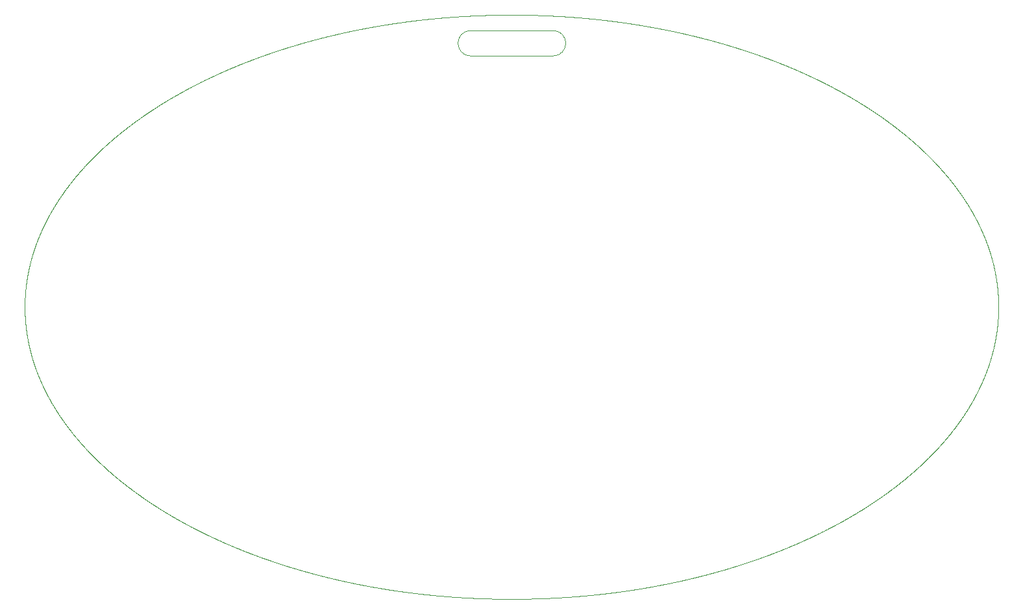
<source format=gm1>
G04 #@! TF.FileFunction,Profile,NP*
%FSLAX46Y46*%
G04 Gerber Fmt 4.6, Leading zero omitted, Abs format (unit mm)*
G04 Created by KiCad (PCBNEW 4.0.7) date 06/01/18 20:23:33*
%MOMM*%
%LPD*%
G01*
G04 APERTURE LIST*
%ADD10C,0.100000*%
G04 APERTURE END LIST*
D10*
X133729000Y-121266000D02*
X133682195Y-121257505D01*
X133682195Y-121257505D02*
X133635405Y-121248990D01*
X133635405Y-121248990D02*
X133588632Y-121240453D01*
X133588632Y-121240453D02*
X133541875Y-121231895D01*
X133541875Y-121231895D02*
X133495134Y-121223316D01*
X133495134Y-121223316D02*
X133448409Y-121214716D01*
X133448409Y-121214716D02*
X133401700Y-121206094D01*
X133401700Y-121206094D02*
X133355008Y-121197452D01*
X133355008Y-121197452D02*
X133308333Y-121188788D01*
X133308333Y-121188788D02*
X133261675Y-121180104D01*
X133261675Y-121180104D02*
X133215033Y-121171398D01*
X133215033Y-121171398D02*
X133168407Y-121162671D01*
X133168407Y-121162671D02*
X133121795Y-121153923D01*
X133121795Y-121153923D02*
X133075198Y-121145154D01*
X133075198Y-121145154D02*
X133028616Y-121136363D01*
X133028616Y-121136363D02*
X132982049Y-121127552D01*
X132982049Y-121127552D02*
X132935497Y-121118720D01*
X132935497Y-121118720D02*
X132888960Y-121109866D01*
X132888960Y-121109866D02*
X132842438Y-121100992D01*
X132842438Y-121100992D02*
X132795931Y-121092097D01*
X132795931Y-121092097D02*
X132749439Y-121083180D01*
X132749439Y-121083180D02*
X132702963Y-121074243D01*
X132702963Y-121074243D02*
X132656502Y-121065285D01*
X132656502Y-121065285D02*
X132610056Y-121056306D01*
X132610056Y-121056306D02*
X132563626Y-121047306D01*
X132563626Y-121047306D02*
X132517211Y-121038285D01*
X132517211Y-121038285D02*
X132470812Y-121029243D01*
X132470812Y-121029243D02*
X132424428Y-121020181D01*
X132424428Y-121020181D02*
X132378060Y-121011097D01*
X132378060Y-121011097D02*
X132331707Y-121001993D01*
X132331707Y-121001993D02*
X132285371Y-120992868D01*
X132285371Y-120992868D02*
X132239050Y-120983722D01*
X132239050Y-120983722D02*
X132192745Y-120974556D01*
X132192745Y-120974556D02*
X132146455Y-120965369D01*
X132146455Y-120965369D02*
X132100182Y-120956161D01*
X132100182Y-120956161D02*
X132053925Y-120946932D01*
X132053925Y-120946932D02*
X132007684Y-120937683D01*
X132007684Y-120937683D02*
X131961459Y-120928413D01*
X131961459Y-120928413D02*
X131915250Y-120919123D01*
X131915250Y-120919123D02*
X131869058Y-120909812D01*
X131869058Y-120909812D02*
X131822882Y-120900480D01*
X131822882Y-120900480D02*
X131776722Y-120891128D01*
X131776722Y-120891128D02*
X131730578Y-120881759D01*
X131730578Y-120881759D02*
X131684449Y-120872373D01*
X131684449Y-120872373D02*
X131638336Y-120862967D01*
X131638336Y-120862967D02*
X131592237Y-120853539D01*
X131592237Y-120853539D02*
X131546153Y-120844089D01*
X131546153Y-120844089D02*
X131500084Y-120834618D01*
X131500084Y-120834618D02*
X131454030Y-120825125D01*
X131454030Y-120825125D02*
X131407992Y-120815612D01*
X131407992Y-120815612D02*
X131361969Y-120806077D01*
X131361969Y-120806077D02*
X131315961Y-120796521D01*
X131315961Y-120796521D02*
X131269969Y-120786944D01*
X131269969Y-120786944D02*
X131223993Y-120777346D01*
X131223993Y-120777346D02*
X131178032Y-120767727D01*
X131178032Y-120767727D02*
X131132087Y-120758088D01*
X131132087Y-120758088D02*
X131086159Y-120748427D01*
X131086159Y-120748427D02*
X131040246Y-120738746D01*
X131040246Y-120738746D02*
X130994349Y-120729045D01*
X130994349Y-120729045D02*
X130948468Y-120719322D01*
X130948468Y-120719322D02*
X130902604Y-120709580D01*
X130902604Y-120709580D02*
X130856756Y-120699817D01*
X130856756Y-120699817D02*
X130810924Y-120690034D01*
X130810924Y-120690034D02*
X130765109Y-120680230D01*
X130765109Y-120680230D02*
X130719311Y-120670407D01*
X130719311Y-120670407D02*
X130673529Y-120660563D01*
X130673529Y-120660563D02*
X130627764Y-120650699D01*
X130627764Y-120650699D02*
X130582016Y-120640816D01*
X130582016Y-120640816D02*
X130536285Y-120630912D01*
X130536285Y-120630912D02*
X130490572Y-120620989D01*
X130490572Y-120620989D02*
X130444875Y-120611046D01*
X130444875Y-120611046D02*
X130399196Y-120601083D01*
X130399196Y-120601083D02*
X130353534Y-120591101D01*
X130353534Y-120591101D02*
X130307889Y-120581099D01*
X130307889Y-120581099D02*
X130262262Y-120571078D01*
X130262262Y-120571078D02*
X130216651Y-120561036D01*
X130216651Y-120561036D02*
X130171056Y-120550973D01*
X130171056Y-120550973D02*
X130125477Y-120540889D01*
X130125477Y-120540889D02*
X130079914Y-120530784D01*
X130079914Y-120530784D02*
X130034367Y-120520658D01*
X130034367Y-120520658D02*
X129988836Y-120510511D01*
X129988836Y-120510511D02*
X129943321Y-120500343D01*
X129943321Y-120500343D02*
X129897822Y-120490155D01*
X129897822Y-120490155D02*
X129852340Y-120479946D01*
X129852340Y-120479946D02*
X129806873Y-120469717D01*
X129806873Y-120469717D02*
X129761423Y-120459466D01*
X129761423Y-120459466D02*
X129715989Y-120449196D01*
X129715989Y-120449196D02*
X129670571Y-120438905D01*
X129670571Y-120438905D02*
X129625170Y-120428593D01*
X129625170Y-120428593D02*
X129579785Y-120418261D01*
X129579785Y-120418261D02*
X129534416Y-120407909D01*
X129534416Y-120407909D02*
X129489064Y-120397537D01*
X129489064Y-120397537D02*
X129443729Y-120387144D01*
X129443729Y-120387144D02*
X129398410Y-120376732D01*
X129398410Y-120376732D02*
X129353107Y-120366299D01*
X129353107Y-120366299D02*
X129307821Y-120355846D01*
X129307821Y-120355846D02*
X129262552Y-120345374D01*
X129262552Y-120345374D02*
X129217300Y-120334881D01*
X129217300Y-120334881D02*
X129172064Y-120324369D01*
X129172064Y-120324369D02*
X129126845Y-120313836D01*
X129126845Y-120313836D02*
X129081642Y-120303284D01*
X129081642Y-120303284D02*
X129036457Y-120292713D01*
X129036457Y-120292713D02*
X128991288Y-120282122D01*
X128991288Y-120282122D02*
X128946137Y-120271511D01*
X128946137Y-120271511D02*
X128901002Y-120260880D01*
X128901002Y-120260880D02*
X128855884Y-120250231D01*
X128855884Y-120250231D02*
X128810783Y-120239561D01*
X128810783Y-120239561D02*
X128765698Y-120228872D01*
X128765698Y-120228872D02*
X128720629Y-120218161D01*
X128720629Y-120218161D02*
X128675576Y-120207431D01*
X128675576Y-120207431D02*
X128630540Y-120196680D01*
X128630540Y-120196680D02*
X128585519Y-120185909D01*
X128585519Y-120185909D02*
X128540515Y-120175117D01*
X128540515Y-120175117D02*
X128495528Y-120164306D01*
X128495528Y-120164306D02*
X128450557Y-120153474D01*
X128450557Y-120153474D02*
X128405602Y-120142622D01*
X128405602Y-120142622D02*
X128360664Y-120131750D01*
X128360664Y-120131750D02*
X128315744Y-120120858D01*
X128315744Y-120120858D02*
X128270840Y-120109947D01*
X128270840Y-120109947D02*
X128225953Y-120099015D01*
X128225953Y-120099015D02*
X128181083Y-120088063D01*
X128181083Y-120088063D02*
X128136230Y-120077092D01*
X128136230Y-120077092D02*
X128091394Y-120066101D01*
X128091394Y-120066101D02*
X128046576Y-120055091D01*
X128046576Y-120055091D02*
X128001776Y-120044061D01*
X128001776Y-120044061D02*
X127956993Y-120033011D01*
X127956993Y-120033011D02*
X127912227Y-120021942D01*
X127912227Y-120021942D02*
X127867479Y-120010853D01*
X127867479Y-120010853D02*
X127822750Y-119999745D01*
X127822750Y-119999745D02*
X127778038Y-119988618D01*
X127778038Y-119988618D02*
X127733344Y-119977472D01*
X127733344Y-119977472D02*
X127688668Y-119966306D01*
X127688668Y-119966306D02*
X127644010Y-119955121D01*
X127644010Y-119955121D02*
X127599371Y-119943917D01*
X127599371Y-119943917D02*
X127554750Y-119932694D01*
X127554750Y-119932694D02*
X127510147Y-119921452D01*
X127510147Y-119921452D02*
X127465563Y-119910192D01*
X127465563Y-119910192D02*
X127420998Y-119898912D01*
X127420998Y-119898912D02*
X127376446Y-119887613D01*
X127376446Y-119887613D02*
X127331907Y-119876294D01*
X127331907Y-119876294D02*
X127287385Y-119864955D01*
X127287385Y-119864955D02*
X127242881Y-119853595D01*
X127242881Y-119853595D02*
X127198393Y-119842214D01*
X127198393Y-119842214D02*
X127153922Y-119830813D01*
X127153922Y-119830813D02*
X127109469Y-119819392D01*
X127109469Y-119819392D02*
X127065033Y-119807951D01*
X127065033Y-119807951D02*
X127020615Y-119796489D01*
X127020615Y-119796489D02*
X126976213Y-119785007D01*
X126976213Y-119785007D02*
X126931829Y-119773505D01*
X126931829Y-119773505D02*
X126887463Y-119761982D01*
X126887463Y-119761982D02*
X126843114Y-119750440D01*
X126843114Y-119750440D02*
X126798782Y-119738877D01*
X126798782Y-119738877D02*
X126754468Y-119727295D01*
X126754468Y-119727295D02*
X126710172Y-119715692D01*
X126710172Y-119715692D02*
X126665893Y-119704070D01*
X126665893Y-119704070D02*
X126621632Y-119692427D01*
X126621632Y-119692427D02*
X126577388Y-119680765D01*
X126577388Y-119680765D02*
X126533162Y-119669082D01*
X126533162Y-119669082D02*
X126488954Y-119657380D01*
X126488954Y-119657380D02*
X126444764Y-119645658D01*
X126444764Y-119645658D02*
X126400591Y-119633917D01*
X126400591Y-119633917D02*
X126356436Y-119622155D01*
X126356436Y-119622155D02*
X126312299Y-119610374D01*
X126312299Y-119610374D02*
X126268181Y-119598573D01*
X126268181Y-119598573D02*
X126224080Y-119586753D01*
X126224080Y-119586753D02*
X126179997Y-119574913D01*
X126179997Y-119574913D02*
X126135932Y-119563053D01*
X126135932Y-119563053D02*
X126091885Y-119551174D01*
X126091885Y-119551174D02*
X126047856Y-119539276D01*
X126047856Y-119539276D02*
X126003846Y-119527358D01*
X126003846Y-119527358D02*
X125959853Y-119515426D01*
X125959853Y-119515426D02*
X125915878Y-119503477D01*
X125915878Y-119503477D02*
X125871921Y-119491508D01*
X125871921Y-119491508D02*
X125827982Y-119479519D01*
X125827982Y-119479519D02*
X125784060Y-119467509D01*
X125784060Y-119467509D02*
X125740156Y-119455479D01*
X125740156Y-119455479D02*
X125696270Y-119443429D01*
X125696270Y-119443429D02*
X125652402Y-119431359D01*
X125652402Y-119431359D02*
X125608552Y-119419268D01*
X125608552Y-119419268D02*
X125564719Y-119407158D01*
X125564719Y-119407158D02*
X125520905Y-119395027D01*
X125520905Y-119395027D02*
X125477109Y-119382877D01*
X125477109Y-119382877D02*
X125433330Y-119370706D01*
X125433330Y-119370706D02*
X125389570Y-119358516D01*
X125389570Y-119358516D02*
X125345828Y-119346306D01*
X125345828Y-119346306D02*
X125302103Y-119334076D01*
X125302103Y-119334076D02*
X125258398Y-119321826D01*
X125258398Y-119321826D02*
X125214710Y-119309557D01*
X125214710Y-119309557D02*
X125171041Y-119297268D01*
X125171041Y-119297268D02*
X125127389Y-119284960D01*
X125127389Y-119284960D02*
X125083757Y-119272632D01*
X125083757Y-119272632D02*
X125040142Y-119260285D01*
X125040142Y-119260285D02*
X124996546Y-119247918D01*
X124996546Y-119247918D02*
X124952969Y-119235532D01*
X124952969Y-119235532D02*
X124909409Y-119223127D01*
X124909409Y-119223127D02*
X124865869Y-119210703D01*
X124865869Y-119210703D02*
X124822347Y-119198259D01*
X124822347Y-119198259D02*
X124778843Y-119185797D01*
X124778843Y-119185797D02*
X124735359Y-119173315D01*
X124735359Y-119173315D02*
X124691892Y-119160814D01*
X124691892Y-119160814D02*
X124648445Y-119148295D01*
X124648445Y-119148295D02*
X124605016Y-119135756D01*
X124605016Y-119135756D02*
X124561601Y-119123199D01*
X124561601Y-119123199D02*
X124518200Y-119110623D01*
X124518200Y-119110623D02*
X124474819Y-119098028D01*
X124474819Y-119098028D02*
X124431455Y-119085415D01*
X124431455Y-119085415D02*
X124388111Y-119072782D01*
X124388111Y-119072782D02*
X124344785Y-119060131D01*
X124344785Y-119060131D02*
X124301478Y-119047461D01*
X124301478Y-119047461D02*
X124258190Y-119034772D01*
X124258190Y-119034772D02*
X124214920Y-119022064D01*
X124214920Y-119022064D02*
X124171669Y-119009337D01*
X124171669Y-119009337D02*
X124128437Y-118996591D01*
X124128437Y-118996591D02*
X124085223Y-118983826D01*
X124085223Y-118983826D02*
X124042028Y-118971042D01*
X124042028Y-118971042D02*
X123998851Y-118958239D01*
X123998851Y-118958239D02*
X123955693Y-118945417D01*
X123955693Y-118945417D02*
X123912553Y-118932576D01*
X123912553Y-118932576D02*
X123869432Y-118919715D01*
X123869432Y-118919715D02*
X123826330Y-118906836D01*
X123826330Y-118906836D02*
X123783246Y-118893938D01*
X123783246Y-118893938D02*
X123740180Y-118881020D01*
X123740180Y-118881020D02*
X123697132Y-118868084D01*
X123697132Y-118868084D02*
X123654104Y-118855128D01*
X123654104Y-118855128D02*
X123611093Y-118842153D01*
X123611093Y-118842153D02*
X123568101Y-118829159D01*
X123568101Y-118829159D02*
X123525127Y-118816145D01*
X123525127Y-118816145D02*
X123482172Y-118803113D01*
X123482172Y-118803113D02*
X123439234Y-118790061D01*
X123439234Y-118790061D02*
X123396316Y-118776990D01*
X123396316Y-118776990D02*
X123353415Y-118763899D01*
X123353415Y-118763899D02*
X123310533Y-118750790D01*
X123310533Y-118750790D02*
X123267669Y-118737661D01*
X123267669Y-118737661D02*
X123224823Y-118724512D01*
X123224823Y-118724512D02*
X123181995Y-118711344D01*
X123181995Y-118711344D02*
X123139187Y-118698158D01*
X123139187Y-118698158D02*
X123096397Y-118684953D01*
X123096397Y-118684953D02*
X123053626Y-118671729D01*
X123053626Y-118671729D02*
X123010874Y-118658486D01*
X123010874Y-118658486D02*
X122968140Y-118645224D01*
X122968140Y-118645224D02*
X122925426Y-118631944D01*
X122925426Y-118631944D02*
X122882731Y-118618645D01*
X122882731Y-118618645D02*
X122840055Y-118605328D01*
X122840055Y-118605328D02*
X122797398Y-118591992D01*
X122797398Y-118591992D02*
X122754760Y-118578637D01*
X122754760Y-118578637D02*
X122712142Y-118565264D01*
X122712142Y-118565264D02*
X122669542Y-118551872D01*
X122669542Y-118551872D02*
X122626962Y-118538462D01*
X122626962Y-118538462D02*
X122584401Y-118525033D01*
X122584401Y-118525033D02*
X122541860Y-118511585D01*
X122541860Y-118511585D02*
X122499337Y-118498119D01*
X122499337Y-118498119D02*
X122456835Y-118484635D01*
X122456835Y-118484635D02*
X122414351Y-118471132D01*
X122414351Y-118471132D02*
X122371887Y-118457611D01*
X122371887Y-118457611D02*
X122329443Y-118444071D01*
X122329443Y-118444071D02*
X122287018Y-118430513D01*
X122287018Y-118430513D02*
X122244613Y-118416936D01*
X122244613Y-118416936D02*
X122202227Y-118403341D01*
X122202227Y-118403341D02*
X122159861Y-118389728D01*
X122159861Y-118389728D02*
X122117515Y-118376096D01*
X122117515Y-118376096D02*
X122075188Y-118362446D01*
X122075188Y-118362446D02*
X122032881Y-118348778D01*
X122032881Y-118348778D02*
X121990594Y-118335092D01*
X121990594Y-118335092D02*
X121948327Y-118321387D01*
X121948327Y-118321387D02*
X121906080Y-118307664D01*
X121906080Y-118307664D02*
X121863852Y-118293923D01*
X121863852Y-118293923D02*
X121821639Y-118280163D01*
X121821639Y-118280163D02*
X121779441Y-118266384D01*
X121779441Y-118266384D02*
X121737263Y-118252586D01*
X121737263Y-118252586D02*
X121695104Y-118238768D01*
X121695104Y-118238768D02*
X121652965Y-118224932D01*
X121652965Y-118224932D02*
X121610845Y-118211076D01*
X121610845Y-118211076D02*
X121568745Y-118197201D01*
X121568745Y-118197201D02*
X121526664Y-118183307D01*
X121526664Y-118183307D02*
X121484603Y-118169395D01*
X121484603Y-118169395D02*
X121442561Y-118155463D01*
X121442561Y-118155463D02*
X121400539Y-118141512D01*
X121400539Y-118141512D02*
X121358536Y-118127543D01*
X121358536Y-118127543D02*
X121316553Y-118113555D01*
X121316553Y-118113555D02*
X121274589Y-118099548D01*
X121274589Y-118099548D02*
X121232645Y-118085523D01*
X121232645Y-118085523D02*
X121190721Y-118071479D01*
X121190721Y-118071479D02*
X121148817Y-118057417D01*
X121148817Y-118057417D02*
X121106932Y-118043336D01*
X121106932Y-118043336D02*
X121065067Y-118029236D01*
X121065067Y-118029236D02*
X121023221Y-118015119D01*
X121023221Y-118015119D02*
X120981395Y-118000983D01*
X120981395Y-118000983D02*
X120939589Y-117986829D01*
X120939589Y-117986829D02*
X120897803Y-117972656D01*
X120897803Y-117972656D02*
X120856037Y-117958466D01*
X120856037Y-117958466D02*
X120814290Y-117944257D01*
X120814290Y-117944257D02*
X120772563Y-117930031D01*
X120772563Y-117930031D02*
X120730856Y-117915786D01*
X120730856Y-117915786D02*
X120689169Y-117901524D01*
X120689169Y-117901524D02*
X120647502Y-117887244D01*
X120647502Y-117887244D02*
X120605855Y-117872946D01*
X120605855Y-117872946D02*
X120564227Y-117858630D01*
X120564227Y-117858630D02*
X120522620Y-117844296D01*
X120522620Y-117844296D02*
X120481032Y-117829945D01*
X120481032Y-117829945D02*
X120439464Y-117815574D01*
X120439464Y-117815574D02*
X120397915Y-117801184D01*
X120397915Y-117801184D02*
X120356386Y-117786775D01*
X120356386Y-117786775D02*
X120314876Y-117772347D01*
X120314876Y-117772347D02*
X120273386Y-117757899D01*
X120273386Y-117757899D02*
X120231915Y-117743433D01*
X120231915Y-117743433D02*
X120190464Y-117728948D01*
X120190464Y-117728948D02*
X120149033Y-117714444D01*
X120149033Y-117714444D02*
X120107621Y-117699921D01*
X120107621Y-117699921D02*
X120066229Y-117685380D01*
X120066229Y-117685380D02*
X120024857Y-117670820D01*
X120024857Y-117670820D02*
X119983505Y-117656241D01*
X119983505Y-117656241D02*
X119942172Y-117641644D01*
X119942172Y-117641644D02*
X119900860Y-117627029D01*
X119900860Y-117627029D02*
X119859567Y-117612396D01*
X119859567Y-117612396D02*
X119818294Y-117597744D01*
X119818294Y-117597744D02*
X119777041Y-117583074D01*
X119777041Y-117583074D02*
X119735808Y-117568386D01*
X119735808Y-117568386D02*
X119694596Y-117553680D01*
X119694596Y-117553680D02*
X119653403Y-117538956D01*
X119653403Y-117538956D02*
X119612230Y-117524214D01*
X119612230Y-117524214D02*
X119571078Y-117509454D01*
X119571078Y-117509454D02*
X119529946Y-117494677D01*
X119529946Y-117494677D02*
X119488834Y-117479882D01*
X119488834Y-117479882D02*
X119447742Y-117465070D01*
X119447742Y-117465070D02*
X119406671Y-117450240D01*
X119406671Y-117450240D02*
X119365620Y-117435392D01*
X119365620Y-117435392D02*
X119324590Y-117420527D01*
X119324590Y-117420527D02*
X119283580Y-117405645D01*
X119283580Y-117405645D02*
X119242590Y-117390746D01*
X119242590Y-117390746D02*
X119201621Y-117375830D01*
X119201621Y-117375830D02*
X119160678Y-117360896D01*
X119160678Y-117360896D02*
X119119757Y-117345944D01*
X119119757Y-117345944D02*
X119078856Y-117330974D01*
X119078856Y-117330974D02*
X119037973Y-117315986D01*
X119037973Y-117315986D02*
X118997109Y-117300980D01*
X118997109Y-117300980D02*
X118956265Y-117285956D01*
X118956265Y-117285956D02*
X118915440Y-117270913D01*
X118915440Y-117270913D02*
X118874634Y-117255853D01*
X118874634Y-117255853D02*
X118833848Y-117240774D01*
X118833848Y-117240774D02*
X118793081Y-117225677D01*
X118793081Y-117225677D02*
X118752334Y-117210563D01*
X118752334Y-117210563D02*
X118711607Y-117195430D01*
X118711607Y-117195430D02*
X118670900Y-117180279D01*
X118670900Y-117180279D02*
X118630212Y-117165111D01*
X118630212Y-117165111D02*
X118589545Y-117149924D01*
X118589545Y-117149924D02*
X118548898Y-117134720D01*
X118548898Y-117134720D02*
X118508271Y-117119497D01*
X118508271Y-117119497D02*
X118467664Y-117104257D01*
X118467664Y-117104257D02*
X118427078Y-117088999D01*
X118427078Y-117088999D02*
X118386512Y-117073723D01*
X118386512Y-117073723D02*
X118345967Y-117058429D01*
X118345967Y-117058429D02*
X118305443Y-117043117D01*
X118305443Y-117043117D02*
X118264939Y-117027788D01*
X118264939Y-117027788D02*
X118224456Y-117012441D01*
X118224456Y-117012441D02*
X118183994Y-116997076D01*
X118183994Y-116997076D02*
X118143553Y-116981693D01*
X118143553Y-116981693D02*
X118103134Y-116966292D01*
X118103134Y-116966292D02*
X118062735Y-116950874D01*
X118062735Y-116950874D02*
X118022358Y-116935438D01*
X118022358Y-116935438D02*
X117982003Y-116919985D01*
X117982003Y-116919985D02*
X117941669Y-116904513D01*
X117941669Y-116904513D02*
X117901356Y-116889024D01*
X117901356Y-116889024D02*
X117861065Y-116873524D01*
X117861065Y-116873524D02*
X117820793Y-116858008D01*
X117820793Y-116858008D02*
X117780542Y-116842473D01*
X117780542Y-116842473D02*
X117740311Y-116826920D01*
X117740311Y-116826920D02*
X117700101Y-116811348D01*
X117700101Y-116811348D02*
X117659910Y-116795757D01*
X117659910Y-116795757D02*
X117619740Y-116780148D01*
X117619740Y-116780148D02*
X117579591Y-116764521D01*
X117579591Y-116764521D02*
X117539462Y-116748875D01*
X117539462Y-116748875D02*
X117499353Y-116733211D01*
X117499353Y-116733211D02*
X117459265Y-116717529D01*
X117459265Y-116717529D02*
X117419198Y-116701828D01*
X117419198Y-116701828D02*
X117379152Y-116686110D01*
X117379152Y-116686110D02*
X117339127Y-116670373D01*
X117339127Y-116670373D02*
X117299122Y-116654618D01*
X117299122Y-116654618D02*
X117259139Y-116638845D01*
X117259139Y-116638845D02*
X117219177Y-116623054D01*
X117219177Y-116623054D02*
X117179236Y-116607246D01*
X117179236Y-116607246D02*
X117139316Y-116591420D01*
X117139316Y-116591420D02*
X117099418Y-116575575D01*
X117099418Y-116575575D02*
X117059541Y-116559714D01*
X117059541Y-116559714D02*
X117019685Y-116543834D01*
X117019685Y-116543834D02*
X116979851Y-116527937D01*
X116979851Y-116527937D02*
X116940039Y-116512022D01*
X116940039Y-116512022D02*
X116900248Y-116496090D01*
X116900248Y-116496090D02*
X116860479Y-116480141D01*
X116860479Y-116480141D02*
X116820732Y-116464174D01*
X116820732Y-116464174D02*
X116781007Y-116448190D01*
X116781007Y-116448190D02*
X116741304Y-116432188D01*
X116741304Y-116432188D02*
X116701623Y-116416170D01*
X116701623Y-116416170D02*
X116661964Y-116400134D01*
X116661964Y-116400134D02*
X116622328Y-116384081D01*
X116622328Y-116384081D02*
X116582706Y-116368011D01*
X116582706Y-116368011D02*
X116543104Y-116351924D01*
X116543104Y-116351924D02*
X116503523Y-116335820D01*
X116503523Y-116335820D02*
X116463965Y-116319699D01*
X116463965Y-116319699D02*
X116424427Y-116303561D01*
X116424427Y-116303561D02*
X116384912Y-116287405D01*
X116384912Y-116287405D02*
X116345418Y-116271233D01*
X116345418Y-116271233D02*
X116305946Y-116255043D01*
X116305946Y-116255043D02*
X116266495Y-116238836D01*
X116266495Y-116238836D02*
X116227066Y-116222612D01*
X116227066Y-116222612D02*
X116187658Y-116206371D01*
X116187658Y-116206371D02*
X116148272Y-116190113D01*
X116148272Y-116190113D02*
X116108907Y-116173837D01*
X116108907Y-116173837D02*
X116069564Y-116157544D01*
X116069564Y-116157544D02*
X116030243Y-116141234D01*
X116030243Y-116141234D02*
X115990942Y-116124907D01*
X115990942Y-116124907D02*
X115951664Y-116108562D01*
X115951664Y-116108562D02*
X115912406Y-116092200D01*
X115912406Y-116092200D02*
X115873170Y-116075820D01*
X115873170Y-116075820D02*
X115833956Y-116059424D01*
X115833956Y-116059424D02*
X115794763Y-116043009D01*
X115794763Y-116043009D02*
X115755591Y-116026578D01*
X115755591Y-116026578D02*
X115716440Y-116010129D01*
X115716440Y-116010129D02*
X115677311Y-115993662D01*
X115677311Y-115993662D02*
X115638203Y-115977178D01*
X115638203Y-115977178D02*
X115599116Y-115960677D01*
X115599116Y-115960677D02*
X115560051Y-115944158D01*
X115560051Y-115944158D02*
X115521006Y-115927621D01*
X115521006Y-115927621D02*
X115481983Y-115911067D01*
X115481983Y-115911067D02*
X115442982Y-115894496D01*
X115442982Y-115894496D02*
X115404001Y-115877907D01*
X115404001Y-115877907D02*
X115365042Y-115861300D01*
X115365042Y-115861300D02*
X115326103Y-115844676D01*
X115326103Y-115844676D02*
X115287187Y-115828034D01*
X115287187Y-115828034D02*
X115248292Y-115811374D01*
X115248292Y-115811374D02*
X115209420Y-115794698D01*
X115209420Y-115794698D02*
X115170569Y-115778003D01*
X115170569Y-115778003D02*
X115131740Y-115761292D01*
X115131740Y-115761292D02*
X115092932Y-115744563D01*
X115092932Y-115744563D02*
X115054147Y-115727817D01*
X115054147Y-115727817D02*
X115015384Y-115711053D01*
X115015384Y-115711053D02*
X114976643Y-115694273D01*
X114976643Y-115694273D02*
X114937924Y-115677475D01*
X114937924Y-115677475D02*
X114899227Y-115660661D01*
X114899227Y-115660661D02*
X114860552Y-115643829D01*
X114860552Y-115643829D02*
X114821900Y-115626981D01*
X114821900Y-115626981D02*
X114783270Y-115610116D01*
X114783270Y-115610116D02*
X114744662Y-115593234D01*
X114744662Y-115593234D02*
X114706076Y-115576335D01*
X114706076Y-115576335D02*
X114667512Y-115559419D01*
X114667512Y-115559419D02*
X114628971Y-115542487D01*
X114628971Y-115542487D02*
X114590453Y-115525539D01*
X114590453Y-115525539D02*
X114551957Y-115508573D01*
X114551957Y-115508573D02*
X114513483Y-115491592D01*
X114513483Y-115491592D02*
X114475032Y-115474594D01*
X114475032Y-115474594D02*
X114436603Y-115457579D01*
X114436603Y-115457579D02*
X114398197Y-115440548D01*
X114398197Y-115440548D02*
X114359814Y-115423501D01*
X114359814Y-115423501D02*
X114321453Y-115406438D01*
X114321453Y-115406438D02*
X114283115Y-115389359D01*
X114283115Y-115389359D02*
X114244800Y-115372263D01*
X114244800Y-115372263D02*
X114206507Y-115355152D01*
X114206507Y-115355152D02*
X114168238Y-115338024D01*
X114168238Y-115338024D02*
X114129991Y-115320881D01*
X114129991Y-115320881D02*
X114091759Y-115303721D01*
X114091759Y-115303721D02*
X114053546Y-115286544D01*
X114053546Y-115286544D02*
X114015355Y-115269349D01*
X114015355Y-115269349D02*
X113977185Y-115252137D01*
X113977185Y-115252137D02*
X113939037Y-115234907D01*
X113939037Y-115234907D02*
X113900910Y-115217660D01*
X113900910Y-115217660D02*
X113862805Y-115200396D01*
X113862805Y-115200396D02*
X113824722Y-115183114D01*
X113824722Y-115183114D02*
X113786661Y-115165816D01*
X113786661Y-115165816D02*
X113748622Y-115148500D01*
X113748622Y-115148500D02*
X113710606Y-115131167D01*
X113710606Y-115131167D02*
X113672611Y-115113817D01*
X113672611Y-115113817D02*
X113634639Y-115096450D01*
X113634639Y-115096450D02*
X113596690Y-115079066D01*
X113596690Y-115079066D02*
X113558763Y-115061665D01*
X113558763Y-115061665D02*
X113520859Y-115044248D01*
X113520859Y-115044248D02*
X113482978Y-115026814D01*
X113482978Y-115026814D02*
X113445120Y-115009363D01*
X113445120Y-115009363D02*
X113407285Y-114991895D01*
X113407285Y-114991895D02*
X113369474Y-114974411D01*
X113369474Y-114974411D02*
X113331685Y-114956910D01*
X113331685Y-114956910D02*
X113293920Y-114939393D01*
X113293920Y-114939393D02*
X113256179Y-114921860D01*
X113256179Y-114921860D02*
X113218461Y-114904310D01*
X113218461Y-114904310D02*
X113180767Y-114886744D01*
X113180767Y-114886744D02*
X113143097Y-114869161D01*
X113143097Y-114869161D02*
X113105450Y-114851563D01*
X113105450Y-114851563D02*
X113067828Y-114833948D01*
X113067828Y-114833948D02*
X113030230Y-114816317D01*
X113030230Y-114816317D02*
X112992657Y-114798670D01*
X112992657Y-114798670D02*
X112955108Y-114781007D01*
X112955108Y-114781007D02*
X112917583Y-114763329D01*
X112917583Y-114763329D02*
X112880066Y-114745633D01*
X112880066Y-114745633D02*
X112842569Y-114727920D01*
X112842569Y-114727920D02*
X112805094Y-114710188D01*
X112805094Y-114710188D02*
X112767642Y-114692439D01*
X112767642Y-114692439D02*
X112730212Y-114674672D01*
X112730212Y-114674672D02*
X112692805Y-114656888D01*
X112692805Y-114656888D02*
X112655421Y-114639086D01*
X112655421Y-114639086D02*
X112618060Y-114621266D01*
X112618060Y-114621266D02*
X112580721Y-114603430D01*
X112580721Y-114603430D02*
X112543405Y-114585576D01*
X112543405Y-114585576D02*
X112506113Y-114567706D01*
X112506113Y-114567706D02*
X112468843Y-114549818D01*
X112468843Y-114549818D02*
X112431597Y-114531914D01*
X112431597Y-114531914D02*
X112394374Y-114513994D01*
X112394374Y-114513994D02*
X112357174Y-114496057D01*
X112357174Y-114496057D02*
X112319998Y-114478103D01*
X112319998Y-114478103D02*
X112282845Y-114460134D01*
X112282845Y-114460134D02*
X112245716Y-114442149D01*
X112245716Y-114442149D02*
X112208610Y-114424147D01*
X112208610Y-114424147D02*
X112171528Y-114406130D01*
X112171528Y-114406130D02*
X112134470Y-114388097D01*
X200993275Y-60468839D02*
X201023727Y-60490865D01*
X201023727Y-60490865D02*
X201054152Y-60512905D01*
X201054152Y-60512905D02*
X201084548Y-60534958D01*
X201084548Y-60534958D02*
X201114917Y-60557024D01*
X201114917Y-60557024D02*
X201145258Y-60579104D01*
X201145258Y-60579104D02*
X201175573Y-60601199D01*
X201175573Y-60601199D02*
X201205861Y-60623307D01*
X201205861Y-60623307D02*
X201236122Y-60645430D01*
X201236122Y-60645430D02*
X201266357Y-60667566D01*
X201266357Y-60667566D02*
X201296566Y-60689717D01*
X201296566Y-60689717D02*
X201326747Y-60711881D01*
X201326747Y-60711881D02*
X201356902Y-60734060D01*
X201356902Y-60734060D02*
X201387030Y-60756252D01*
X201387030Y-60756252D02*
X201417131Y-60778459D01*
X201417131Y-60778459D02*
X201447205Y-60800679D01*
X201447205Y-60800679D02*
X201477252Y-60822913D01*
X201477252Y-60822913D02*
X201507271Y-60845161D01*
X201507271Y-60845161D02*
X201537264Y-60867423D01*
X201537264Y-60867423D02*
X201567230Y-60889698D01*
X201567230Y-60889698D02*
X201597168Y-60911988D01*
X201597168Y-60911988D02*
X201627079Y-60934291D01*
X201627079Y-60934291D02*
X201656962Y-60956608D01*
X201656962Y-60956608D02*
X201686819Y-60978939D01*
X201686819Y-60978939D02*
X201716647Y-61001283D01*
X201716647Y-61001283D02*
X201746448Y-61023642D01*
X201746448Y-61023642D02*
X201776222Y-61046014D01*
X201776222Y-61046014D02*
X201805968Y-61068399D01*
X201805968Y-61068399D02*
X201835686Y-61090799D01*
X201835686Y-61090799D02*
X201865377Y-61113212D01*
X201865377Y-61113212D02*
X201895039Y-61135638D01*
X201895039Y-61135638D02*
X201924674Y-61158078D01*
X201924674Y-61158078D02*
X201954281Y-61180532D01*
X201954281Y-61180532D02*
X201983860Y-61202999D01*
X201983860Y-61202999D02*
X202013411Y-61225480D01*
X202013411Y-61225480D02*
X202042934Y-61247975D01*
X202042934Y-61247975D02*
X202072429Y-61270481D01*
X202072429Y-61270481D02*
X202101896Y-61292994D01*
X202101896Y-61292994D02*
X202131336Y-61315522D01*
X202131336Y-61315522D02*
X202160749Y-61338064D01*
X202160749Y-61338064D02*
X202190135Y-61360620D01*
X202190135Y-61360620D02*
X202219494Y-61383191D01*
X202219494Y-61383191D02*
X202248825Y-61405776D01*
X202248825Y-61405776D02*
X202278129Y-61428376D01*
X202278129Y-61428376D02*
X202307406Y-61450990D01*
X202307406Y-61450990D02*
X202336655Y-61473618D01*
X202336655Y-61473618D02*
X202365877Y-61496261D01*
X202365877Y-61496261D02*
X202395071Y-61518917D01*
X202395071Y-61518917D02*
X202424238Y-61541588D01*
X202424238Y-61541588D02*
X202453377Y-61564272D01*
X202453377Y-61564272D02*
X202482488Y-61586971D01*
X202482488Y-61586971D02*
X202511571Y-61609683D01*
X202511571Y-61609683D02*
X202540626Y-61632410D01*
X202540626Y-61632410D02*
X202569654Y-61655150D01*
X202569654Y-61655150D02*
X202598654Y-61677903D01*
X202598654Y-61677903D02*
X202627625Y-61700671D01*
X202627625Y-61700671D02*
X202656569Y-61723452D01*
X202656569Y-61723452D02*
X202685484Y-61746247D01*
X202685484Y-61746247D02*
X202714372Y-61769055D01*
X202714372Y-61769055D02*
X202743231Y-61791876D01*
X202743231Y-61791876D02*
X202772061Y-61814711D01*
X202772061Y-61814711D02*
X202800864Y-61837560D01*
X202800864Y-61837560D02*
X202829638Y-61860421D01*
X202829638Y-61860421D02*
X202858383Y-61883296D01*
X202858383Y-61883296D02*
X202887101Y-61906184D01*
X202887101Y-61906184D02*
X202915789Y-61929085D01*
X202915789Y-61929085D02*
X202944449Y-61952000D01*
X202944449Y-61952000D02*
X202973080Y-61974927D01*
X202973080Y-61974927D02*
X203001685Y-61997867D01*
X203001685Y-61997867D02*
X203030268Y-62020821D01*
X203030268Y-62020821D02*
X203058823Y-62043788D01*
X203058823Y-62043788D02*
X203087351Y-62066768D01*
X203087351Y-62066768D02*
X203115849Y-62089762D01*
X203115849Y-62089762D02*
X203144320Y-62112769D01*
X203144320Y-62112769D02*
X203172762Y-62135790D01*
X203172762Y-62135790D02*
X203201177Y-62158824D01*
X203201177Y-62158824D02*
X203229562Y-62181871D01*
X203229562Y-62181871D02*
X203257920Y-62204931D01*
X203257920Y-62204931D02*
X203286249Y-62228004D01*
X203286249Y-62228004D02*
X203314550Y-62251091D01*
X203314550Y-62251091D02*
X203342822Y-62274190D01*
X203342822Y-62274190D02*
X203371066Y-62297303D01*
X203371066Y-62297303D02*
X203399281Y-62320428D01*
X203399281Y-62320428D02*
X203427468Y-62343567D01*
X203427468Y-62343567D02*
X203455627Y-62366719D01*
X203455627Y-62366719D02*
X203483757Y-62389883D01*
X203483757Y-62389883D02*
X203511859Y-62413061D01*
X203511859Y-62413061D02*
X203539932Y-62436251D01*
X203539932Y-62436251D02*
X203567976Y-62459454D01*
X203567976Y-62459454D02*
X203595992Y-62482670D01*
X203595992Y-62482670D02*
X203623980Y-62505898D01*
X203623980Y-62505898D02*
X203651939Y-62529139D01*
X203651939Y-62529139D02*
X203679869Y-62552393D01*
X203679869Y-62552393D02*
X203707771Y-62575659D01*
X203707771Y-62575659D02*
X203735644Y-62598938D01*
X203735644Y-62598938D02*
X203763488Y-62622230D01*
X203763488Y-62622230D02*
X203791304Y-62645534D01*
X203791304Y-62645534D02*
X203819091Y-62668851D01*
X203819091Y-62668851D02*
X203846849Y-62692180D01*
X203846849Y-62692180D02*
X203874578Y-62715521D01*
X203874578Y-62715521D02*
X203902279Y-62738877D01*
X203902279Y-62738877D02*
X203929952Y-62762253D01*
X203929952Y-62762253D02*
X203957597Y-62785644D01*
X203957597Y-62785644D02*
X203985214Y-62809049D01*
X203985214Y-62809049D02*
X204012804Y-62832467D01*
X204012804Y-62832467D02*
X204040365Y-62855899D01*
X204040365Y-62855899D02*
X204067899Y-62879344D01*
X204067899Y-62879344D02*
X204095404Y-62902803D01*
X204095404Y-62902803D02*
X204122881Y-62926275D01*
X204122881Y-62926275D02*
X204150329Y-62949760D01*
X204150329Y-62949760D02*
X204177749Y-62973258D01*
X204177749Y-62973258D02*
X204205141Y-62996769D01*
X204205141Y-62996769D02*
X204232504Y-63020294D01*
X204232504Y-63020294D02*
X204259838Y-63043830D01*
X204259838Y-63043830D02*
X204287144Y-63067380D01*
X204287144Y-63067380D02*
X204314420Y-63090942D01*
X204314420Y-63090942D02*
X204341668Y-63114516D01*
X204341668Y-63114516D02*
X204368887Y-63138103D01*
X204368887Y-63138103D02*
X204396076Y-63161702D01*
X204396076Y-63161702D02*
X204423236Y-63185313D01*
X204423236Y-63185313D02*
X204450367Y-63208936D01*
X204450367Y-63208936D02*
X204477468Y-63232571D01*
X204477468Y-63232571D02*
X204504540Y-63256217D01*
X204504540Y-63256217D02*
X204531582Y-63279876D01*
X204531582Y-63279876D02*
X204558594Y-63303545D01*
X204558594Y-63303545D02*
X204585577Y-63327227D01*
X204585577Y-63327227D02*
X204612529Y-63350919D01*
X204612529Y-63350919D02*
X204639452Y-63374623D01*
X192424616Y-55350611D02*
X192461433Y-55368793D01*
X192461433Y-55368793D02*
X192498225Y-55386989D01*
X192498225Y-55386989D02*
X192534993Y-55405201D01*
X192534993Y-55405201D02*
X192571740Y-55423431D01*
X192571740Y-55423431D02*
X192608464Y-55441678D01*
X192608464Y-55441678D02*
X192645167Y-55459942D01*
X192645167Y-55459942D02*
X192681848Y-55478224D01*
X192681848Y-55478224D02*
X192718506Y-55496522D01*
X192718506Y-55496522D02*
X192755142Y-55514839D01*
X192755142Y-55514839D02*
X192791756Y-55533172D01*
X192791756Y-55533172D02*
X192828348Y-55551522D01*
X192828348Y-55551522D02*
X192864916Y-55569889D01*
X192864916Y-55569889D02*
X192901463Y-55588273D01*
X192901463Y-55588273D02*
X192937986Y-55606674D01*
X192937986Y-55606674D02*
X192974487Y-55625092D01*
X192974487Y-55625092D02*
X193010965Y-55643526D01*
X193010965Y-55643526D02*
X193047419Y-55661977D01*
X193047419Y-55661977D02*
X193083851Y-55680444D01*
X193083851Y-55680444D02*
X193120260Y-55698928D01*
X193120260Y-55698928D02*
X193156645Y-55717428D01*
X193156645Y-55717428D02*
X193193007Y-55735945D01*
X193193007Y-55735945D02*
X193229345Y-55754477D01*
X193229345Y-55754477D02*
X193265660Y-55773026D01*
X193265660Y-55773026D02*
X193301951Y-55791591D01*
X193301951Y-55791591D02*
X193338219Y-55810172D01*
X193338219Y-55810172D02*
X193374463Y-55828769D01*
X193374463Y-55828769D02*
X193410682Y-55847382D01*
X193410682Y-55847382D02*
X193446878Y-55866010D01*
X193446878Y-55866010D02*
X193483050Y-55884655D01*
X193483050Y-55884655D02*
X193519197Y-55903315D01*
X193519197Y-55903315D02*
X193555321Y-55921990D01*
X193555321Y-55921990D02*
X193591419Y-55940681D01*
X193591419Y-55940681D02*
X193627494Y-55959387D01*
X193627494Y-55959387D02*
X193663544Y-55978109D01*
X193663544Y-55978109D02*
X193699569Y-55996847D01*
X193699569Y-55996847D02*
X193735572Y-56015600D01*
X193735572Y-56015600D02*
X193771552Y-56034371D01*
X193771552Y-56034371D02*
X193807509Y-56053157D01*
X193807509Y-56053157D02*
X193843443Y-56071960D01*
X193843443Y-56071960D02*
X193879354Y-56090779D01*
X193879354Y-56090779D02*
X193915241Y-56109615D01*
X193915241Y-56109615D02*
X193951105Y-56128466D01*
X193951105Y-56128466D02*
X193986946Y-56147334D01*
X193986946Y-56147334D02*
X194022763Y-56166218D01*
X194022763Y-56166218D02*
X194058557Y-56185117D01*
X194058557Y-56185117D02*
X194094328Y-56204033D01*
X194094328Y-56204033D02*
X194130075Y-56222965D01*
X194130075Y-56222965D02*
X194165798Y-56241913D01*
X194165798Y-56241913D02*
X194201497Y-56260877D01*
X194201497Y-56260877D02*
X194237173Y-56279857D01*
X194237173Y-56279857D02*
X194272825Y-56298852D01*
X194272825Y-56298852D02*
X194308454Y-56317863D01*
X194308454Y-56317863D02*
X194344058Y-56336891D01*
X194344058Y-56336891D02*
X194379639Y-56355933D01*
X194379639Y-56355933D02*
X194415195Y-56374992D01*
X194415195Y-56374992D02*
X194450728Y-56394066D01*
X194450728Y-56394066D02*
X194486236Y-56413156D01*
X194486236Y-56413156D02*
X194521720Y-56432262D01*
X194521720Y-56432262D02*
X194557180Y-56451383D01*
X194557180Y-56451383D02*
X194592616Y-56470519D01*
X194592616Y-56470519D02*
X194628027Y-56489671D01*
X194628027Y-56489671D02*
X194663414Y-56508839D01*
X194663414Y-56508839D02*
X194698777Y-56528022D01*
X194698777Y-56528022D02*
X194734115Y-56547220D01*
X194734115Y-56547220D02*
X194769428Y-56566434D01*
X194769428Y-56566434D02*
X194804717Y-56585663D01*
X194804717Y-56585663D02*
X194839982Y-56604907D01*
X194839982Y-56604907D02*
X194875223Y-56624167D01*
X194875223Y-56624167D02*
X194910441Y-56643444D01*
X194910441Y-56643444D02*
X194945635Y-56662735D01*
X194945635Y-56662735D02*
X194980805Y-56682043D01*
X194980805Y-56682043D02*
X195015952Y-56701367D01*
X195015952Y-56701367D02*
X195051075Y-56720706D01*
X195051075Y-56720706D02*
X195086174Y-56740061D01*
X195086174Y-56740061D02*
X195121249Y-56759431D01*
X195121249Y-56759431D02*
X195156299Y-56778818D01*
X195156299Y-56778818D02*
X195191326Y-56798220D01*
X195191326Y-56798220D02*
X195226329Y-56817637D01*
X195226329Y-56817637D02*
X195261308Y-56837071D01*
X195261308Y-56837071D02*
X195296263Y-56856519D01*
X195296263Y-56856519D02*
X195331193Y-56875984D01*
X195331193Y-56875984D02*
X195366099Y-56895464D01*
X195366099Y-56895464D02*
X195400981Y-56914960D01*
X195400981Y-56914960D02*
X195435838Y-56934471D01*
X195435838Y-56934471D02*
X195470670Y-56953997D01*
X195470670Y-56953997D02*
X195505479Y-56973540D01*
X195505479Y-56973540D02*
X195540262Y-56993097D01*
X195540262Y-56993097D02*
X195575021Y-57012670D01*
X195575021Y-57012670D02*
X195609756Y-57032259D01*
X195609756Y-57032259D02*
X195644465Y-57051863D01*
X195644465Y-57051863D02*
X195679150Y-57071482D01*
X195679150Y-57071482D02*
X195713810Y-57091117D01*
X195713810Y-57091117D02*
X195748445Y-57110767D01*
X195748445Y-57110767D02*
X195783055Y-57130433D01*
X195783055Y-57130433D02*
X195817640Y-57150114D01*
X195817640Y-57150114D02*
X195852200Y-57169810D01*
X195852200Y-57169810D02*
X195886734Y-57189522D01*
X195886734Y-57189522D02*
X195921244Y-57209248D01*
X195921244Y-57209248D02*
X195955729Y-57228982D01*
X195955729Y-57228982D02*
X195990190Y-57248731D01*
X195990190Y-57248731D02*
X196024626Y-57268497D01*
X196024626Y-57268497D02*
X196059038Y-57288279D01*
X196059038Y-57288279D02*
X196093426Y-57308078D01*
X196093426Y-57308078D02*
X196127790Y-57327892D01*
X196127790Y-57327892D02*
X196162129Y-57347722D01*
X196162129Y-57347722D02*
X196196443Y-57367568D01*
X196196443Y-57367568D02*
X196230733Y-57387431D01*
X196230733Y-57387431D02*
X196264998Y-57407308D01*
X196264998Y-57407308D02*
X196299238Y-57427202D01*
X196299238Y-57427202D02*
X196333453Y-57447111D01*
X196333453Y-57447111D02*
X196367644Y-57467036D01*
X196367644Y-57467036D02*
X196401809Y-57486976D01*
X196401809Y-57486976D02*
X196435949Y-57506932D01*
X196435949Y-57506932D02*
X196470064Y-57526903D01*
X196470064Y-57526903D02*
X196504154Y-57546889D01*
X196504154Y-57546889D02*
X196538218Y-57566891D01*
X196538218Y-57566891D02*
X196572258Y-57586907D01*
X196572258Y-57586907D02*
X196606271Y-57606939D01*
X196606271Y-57606939D02*
X196640259Y-57626985D01*
X196640259Y-57626985D02*
X196674222Y-57647047D01*
X196674222Y-57647047D02*
X196708159Y-57667123D01*
X196708159Y-57667123D02*
X196742070Y-57687214D01*
X196742070Y-57687214D02*
X196775955Y-57707320D01*
X196775955Y-57707320D02*
X196809814Y-57727440D01*
X196809814Y-57727440D02*
X196843648Y-57747575D01*
X196843648Y-57747575D02*
X196877455Y-57767725D01*
X196877455Y-57767725D02*
X196911236Y-57787888D01*
X182742098Y-118169377D02*
X182700039Y-118183293D01*
X182700039Y-118183293D02*
X182657960Y-118197190D01*
X182657960Y-118197190D02*
X182615863Y-118211068D01*
X182615863Y-118211068D02*
X182573747Y-118224926D01*
X182573747Y-118224926D02*
X182531613Y-118238765D01*
X182531613Y-118238765D02*
X182489460Y-118252584D01*
X182489460Y-118252584D02*
X182447289Y-118266383D01*
X182447289Y-118266383D02*
X182405100Y-118280163D01*
X182405100Y-118280163D02*
X182362892Y-118293926D01*
X182362892Y-118293926D02*
X182320664Y-118307676D01*
X182320664Y-118307676D02*
X182278416Y-118321406D01*
X182278416Y-118321406D02*
X182236147Y-118335117D01*
X182236147Y-118335117D02*
X182193858Y-118348809D01*
X182193858Y-118348809D02*
X182151549Y-118362481D01*
X182151549Y-118362481D02*
X182109220Y-118376135D01*
X182109220Y-118376135D02*
X182066871Y-118389769D01*
X182066871Y-118389769D02*
X182024502Y-118403384D01*
X182024502Y-118403384D02*
X181982113Y-118416980D01*
X181982113Y-118416980D02*
X181939705Y-118430557D01*
X181939705Y-118430557D02*
X181897277Y-118444115D01*
X181897277Y-118444115D02*
X181854829Y-118457654D01*
X181854829Y-118457654D02*
X181812362Y-118471175D01*
X181812362Y-118471175D02*
X181769876Y-118484676D01*
X181769876Y-118484676D02*
X181727371Y-118498158D01*
X181727371Y-118498158D02*
X181684846Y-118511622D01*
X181684846Y-118511622D02*
X181642302Y-118525067D01*
X181642302Y-118525067D02*
X181599740Y-118538493D01*
X181599740Y-118538493D02*
X181557158Y-118551900D01*
X181557158Y-118551900D02*
X181514558Y-118565289D01*
X181514558Y-118565289D02*
X181471939Y-118578659D01*
X181471939Y-118578659D02*
X181429302Y-118592011D01*
X181429302Y-118592011D02*
X181386646Y-118605344D01*
X181386646Y-118605344D02*
X181343971Y-118618658D01*
X181343971Y-118618658D02*
X181301279Y-118631954D01*
X181301279Y-118631954D02*
X181258568Y-118645232D01*
X181258568Y-118645232D02*
X181215839Y-118658491D01*
X181215839Y-118658491D02*
X181173092Y-118671732D01*
X181173092Y-118671732D02*
X181130327Y-118684954D01*
X181130327Y-118684954D02*
X181087544Y-118698159D01*
X181087544Y-118698159D02*
X181044743Y-118711344D01*
X181044743Y-118711344D02*
X181001925Y-118724508D01*
X181001925Y-118724508D02*
X180959087Y-118737648D01*
X180959087Y-118737648D02*
X180916231Y-118750770D01*
X180916231Y-118750770D02*
X180873354Y-118763874D01*
X180873354Y-118763874D02*
X180830459Y-118776959D01*
X180830459Y-118776959D02*
X180787545Y-118790026D01*
X180787545Y-118790026D02*
X180744611Y-118803074D01*
X180744611Y-118803074D02*
X180701658Y-118816104D01*
X180701658Y-118816104D02*
X180658686Y-118829116D01*
X180658686Y-118829116D02*
X180615695Y-118842109D01*
X180615695Y-118842109D02*
X180572685Y-118855084D01*
X180572685Y-118855084D02*
X180529656Y-118868039D01*
X180529656Y-118868039D02*
X180486608Y-118880977D01*
X180486608Y-118880977D02*
X180443541Y-118893895D01*
X180443541Y-118893895D02*
X180400455Y-118906795D01*
X180400455Y-118906795D02*
X180357350Y-118919677D01*
X180357350Y-118919677D02*
X180314227Y-118932539D01*
X180314227Y-118932539D02*
X180271085Y-118945383D01*
X180271085Y-118945383D02*
X180227924Y-118958208D01*
X180227924Y-118958208D02*
X180184744Y-118971013D01*
X180184744Y-118971013D02*
X180141546Y-118983801D01*
X180141546Y-118983801D02*
X180098329Y-118996569D01*
X180098329Y-118996569D02*
X180055093Y-119009318D01*
X180055093Y-119009318D02*
X180011839Y-119022048D01*
X180011839Y-119022048D02*
X179968567Y-119034759D01*
X179968567Y-119034759D02*
X179925276Y-119047451D01*
X179925276Y-119047451D02*
X179881966Y-119060124D01*
X179881966Y-119060124D02*
X179838638Y-119072777D01*
X179838638Y-119072777D02*
X179795292Y-119085412D01*
X179795292Y-119085412D02*
X179751927Y-119098027D01*
X179751927Y-119098027D02*
X179708544Y-119110623D01*
X179708544Y-119110623D02*
X179665143Y-119123199D01*
X179665143Y-119123199D02*
X179621724Y-119135756D01*
X179621724Y-119135756D02*
X179578286Y-119148294D01*
X179578286Y-119148294D02*
X179534830Y-119160813D01*
X179534830Y-119160813D02*
X179491357Y-119173312D01*
X179491357Y-119173312D02*
X179447864Y-119185792D01*
X179447864Y-119185792D02*
X179404354Y-119198252D01*
X179404354Y-119198252D02*
X179360826Y-119210693D01*
X179360826Y-119210693D02*
X179317280Y-119223114D01*
X179317280Y-119223114D02*
X179273715Y-119235517D01*
X179273715Y-119235517D02*
X179230133Y-119247900D01*
X179230133Y-119247900D02*
X179186532Y-119260263D01*
X179186532Y-119260263D02*
X179142914Y-119272607D01*
X179142914Y-119272607D02*
X179099277Y-119284932D01*
X179099277Y-119284932D02*
X179055623Y-119297237D01*
X179055623Y-119297237D02*
X179011951Y-119309523D01*
X179011951Y-119309523D02*
X178968260Y-119321790D01*
X178968260Y-119321790D02*
X178924552Y-119334037D01*
X178924552Y-119334037D02*
X178880826Y-119346265D01*
X178880826Y-119346265D02*
X178837082Y-119358473D01*
X178837082Y-119358473D02*
X178793320Y-119370663D01*
X178793320Y-119370663D02*
X178749540Y-119382832D01*
X178749540Y-119382832D02*
X178705743Y-119394983D01*
X178705743Y-119394983D02*
X178661927Y-119407114D01*
X178661927Y-119407114D02*
X178618094Y-119419225D01*
X178618094Y-119419225D02*
X178574243Y-119431318D01*
X178574243Y-119431318D02*
X178530375Y-119443390D01*
X178530375Y-119443390D02*
X178486488Y-119455444D01*
X178486488Y-119455444D02*
X178442584Y-119467478D01*
X178442584Y-119467478D02*
X178398662Y-119479493D01*
X178398662Y-119479493D02*
X178354723Y-119491488D01*
X178354723Y-119491488D02*
X178310766Y-119503464D01*
X178310766Y-119503464D02*
X178266791Y-119515421D01*
X178266791Y-119515421D02*
X178222798Y-119527358D01*
X178222798Y-119527358D02*
X178178787Y-119539276D01*
X178178787Y-119539276D02*
X178134757Y-119551174D01*
X178134757Y-119551174D02*
X178090709Y-119563053D01*
X178090709Y-119563053D02*
X178046643Y-119574913D01*
X178046643Y-119574913D02*
X178002558Y-119586753D01*
X178002558Y-119586753D02*
X177958454Y-119598573D01*
X177958454Y-119598573D02*
X177914333Y-119610374D01*
X177914333Y-119610374D02*
X177870194Y-119622155D01*
X177870194Y-119622155D02*
X177826037Y-119633917D01*
X177826037Y-119633917D02*
X177781862Y-119645658D01*
X177781862Y-119645658D02*
X177737670Y-119657380D01*
X177737670Y-119657380D02*
X177693460Y-119669082D01*
X177693460Y-119669082D02*
X177649233Y-119680765D01*
X177649233Y-119680765D02*
X177604988Y-119692427D01*
X177604988Y-119692427D02*
X177560726Y-119704070D01*
X177560726Y-119704070D02*
X177516447Y-119715692D01*
X177516447Y-119715692D02*
X177472151Y-119727295D01*
X177472151Y-119727295D02*
X177427839Y-119738877D01*
X177427839Y-119738877D02*
X177383509Y-119750440D01*
X177383509Y-119750440D02*
X177339163Y-119761982D01*
X177339163Y-119761982D02*
X177294800Y-119773505D01*
X177294800Y-119773505D02*
X177250421Y-119785007D01*
X177250421Y-119785007D02*
X177206026Y-119796489D01*
X177206026Y-119796489D02*
X177161614Y-119807951D01*
X177161614Y-119807951D02*
X177117187Y-119819392D01*
X177117187Y-119819392D02*
X177072743Y-119830813D01*
X177072743Y-119830813D02*
X177028283Y-119842214D01*
X177028283Y-119842214D02*
X176983808Y-119853595D01*
X176983808Y-119853595D02*
X176939317Y-119864955D01*
X176939317Y-119864955D02*
X176894811Y-119876294D01*
X176894811Y-119876294D02*
X176850289Y-119887613D01*
X176850289Y-119887613D02*
X176805746Y-119898912D01*
X176805746Y-119898912D02*
X176761181Y-119910192D01*
X176761181Y-119910192D02*
X176716597Y-119921452D01*
X176716597Y-119921452D02*
X176671995Y-119932694D01*
X176671995Y-119932694D02*
X176627374Y-119943917D01*
X176627374Y-119943917D02*
X176582734Y-119955121D01*
X176582734Y-119955121D02*
X176538077Y-119966306D01*
X176538077Y-119966306D02*
X176493402Y-119977472D01*
X176493402Y-119977472D02*
X176448708Y-119988618D01*
X176448708Y-119988618D02*
X176403997Y-119999745D01*
X176403997Y-119999745D02*
X176359268Y-120010853D01*
X176359268Y-120010853D02*
X176314521Y-120021942D01*
X176314521Y-120021942D02*
X176269757Y-120033011D01*
X176269757Y-120033011D02*
X176224976Y-120044061D01*
X176224976Y-120044061D02*
X176180177Y-120055091D01*
X176180177Y-120055091D02*
X176135361Y-120066101D01*
X176135361Y-120066101D02*
X176090528Y-120077092D01*
X176090528Y-120077092D02*
X176045678Y-120088063D01*
X176045678Y-120088063D02*
X176000811Y-120099015D01*
X176000811Y-120099015D02*
X175955927Y-120109947D01*
X175955927Y-120109947D02*
X175911027Y-120120858D01*
X175911027Y-120120858D02*
X175866110Y-120131750D01*
X175866110Y-120131750D02*
X175821177Y-120142622D01*
X175821177Y-120142622D02*
X175776227Y-120153474D01*
X175776227Y-120153474D02*
X175731261Y-120164306D01*
X175731261Y-120164306D02*
X175686279Y-120175117D01*
X175686279Y-120175117D02*
X175641282Y-120185909D01*
X175641282Y-120185909D02*
X175596268Y-120196680D01*
X175596268Y-120196680D02*
X175551238Y-120207431D01*
X175551238Y-120207431D02*
X175506193Y-120218161D01*
X175506193Y-120218161D02*
X175461133Y-120228872D01*
X175461133Y-120228872D02*
X175416057Y-120239561D01*
X175416057Y-120239561D02*
X175370960Y-120250231D01*
X175370960Y-120250231D02*
X175325842Y-120260881D01*
X175325842Y-120260881D02*
X175280707Y-120271512D01*
X175280707Y-120271512D02*
X175235556Y-120282125D01*
X175235556Y-120282125D02*
X175190387Y-120292718D01*
X175190387Y-120292718D02*
X175145202Y-120303292D01*
X175145202Y-120303292D02*
X175099999Y-120313846D01*
X175099999Y-120313846D02*
X175054780Y-120324381D01*
X175054780Y-120324381D02*
X175009544Y-120334897D01*
X175009544Y-120334897D02*
X174964292Y-120345392D01*
X174964292Y-120345392D02*
X174919023Y-120355868D01*
X174919023Y-120355868D02*
X174873737Y-120366324D01*
X174873737Y-120366324D02*
X174828434Y-120376760D01*
X174828434Y-120376760D02*
X174783115Y-120387175D01*
X174783115Y-120387175D02*
X174737780Y-120397571D01*
X174737780Y-120397571D02*
X174692428Y-120407946D01*
X174692428Y-120407946D02*
X174647059Y-120418300D01*
X174647059Y-120418300D02*
X174601674Y-120428634D01*
X174601674Y-120428634D02*
X174556273Y-120438947D01*
X174556273Y-120438947D02*
X174510855Y-120449239D01*
X174510855Y-120449239D02*
X174465421Y-120459511D01*
X174465421Y-120459511D02*
X174419971Y-120469761D01*
X174419971Y-120469761D02*
X174374504Y-120479990D01*
X174374504Y-120479990D02*
X174329022Y-120490198D01*
X174329022Y-120490198D02*
X174283523Y-120500385D01*
X174283523Y-120500385D02*
X174238008Y-120510550D01*
X174238008Y-120510550D02*
X174192477Y-120520693D01*
X174192477Y-120520693D02*
X174146930Y-120530815D01*
X174146930Y-120530815D02*
X174101367Y-120540915D01*
X174101367Y-120540915D02*
X174055788Y-120550993D01*
X174055788Y-120550993D02*
X174010193Y-120561048D01*
X174010193Y-120561048D02*
X173964582Y-120571082D01*
X173964582Y-120571082D02*
X173918955Y-120581099D01*
X173918955Y-120581099D02*
X173873311Y-120591100D01*
X173873311Y-120591100D02*
X173827650Y-120601082D01*
X173827650Y-120601082D02*
X173781972Y-120611043D01*
X173781972Y-120611043D02*
X173736278Y-120620984D01*
X173736278Y-120620984D02*
X173690566Y-120630905D01*
X173690566Y-120630905D02*
X173644838Y-120640806D01*
X173644838Y-120640806D02*
X173599093Y-120650686D01*
X173599093Y-120650686D02*
X173553331Y-120660547D01*
X173553331Y-120660547D02*
X173507552Y-120670388D01*
X173507552Y-120670388D02*
X173461757Y-120680208D01*
X173461757Y-120680208D02*
X173415945Y-120690009D01*
X173415945Y-120690009D02*
X173370116Y-120699789D01*
X173370116Y-120699789D02*
X173324271Y-120709549D01*
X173324271Y-120709549D02*
X173278410Y-120719289D01*
X173278410Y-120719289D02*
X173232532Y-120729008D01*
X173232532Y-120729008D02*
X173186637Y-120738707D01*
X173186637Y-120738707D02*
X173140726Y-120748386D01*
X173140726Y-120748386D02*
X173094799Y-120758045D01*
X173094799Y-120758045D02*
X173048855Y-120767684D01*
X173048855Y-120767684D02*
X173002895Y-120777302D01*
X173002895Y-120777302D02*
X172956919Y-120786900D01*
X172956919Y-120786900D02*
X172910927Y-120796477D01*
X172910927Y-120796477D02*
X172864918Y-120806034D01*
X172864918Y-120806034D02*
X172818893Y-120815571D01*
X172818893Y-120815571D02*
X172772852Y-120825087D01*
X172772852Y-120825087D02*
X172726795Y-120834583D01*
X172726795Y-120834583D02*
X172680722Y-120844058D01*
X172680722Y-120844058D02*
X172634633Y-120853513D01*
X172634633Y-120853513D02*
X172588528Y-120862947D01*
X172588528Y-120862947D02*
X172542407Y-120872361D01*
X172542407Y-120872361D02*
X172496270Y-120881755D01*
X172496270Y-120881755D02*
X172450117Y-120891128D01*
X172450117Y-120891128D02*
X172403948Y-120900480D01*
X172403948Y-120900480D02*
X172357762Y-120909812D01*
X172357762Y-120909812D02*
X172311560Y-120919123D01*
X172311560Y-120919123D02*
X172265342Y-120928413D01*
X172265342Y-120928413D02*
X172219109Y-120937683D01*
X172219109Y-120937683D02*
X172172859Y-120946932D01*
X172172859Y-120946932D02*
X172126593Y-120956160D01*
X172126593Y-120956160D02*
X172080312Y-120965367D01*
X172080312Y-120965367D02*
X172034015Y-120974553D01*
X172034015Y-120974553D02*
X171987702Y-120983719D01*
X171987702Y-120983719D02*
X171941374Y-120992863D01*
X171941374Y-120992863D02*
X171895031Y-121001987D01*
X171895031Y-121001987D02*
X171848672Y-121011090D01*
X171848672Y-121011090D02*
X171802298Y-121020171D01*
X171802298Y-121020171D02*
X171755909Y-121029231D01*
X171755909Y-121029231D02*
X171709505Y-121038271D01*
X171709505Y-121038271D02*
X171663086Y-121047289D01*
X171663086Y-121047289D02*
X171616653Y-121056286D01*
X171616653Y-121056286D02*
X171570204Y-121065262D01*
X171570204Y-121065262D02*
X171523741Y-121074216D01*
X171523741Y-121074216D02*
X171477264Y-121083149D01*
X171477264Y-121083149D02*
X171430771Y-121092061D01*
X152575680Y-46688878D02*
X152627005Y-46689115D01*
X121316496Y-51462209D02*
X121358480Y-51448217D01*
X121358480Y-51448217D02*
X121400483Y-51434243D01*
X121400483Y-51434243D02*
X121442505Y-51420289D01*
X121442505Y-51420289D02*
X121484546Y-51406353D01*
X121484546Y-51406353D02*
X121526605Y-51392437D01*
X121526605Y-51392437D02*
X121568684Y-51378540D01*
X121568684Y-51378540D02*
X121610781Y-51364662D01*
X121610781Y-51364662D02*
X121652897Y-51350804D01*
X121652897Y-51350804D02*
X121695031Y-51336965D01*
X121695031Y-51336965D02*
X121737184Y-51323146D01*
X121737184Y-51323146D02*
X121779355Y-51309347D01*
X121779355Y-51309347D02*
X121821544Y-51295567D01*
X121821544Y-51295567D02*
X121863752Y-51281804D01*
X121863752Y-51281804D02*
X121905980Y-51268054D01*
X121905980Y-51268054D02*
X121948228Y-51254324D01*
X121948228Y-51254324D02*
X121990497Y-51240613D01*
X121990497Y-51240613D02*
X122032786Y-51226921D01*
X122032786Y-51226921D02*
X122075095Y-51213249D01*
X122075095Y-51213249D02*
X122117424Y-51199595D01*
X122117424Y-51199595D02*
X122159773Y-51185961D01*
X122159773Y-51185961D02*
X122202142Y-51172346D01*
X122202142Y-51172346D02*
X122244531Y-51158750D01*
X122244531Y-51158750D02*
X122286939Y-51145173D01*
X122286939Y-51145173D02*
X122329367Y-51131615D01*
X122329367Y-51131615D02*
X122371815Y-51118076D01*
X122371815Y-51118076D02*
X122414282Y-51104555D01*
X122414282Y-51104555D02*
X122456768Y-51091054D01*
X122456768Y-51091054D02*
X122499273Y-51077572D01*
X122499273Y-51077572D02*
X122541798Y-51064108D01*
X122541798Y-51064108D02*
X122584342Y-51050663D01*
X122584342Y-51050663D02*
X122626904Y-51037237D01*
X122626904Y-51037237D02*
X122669486Y-51023830D01*
X122669486Y-51023830D02*
X122712086Y-51010441D01*
X122712086Y-51010441D02*
X122754705Y-50997071D01*
X122754705Y-50997071D02*
X122797342Y-50983719D01*
X122797342Y-50983719D02*
X122839998Y-50970386D01*
X122839998Y-50970386D02*
X122882673Y-50957072D01*
X122882673Y-50957072D02*
X122925365Y-50943776D01*
X122925365Y-50943776D02*
X122968076Y-50930498D01*
X122968076Y-50930498D02*
X123010805Y-50917239D01*
X123010805Y-50917239D02*
X123053552Y-50903998D01*
X123053552Y-50903998D02*
X123096317Y-50890776D01*
X123096317Y-50890776D02*
X123139100Y-50877571D01*
X123139100Y-50877571D02*
X123181901Y-50864386D01*
X123181901Y-50864386D02*
X123224719Y-50851222D01*
X123224719Y-50851222D02*
X123267557Y-50838082D01*
X123267557Y-50838082D02*
X123310413Y-50824960D01*
X123310413Y-50824960D02*
X123353290Y-50811856D01*
X123353290Y-50811856D02*
X123396185Y-50798771D01*
X123396185Y-50798771D02*
X123439099Y-50785704D01*
X123439099Y-50785704D02*
X123482033Y-50772656D01*
X123482033Y-50772656D02*
X123524986Y-50759626D01*
X123524986Y-50759626D02*
X123567958Y-50746614D01*
X123567958Y-50746614D02*
X123610949Y-50733621D01*
X123610949Y-50733621D02*
X123653959Y-50720646D01*
X123653959Y-50720646D02*
X123696988Y-50707691D01*
X123696988Y-50707691D02*
X123740036Y-50694753D01*
X123740036Y-50694753D02*
X123783103Y-50681835D01*
X123783103Y-50681835D02*
X123826189Y-50668935D01*
X123826189Y-50668935D02*
X123869294Y-50656053D01*
X123869294Y-50656053D02*
X123912417Y-50643191D01*
X123912417Y-50643191D02*
X123955559Y-50630347D01*
X123955559Y-50630347D02*
X123998720Y-50617522D01*
X123998720Y-50617522D02*
X124041900Y-50604717D01*
X124041900Y-50604717D02*
X124085098Y-50591929D01*
X124085098Y-50591929D02*
X124128315Y-50579161D01*
X124128315Y-50579161D02*
X124171551Y-50566412D01*
X124171551Y-50566412D02*
X124214805Y-50553682D01*
X124214805Y-50553682D02*
X124258077Y-50540971D01*
X124258077Y-50540971D02*
X124301368Y-50528279D01*
X124301368Y-50528279D02*
X124344678Y-50515606D01*
X124344678Y-50515606D02*
X124388006Y-50502953D01*
X124388006Y-50502953D02*
X124431352Y-50490318D01*
X124431352Y-50490318D02*
X124474717Y-50477703D01*
X124474717Y-50477703D02*
X124518100Y-50465107D01*
X124518100Y-50465107D02*
X124561501Y-50452531D01*
X124561501Y-50452531D02*
X124604920Y-50439974D01*
X124604920Y-50439974D02*
X124648358Y-50427436D01*
X124648358Y-50427436D02*
X124691814Y-50414917D01*
X124691814Y-50414917D02*
X124735287Y-50402418D01*
X124735287Y-50402418D02*
X124778780Y-50389938D01*
X124778780Y-50389938D02*
X124822290Y-50377478D01*
X124822290Y-50377478D02*
X124865818Y-50365037D01*
X124865818Y-50365037D02*
X124909364Y-50352616D01*
X124909364Y-50352616D02*
X124952929Y-50340213D01*
X124952929Y-50340213D02*
X124996511Y-50327830D01*
X124996511Y-50327830D02*
X125040112Y-50315467D01*
X125040112Y-50315467D02*
X125083730Y-50303123D01*
X125083730Y-50303123D02*
X125127367Y-50290798D01*
X125127367Y-50290798D02*
X125171021Y-50278493D01*
X125171021Y-50278493D02*
X125214693Y-50266207D01*
X125214693Y-50266207D02*
X125258384Y-50253940D01*
X125258384Y-50253940D02*
X125302092Y-50241693D01*
X125302092Y-50241693D02*
X125345818Y-50229465D01*
X125345818Y-50229465D02*
X125389562Y-50217257D01*
X125389562Y-50217257D02*
X125433324Y-50205067D01*
X125433324Y-50205067D02*
X125477104Y-50192898D01*
X125477104Y-50192898D02*
X125520901Y-50180747D01*
X125520901Y-50180747D02*
X125564717Y-50168616D01*
X125564717Y-50168616D02*
X125608550Y-50156505D01*
X125608550Y-50156505D02*
X125652401Y-50144412D01*
X125652401Y-50144412D02*
X125696269Y-50132340D01*
X125696269Y-50132340D02*
X125740156Y-50120286D01*
X125740156Y-50120286D02*
X125784060Y-50108252D01*
X125784060Y-50108252D02*
X125827982Y-50096237D01*
X125827982Y-50096237D02*
X125871921Y-50084242D01*
X125871921Y-50084242D02*
X125915878Y-50072266D01*
X125915878Y-50072266D02*
X125959853Y-50060309D01*
X125959853Y-50060309D02*
X126003846Y-50048372D01*
X126003846Y-50048372D02*
X126047857Y-50036454D01*
X126047857Y-50036454D02*
X126091887Y-50024556D01*
X126091887Y-50024556D02*
X126135935Y-50012677D01*
X126135935Y-50012677D02*
X126180001Y-50000817D01*
X126180001Y-50000817D02*
X126224086Y-49988977D01*
X126224086Y-49988977D02*
X126268190Y-49977157D01*
X126268190Y-49977157D02*
X126312311Y-49965356D01*
X126312311Y-49965356D02*
X126356450Y-49953575D01*
X126356450Y-49953575D02*
X126400607Y-49941813D01*
X126400607Y-49941813D02*
X126444782Y-49930072D01*
X126444782Y-49930072D02*
X126488974Y-49918350D01*
X126488974Y-49918350D02*
X126533184Y-49906648D01*
X126533184Y-49906648D02*
X126577411Y-49894965D01*
X126577411Y-49894965D02*
X126621656Y-49883303D01*
X126621656Y-49883303D02*
X126665918Y-49871660D01*
X126665918Y-49871660D02*
X126710197Y-49860038D01*
X126710197Y-49860038D02*
X126754493Y-49848435D01*
X126754493Y-49848435D02*
X126798805Y-49836853D01*
X126798805Y-49836853D02*
X126843135Y-49825290D01*
X126843135Y-49825290D02*
X126887481Y-49813748D01*
X126887481Y-49813748D02*
X126931844Y-49802225D01*
X126931844Y-49802225D02*
X126976223Y-49790723D01*
X126976223Y-49790723D02*
X127020618Y-49779241D01*
X127020618Y-49779241D02*
X127065030Y-49767779D01*
X127065030Y-49767779D02*
X127109457Y-49756338D01*
X127109457Y-49756338D02*
X127153901Y-49744917D01*
X127153901Y-49744917D02*
X127198361Y-49733516D01*
X127198361Y-49733516D02*
X127242836Y-49722135D01*
X127242836Y-49722135D02*
X127287327Y-49710775D01*
X127287327Y-49710775D02*
X127331833Y-49699436D01*
X127331833Y-49699436D02*
X127376355Y-49688117D01*
X127376355Y-49688117D02*
X127420898Y-49676818D01*
X127420898Y-49676818D02*
X127465463Y-49665538D01*
X127465463Y-49665538D02*
X127510047Y-49654278D01*
X127510047Y-49654278D02*
X127554649Y-49643036D01*
X127554649Y-49643036D02*
X127599270Y-49631813D01*
X127599270Y-49631813D02*
X127643910Y-49620609D01*
X127643910Y-49620609D02*
X127688567Y-49609424D01*
X127688567Y-49609424D02*
X127733242Y-49598258D01*
X127733242Y-49598258D02*
X127777936Y-49587112D01*
X127777936Y-49587112D02*
X127822647Y-49575985D01*
X127822647Y-49575985D02*
X127867376Y-49564877D01*
X127867376Y-49564877D02*
X127912123Y-49553788D01*
X127912123Y-49553788D02*
X127956887Y-49542719D01*
X127956887Y-49542719D02*
X128001668Y-49531669D01*
X128001668Y-49531669D02*
X128046467Y-49520639D01*
X128046467Y-49520639D02*
X128091283Y-49509629D01*
X128091283Y-49509629D02*
X128136116Y-49498638D01*
X128136116Y-49498638D02*
X128180966Y-49487667D01*
X128180966Y-49487667D02*
X128225833Y-49476715D01*
X128225833Y-49476715D02*
X128270717Y-49465783D01*
X128270717Y-49465783D02*
X128315617Y-49454872D01*
X128315617Y-49454872D02*
X128360534Y-49443980D01*
X128360534Y-49443980D02*
X128405467Y-49433108D01*
X128405467Y-49433108D02*
X128450417Y-49422256D01*
X128450417Y-49422256D02*
X128495383Y-49411424D01*
X128495383Y-49411424D02*
X128540365Y-49400613D01*
X128540365Y-49400613D02*
X128585362Y-49389821D01*
X128585362Y-49389821D02*
X128630376Y-49379050D01*
X128630376Y-49379050D02*
X128675406Y-49368299D01*
X128675406Y-49368299D02*
X128720451Y-49357569D01*
X128720451Y-49357569D02*
X128765511Y-49346858D01*
X128765511Y-49346858D02*
X128810587Y-49336169D01*
X128810587Y-49336169D02*
X128855684Y-49325499D01*
X128855684Y-49325499D02*
X128900802Y-49314849D01*
X128900802Y-49314849D02*
X128945937Y-49304218D01*
X128945937Y-49304218D02*
X128991088Y-49293605D01*
X128991088Y-49293605D02*
X129036257Y-49283012D01*
X129036257Y-49283012D02*
X129081442Y-49272438D01*
X129081442Y-49272438D02*
X129126645Y-49261884D01*
X129126645Y-49261884D02*
X129171864Y-49251349D01*
X129171864Y-49251349D02*
X129217100Y-49240833D01*
X129217100Y-49240833D02*
X129262352Y-49230338D01*
X129262352Y-49230338D02*
X129307621Y-49219862D01*
X129307621Y-49219862D02*
X129352907Y-49209406D01*
X129352907Y-49209406D02*
X129398210Y-49198970D01*
X129398210Y-49198970D02*
X129443529Y-49188555D01*
X129443529Y-49188555D02*
X129488864Y-49178159D01*
X129488864Y-49178159D02*
X129534216Y-49167784D01*
X129534216Y-49167784D02*
X129579585Y-49157430D01*
X129579585Y-49157430D02*
X129624970Y-49147096D01*
X129624970Y-49147096D02*
X129670371Y-49136783D01*
X129670371Y-49136783D02*
X129715789Y-49126491D01*
X129715789Y-49126491D02*
X129761223Y-49116219D01*
X129761223Y-49116219D02*
X129806673Y-49105969D01*
X129806673Y-49105969D02*
X129852140Y-49095740D01*
X129852140Y-49095740D02*
X129897622Y-49085532D01*
X129897622Y-49085532D02*
X129943121Y-49075345D01*
X129943121Y-49075345D02*
X129988636Y-49065180D01*
X129988636Y-49065180D02*
X130034167Y-49055037D01*
X130034167Y-49055037D02*
X130079714Y-49044915D01*
X130079714Y-49044915D02*
X130125277Y-49034815D01*
X130125277Y-49034815D02*
X130170856Y-49024737D01*
X130170856Y-49024737D02*
X130216451Y-49014682D01*
X130216451Y-49014682D02*
X130262062Y-49004648D01*
X130262062Y-49004648D02*
X130307689Y-48994631D01*
X130307689Y-48994631D02*
X130353333Y-48984630D01*
X130353333Y-48984630D02*
X130398994Y-48974648D01*
X130398994Y-48974648D02*
X130444672Y-48964687D01*
X130444672Y-48964687D02*
X130490366Y-48954746D01*
X130490366Y-48954746D02*
X130536078Y-48944825D01*
X130536078Y-48944825D02*
X130581806Y-48934924D01*
X130581806Y-48934924D02*
X130627551Y-48925044D01*
X130627551Y-48925044D02*
X130673313Y-48915183D01*
X130673313Y-48915183D02*
X130719092Y-48905342D01*
X130719092Y-48905342D02*
X130764887Y-48895522D01*
X130764887Y-48895522D02*
X130810699Y-48885721D01*
X130810699Y-48885721D02*
X130856528Y-48875941D01*
X130856528Y-48875941D02*
X130902373Y-48866181D01*
X130902373Y-48866181D02*
X130948234Y-48856441D01*
X130948234Y-48856441D02*
X130994112Y-48846722D01*
X130994112Y-48846722D02*
X131040007Y-48837023D01*
X131040007Y-48837023D02*
X131085918Y-48827344D01*
X131085918Y-48827344D02*
X131131845Y-48817685D01*
X131131845Y-48817685D02*
X131177789Y-48808046D01*
X131177789Y-48808046D02*
X131223749Y-48798428D01*
X131223749Y-48798428D02*
X131269725Y-48788830D01*
X131269725Y-48788830D02*
X131315717Y-48779253D01*
X131315717Y-48779253D02*
X131361726Y-48769696D01*
X131361726Y-48769696D02*
X131407751Y-48760159D01*
X131407751Y-48760159D02*
X131453792Y-48750643D01*
X131453792Y-48750643D02*
X131499849Y-48741147D01*
X131499849Y-48741147D02*
X131545922Y-48731672D01*
X131545922Y-48731672D02*
X131592011Y-48722217D01*
X131592011Y-48722217D02*
X131638116Y-48712783D01*
X131638116Y-48712783D02*
X131684237Y-48703369D01*
X131684237Y-48703369D02*
X131730374Y-48693975D01*
X131730374Y-48693975D02*
X131776527Y-48684602D01*
X131776527Y-48684602D02*
X131822696Y-48675250D01*
X131822696Y-48675250D02*
X131868882Y-48665918D01*
X131868882Y-48665918D02*
X131915084Y-48656607D01*
X131915084Y-48656607D02*
X131961302Y-48647317D01*
X131961302Y-48647317D02*
X132007535Y-48638047D01*
X132007535Y-48638047D02*
X132053785Y-48628798D01*
X132053785Y-48628798D02*
X132100051Y-48619570D01*
X132100051Y-48619570D02*
X132146332Y-48610363D01*
X132146332Y-48610363D02*
X132192629Y-48601177D01*
X132192629Y-48601177D02*
X132238942Y-48592011D01*
X132238942Y-48592011D02*
X132285270Y-48582867D01*
X132285270Y-48582867D02*
X132331613Y-48573743D01*
X132331613Y-48573743D02*
X132377972Y-48564640D01*
X132377972Y-48564640D02*
X132424346Y-48555559D01*
X132424346Y-48555559D02*
X132470735Y-48546499D01*
X132470735Y-48546499D02*
X132517139Y-48537459D01*
X132517139Y-48537459D02*
X132563558Y-48528441D01*
X132563558Y-48528441D02*
X132609991Y-48519444D01*
X132609991Y-48519444D02*
X132656440Y-48510468D01*
X132656440Y-48510468D02*
X132702903Y-48501514D01*
X132702903Y-48501514D02*
X132749380Y-48492581D01*
X132749380Y-48492581D02*
X132795873Y-48483669D01*
X132795873Y-48483669D02*
X132842379Y-48474778D01*
X132842379Y-48474778D02*
X132888900Y-48465909D01*
X132888900Y-48465909D02*
X132935435Y-48457062D01*
X132935435Y-48457062D02*
X132981984Y-48448236D01*
X132981984Y-48448236D02*
X133028547Y-48439431D01*
X133028547Y-48439431D02*
X133075124Y-48430648D01*
X133075124Y-48430648D02*
X133121714Y-48421887D01*
X133121714Y-48421887D02*
X133168319Y-48413147D01*
X133168319Y-48413147D02*
X133214937Y-48404429D01*
X133214937Y-48404429D02*
X133261580Y-48395732D01*
X133261580Y-48395732D02*
X133308246Y-48387056D01*
X133308246Y-48387056D02*
X133354927Y-48378401D01*
X133354927Y-48378401D02*
X133401624Y-48369766D01*
X133401624Y-48369766D02*
X133448335Y-48361152D01*
X133448335Y-48361152D02*
X133495062Y-48352558D01*
X133495062Y-48352558D02*
X133541804Y-48343985D01*
X133541804Y-48343985D02*
X133588561Y-48335433D01*
X133588561Y-48335433D02*
X133635333Y-48326901D01*
X133635333Y-48326901D02*
X133682120Y-48318390D01*
X133682120Y-48318390D02*
X133728922Y-48309900D01*
X133728922Y-48309900D02*
X133775740Y-48301431D01*
X133775740Y-48301431D02*
X133822572Y-48292982D01*
X133822572Y-48292982D02*
X133869419Y-48284554D01*
X133869419Y-48284554D02*
X133916282Y-48276147D01*
X133916282Y-48276147D02*
X133963159Y-48267761D01*
X133963159Y-48267761D02*
X134010052Y-48259396D01*
X134010052Y-48259396D02*
X134056959Y-48251051D01*
X134056959Y-48251051D02*
X134103881Y-48242728D01*
X134103881Y-48242728D02*
X134150819Y-48234425D01*
X134150819Y-48234425D02*
X134197771Y-48226143D01*
X134197771Y-48226143D02*
X134244738Y-48217882D01*
X134244738Y-48217882D02*
X134291720Y-48209642D01*
X134291720Y-48209642D02*
X134338716Y-48201423D01*
X134338716Y-48201423D02*
X134385728Y-48193225D01*
X134385728Y-48193225D02*
X134432754Y-48185048D01*
X134432754Y-48185048D02*
X134479796Y-48176892D01*
X134479796Y-48176892D02*
X134526852Y-48168757D01*
X134526852Y-48168757D02*
X134573922Y-48160643D01*
X134573922Y-48160643D02*
X134621008Y-48152550D01*
X134621008Y-48152550D02*
X134668108Y-48144478D01*
X134668108Y-48144478D02*
X134715223Y-48136428D01*
X134715223Y-48136428D02*
X134762353Y-48128398D01*
X134762353Y-48128398D02*
X134809498Y-48120389D01*
X134809498Y-48120389D02*
X134856659Y-48112400D01*
X134856659Y-48112400D02*
X134903836Y-48104433D01*
X134903836Y-48104433D02*
X134951029Y-48096486D01*
X134951029Y-48096486D02*
X134998236Y-48088560D01*
X134998236Y-48088560D02*
X135045460Y-48080654D01*
X135045460Y-48080654D02*
X135092698Y-48072770D01*
X135092698Y-48072770D02*
X135139951Y-48064906D01*
X135139951Y-48064906D02*
X135187220Y-48057064D01*
X135187220Y-48057064D02*
X135234503Y-48049243D01*
X135234503Y-48049243D02*
X135281802Y-48041443D01*
X135281802Y-48041443D02*
X135329115Y-48033664D01*
X135329115Y-48033664D02*
X135376443Y-48025906D01*
X135376443Y-48025906D02*
X135423785Y-48018169D01*
X135423785Y-48018169D02*
X135471142Y-48010454D01*
X135471142Y-48010454D02*
X135518514Y-48002761D01*
X135518514Y-48002761D02*
X135565899Y-47995088D01*
X135565899Y-47995088D02*
X135613299Y-47987438D01*
X135613299Y-47987438D02*
X135660713Y-47979809D01*
X135660713Y-47979809D02*
X135708142Y-47972201D01*
X135708142Y-47972201D02*
X135755584Y-47964615D01*
X135755584Y-47964615D02*
X135803040Y-47957051D01*
X135803040Y-47957051D02*
X135850509Y-47949509D01*
X135850509Y-47949509D02*
X135897993Y-47941989D01*
X135897993Y-47941989D02*
X135945490Y-47934490D01*
X135945490Y-47934490D02*
X135993000Y-47927014D01*
X135993000Y-47927014D02*
X136040524Y-47919559D01*
X136040524Y-47919559D02*
X136088061Y-47912127D01*
X136088061Y-47912127D02*
X136135612Y-47904716D01*
X136135612Y-47904716D02*
X136183175Y-47897328D01*
X136183175Y-47897328D02*
X136230752Y-47889962D01*
X136230752Y-47889962D02*
X136278342Y-47882625D01*
X136278342Y-47882625D02*
X136325948Y-47875311D01*
X136325948Y-47875311D02*
X136373569Y-47868017D01*
X136373569Y-47868017D02*
X136421206Y-47860745D01*
X136421206Y-47860745D02*
X136468859Y-47853493D01*
X136468859Y-47853493D02*
X136516527Y-47846262D01*
X136516527Y-47846262D02*
X136564210Y-47839052D01*
X136564210Y-47839052D02*
X136611908Y-47831862D01*
X136611908Y-47831862D02*
X136659621Y-47824694D01*
X136659621Y-47824694D02*
X136707349Y-47817547D01*
X136707349Y-47817547D02*
X136755092Y-47810420D01*
X136755092Y-47810420D02*
X136802849Y-47803315D01*
X136802849Y-47803315D02*
X136850622Y-47796231D01*
X136850622Y-47796231D02*
X136898408Y-47789169D01*
X136898408Y-47789169D02*
X136946209Y-47782127D01*
X136946209Y-47782127D02*
X136994024Y-47775107D01*
X136994024Y-47775107D02*
X137041853Y-47768109D01*
X137041853Y-47768109D02*
X137089697Y-47761132D01*
X137089697Y-47761132D02*
X137137554Y-47754176D01*
X137137554Y-47754176D02*
X137185425Y-47747242D01*
X137185425Y-47747242D02*
X137233309Y-47740330D01*
X137233309Y-47740330D02*
X137281208Y-47733439D01*
X137281208Y-47733439D02*
X137329119Y-47726570D01*
X137329119Y-47726570D02*
X137377044Y-47719723D01*
X137377044Y-47719723D02*
X137424983Y-47712898D01*
X137424983Y-47712898D02*
X137472934Y-47706094D01*
X137472934Y-47706094D02*
X137520898Y-47699313D01*
X137520898Y-47699313D02*
X137568876Y-47692553D01*
X137568876Y-47692553D02*
X137616866Y-47685816D01*
X137616866Y-47685816D02*
X137664869Y-47679101D01*
X137664869Y-47679101D02*
X137712884Y-47672408D01*
X137712884Y-47672408D02*
X137760912Y-47665737D01*
X137760912Y-47665737D02*
X137808966Y-47659088D01*
X137808966Y-47659088D02*
X137857039Y-47652460D01*
X137857039Y-47652460D02*
X137905125Y-47645852D01*
X137905125Y-47645852D02*
X137953225Y-47639266D01*
X137953225Y-47639266D02*
X138001338Y-47632700D01*
X138001338Y-47632700D02*
X138049464Y-47626155D01*
X138049464Y-47626155D02*
X138097604Y-47619631D01*
X138097604Y-47619631D02*
X138145757Y-47613128D01*
X138145757Y-47613128D02*
X138193924Y-47606647D01*
X138193924Y-47606647D02*
X138242104Y-47600187D01*
X138242104Y-47600187D02*
X138290297Y-47593748D01*
X138290297Y-47593748D02*
X138338504Y-47587331D01*
X138338504Y-47587331D02*
X138386724Y-47580936D01*
X138386724Y-47580936D02*
X138434957Y-47574562D01*
X138434957Y-47574562D02*
X138483204Y-47568210D01*
X138483204Y-47568210D02*
X138531463Y-47561880D01*
X138531463Y-47561880D02*
X138579736Y-47555572D01*
X138579736Y-47555572D02*
X138628022Y-47549286D01*
X138628022Y-47549286D02*
X138676322Y-47543022D01*
X138676322Y-47543022D02*
X138724634Y-47536781D01*
X138724634Y-47536781D02*
X138772960Y-47530562D01*
X138772960Y-47530562D02*
X138821298Y-47524365D01*
X138821298Y-47524365D02*
X138869650Y-47518191D01*
X138869650Y-47518191D02*
X138918015Y-47512039D01*
X138918015Y-47512039D02*
X138966393Y-47505911D01*
X138966393Y-47505911D02*
X139014784Y-47499805D01*
X139014784Y-47499805D02*
X139063188Y-47493722D01*
X139063188Y-47493722D02*
X139111605Y-47487662D01*
X139111605Y-47487662D02*
X139160035Y-47481625D01*
X139160035Y-47481625D02*
X139208478Y-47475611D01*
X139208478Y-47475611D02*
X139256934Y-47469620D01*
X139256934Y-47469620D02*
X139305403Y-47463653D01*
X139305403Y-47463653D02*
X139353885Y-47457702D01*
X139353885Y-47457702D02*
X139402381Y-47451771D01*
X139402381Y-47451771D02*
X139450891Y-47445862D01*
X139450891Y-47445862D02*
X139499415Y-47439976D01*
X139499415Y-47439976D02*
X139547953Y-47434112D01*
X139547953Y-47434112D02*
X139596505Y-47428270D01*
X139596505Y-47428270D02*
X139645071Y-47422451D01*
X139645071Y-47422451D02*
X139693650Y-47416655D01*
X139693650Y-47416655D02*
X139742243Y-47410880D01*
X139742243Y-47410880D02*
X139790849Y-47405129D01*
X139790849Y-47405129D02*
X139839470Y-47399399D01*
X139839470Y-47399399D02*
X139888103Y-47393692D01*
X139888103Y-47393692D02*
X139936750Y-47388008D01*
X139936750Y-47388008D02*
X139985411Y-47382346D01*
X139985411Y-47382346D02*
X140034085Y-47376707D01*
X140034085Y-47376707D02*
X140082772Y-47371091D01*
X140082772Y-47371091D02*
X140131472Y-47365497D01*
X140131472Y-47365497D02*
X140180185Y-47359925D01*
X140180185Y-47359925D02*
X140228912Y-47354377D01*
X140228912Y-47354377D02*
X140277651Y-47348850D01*
X140277651Y-47348850D02*
X140326404Y-47343347D01*
X140326404Y-47343347D02*
X140375170Y-47337866D01*
X140375170Y-47337866D02*
X140423948Y-47332408D01*
X140423948Y-47332408D02*
X140472739Y-47326973D01*
X140472739Y-47326973D02*
X140521543Y-47321560D01*
X140521543Y-47321560D02*
X140570360Y-47316171D01*
X140570360Y-47316171D02*
X140619190Y-47310804D01*
X140619190Y-47310804D02*
X140668032Y-47305459D01*
X140668032Y-47305459D02*
X140716886Y-47300138D01*
X140716886Y-47300138D02*
X140765754Y-47294840D01*
X140765754Y-47294840D02*
X140814633Y-47289564D01*
X140814633Y-47289564D02*
X140863525Y-47284311D01*
X140863525Y-47284311D02*
X140912430Y-47279074D01*
X140912430Y-47279074D02*
X140961349Y-47273857D01*
X140961349Y-47273857D02*
X141010282Y-47268664D01*
X141010282Y-47268664D02*
X141059228Y-47263493D01*
X141059228Y-47263493D02*
X141108189Y-47258345D01*
X141108189Y-47258345D02*
X141157163Y-47253220D01*
X141157163Y-47253220D02*
X141206150Y-47248118D01*
X141206150Y-47248118D02*
X141255151Y-47243038D01*
X141255151Y-47243038D02*
X141304166Y-47237981D01*
X141304166Y-47237981D02*
X141353193Y-47232947D01*
X141353193Y-47232947D02*
X141402234Y-47227936D01*
X141402234Y-47227936D02*
X141451288Y-47222948D01*
X141451288Y-47222948D02*
X141500355Y-47217982D01*
X141500355Y-47217982D02*
X141549435Y-47213038D01*
X141549435Y-47213038D02*
X141598528Y-47208118D01*
X141598528Y-47208118D02*
X141647633Y-47203220D01*
X141647633Y-47203220D02*
X141696752Y-47198344D01*
X141696752Y-47198344D02*
X141745882Y-47193491D01*
X141745882Y-47193491D02*
X141795025Y-47188661D01*
X141795025Y-47188661D02*
X141844181Y-47183853D01*
X141844181Y-47183853D02*
X141893349Y-47179068D01*
X141893349Y-47179068D02*
X141942528Y-47174306D01*
X141942528Y-47174306D02*
X141991720Y-47169566D01*
X141991720Y-47169566D02*
X142040925Y-47164848D01*
X142040925Y-47164848D02*
X142090140Y-47160153D01*
X142090140Y-47160153D02*
X142139368Y-47155480D01*
X142139368Y-47155480D02*
X142188608Y-47150830D01*
X142188608Y-47150830D02*
X142237859Y-47146202D01*
X142237859Y-47146202D02*
X142287121Y-47141596D01*
X142287121Y-47141596D02*
X142336395Y-47137013D01*
X142336395Y-47137013D02*
X142385681Y-47132452D01*
X142385681Y-47132452D02*
X142434978Y-47127913D01*
X142434978Y-47127913D02*
X142484294Y-47123397D01*
X142484294Y-47123397D02*
X142533624Y-47118904D01*
X142533624Y-47118904D02*
X142582968Y-47114434D01*
X142582968Y-47114434D02*
X142632324Y-47109987D01*
X142632324Y-47109987D02*
X142681693Y-47105562D01*
X142681693Y-47105562D02*
X142731074Y-47101161D01*
X142731074Y-47101161D02*
X142780468Y-47096782D01*
X142780468Y-47096782D02*
X142829874Y-47092426D01*
X142829874Y-47092426D02*
X142879293Y-47088094D01*
X142879293Y-47088094D02*
X142928724Y-47083784D01*
X142928724Y-47083784D02*
X142978167Y-47079497D01*
X142978167Y-47079497D02*
X143027622Y-47075233D01*
X143027622Y-47075233D02*
X143077089Y-47070991D01*
X143077089Y-47070991D02*
X143126568Y-47066773D01*
X143126568Y-47066773D02*
X143176060Y-47062577D01*
X143176060Y-47062577D02*
X143225562Y-47058405D01*
X143225562Y-47058405D02*
X143275077Y-47054255D01*
X143275077Y-47054255D02*
X143324604Y-47050128D01*
X143324604Y-47050128D02*
X143374142Y-47046025D01*
X143374142Y-47046025D02*
X143423691Y-47041944D01*
X143423691Y-47041944D02*
X143473252Y-47037885D01*
X143473252Y-47037885D02*
X143522824Y-47033850D01*
X143522824Y-47033850D02*
X143572408Y-47029838D01*
X143572408Y-47029838D02*
X143622003Y-47025849D01*
X143622003Y-47025849D02*
X143671609Y-47021882D01*
X143671609Y-47021882D02*
X143721226Y-47017938D01*
X143721226Y-47017938D02*
X143770854Y-47014018D01*
X143770854Y-47014018D02*
X143820494Y-47010120D01*
X143820494Y-47010120D02*
X143870144Y-47006245D01*
X143870144Y-47006245D02*
X143919804Y-47002393D01*
X143919804Y-47002393D02*
X143969476Y-46998564D01*
X143969476Y-46998564D02*
X144019158Y-46994758D01*
X144019158Y-46994758D02*
X144068860Y-46990974D01*
X144068860Y-46990974D02*
X144118575Y-46987212D01*
X144118575Y-46987212D02*
X144168302Y-46983472D01*
X144168302Y-46983472D02*
X144218041Y-46979754D01*
X144218041Y-46979754D02*
X144267793Y-46976058D01*
X144267793Y-46976058D02*
X144317556Y-46972385D01*
X144317556Y-46972385D02*
X144367332Y-46968734D01*
X144367332Y-46968734D02*
X144417120Y-46965105D01*
X144417120Y-46965105D02*
X144466919Y-46961499D01*
X144466919Y-46961499D02*
X144516731Y-46957915D01*
X144516731Y-46957915D02*
X144566554Y-46954355D01*
X144566554Y-46954355D02*
X144616388Y-46950817D01*
X144616388Y-46950817D02*
X144666235Y-46947302D01*
X144666235Y-46947302D02*
X144716093Y-46943811D01*
X144716093Y-46943811D02*
X144765963Y-46940342D01*
X144765963Y-46940342D02*
X144815844Y-46936898D01*
X144815844Y-46936898D02*
X144865737Y-46933476D01*
X144865737Y-46933476D02*
X144915641Y-46930078D01*
X144915641Y-46930078D02*
X144965556Y-46926704D01*
X152473001Y-46688479D02*
X152524345Y-46688667D01*
X152421647Y-46688317D02*
X152473001Y-46688479D01*
X152370283Y-46688179D02*
X152421647Y-46688317D01*
X152318910Y-46688066D02*
X152370283Y-46688179D01*
X152267527Y-46687978D02*
X152318910Y-46688066D01*
X201326736Y-108863849D02*
X201296557Y-108886013D01*
X201296557Y-108886013D02*
X201266351Y-108908164D01*
X201266351Y-108908164D02*
X201236118Y-108930300D01*
X201236118Y-108930300D02*
X201205858Y-108952423D01*
X201205858Y-108952423D02*
X201175571Y-108974531D01*
X201175571Y-108974531D02*
X201145257Y-108996626D01*
X201145257Y-108996626D02*
X201114917Y-109018706D01*
X201114917Y-109018706D02*
X201084548Y-109040772D01*
X201084548Y-109040772D02*
X201054153Y-109062825D01*
X201054153Y-109062825D02*
X201023730Y-109084865D01*
X201023730Y-109084865D02*
X200993279Y-109106891D01*
X200993279Y-109106891D02*
X200962801Y-109128903D01*
X200962801Y-109128903D02*
X200932295Y-109150901D01*
X200932295Y-109150901D02*
X200901762Y-109172886D01*
X200901762Y-109172886D02*
X200871202Y-109194857D01*
X200871202Y-109194857D02*
X200840614Y-109216814D01*
X200840614Y-109216814D02*
X200810000Y-109238757D01*
X200810000Y-109238757D02*
X200779357Y-109260687D01*
X200779357Y-109260687D02*
X200748688Y-109282602D01*
X200748688Y-109282602D02*
X200717992Y-109304504D01*
X200717992Y-109304504D02*
X200687268Y-109326392D01*
X200687268Y-109326392D02*
X200656518Y-109348265D01*
X200656518Y-109348265D02*
X200625740Y-109370125D01*
X200625740Y-109370125D02*
X200594935Y-109391970D01*
X200594935Y-109391970D02*
X200564104Y-109413802D01*
X200564104Y-109413802D02*
X200533245Y-109435619D01*
X200533245Y-109435619D02*
X200502360Y-109457422D01*
X200502360Y-109457422D02*
X200471447Y-109479211D01*
X200471447Y-109479211D02*
X200440508Y-109500985D01*
X200440508Y-109500985D02*
X200409542Y-109522746D01*
X200409542Y-109522746D02*
X200378549Y-109544492D01*
X200378549Y-109544492D02*
X200347530Y-109566223D01*
X200347530Y-109566223D02*
X200316484Y-109587940D01*
X200316484Y-109587940D02*
X200285411Y-109609643D01*
X200285411Y-109609643D02*
X200254312Y-109631331D01*
X200254312Y-109631331D02*
X200223186Y-109653005D01*
X200223186Y-109653005D02*
X200192033Y-109674664D01*
X200192033Y-109674664D02*
X200160854Y-109696308D01*
X200160854Y-109696308D02*
X200129649Y-109717938D01*
X200129649Y-109717938D02*
X200098425Y-109739554D01*
X200098425Y-109739554D02*
X200067175Y-109761157D01*
X200067175Y-109761157D02*
X200035897Y-109782746D01*
X200035897Y-109782746D02*
X200004591Y-109804323D01*
X200004591Y-109804323D02*
X199973258Y-109825886D01*
X199973258Y-109825886D02*
X199941898Y-109847436D01*
X199941898Y-109847436D02*
X199910511Y-109868973D01*
X199910511Y-109868973D02*
X199879096Y-109890496D01*
X199879096Y-109890496D02*
X199847655Y-109912005D01*
X199847655Y-109912005D02*
X199816186Y-109933501D01*
X199816186Y-109933501D02*
X199784690Y-109954982D01*
X199784690Y-109954982D02*
X199753167Y-109976450D01*
X199753167Y-109976450D02*
X199721617Y-109997904D01*
X199721617Y-109997904D02*
X199690041Y-110019344D01*
X199690041Y-110019344D02*
X199658437Y-110040769D01*
X199658437Y-110040769D02*
X199626807Y-110062180D01*
X199626807Y-110062180D02*
X199595150Y-110083577D01*
X199595150Y-110083577D02*
X199563466Y-110104960D01*
X199563466Y-110104960D02*
X199531756Y-110126327D01*
X199531756Y-110126327D02*
X199500019Y-110147681D01*
X199500019Y-110147681D02*
X199468256Y-110169019D01*
X199468256Y-110169019D02*
X199436466Y-110190343D01*
X199436466Y-110190343D02*
X199404650Y-110211651D01*
X199404650Y-110211651D02*
X199372807Y-110232945D01*
X199372807Y-110232945D02*
X199340938Y-110254223D01*
X199340938Y-110254223D02*
X199309043Y-110275487D01*
X199309043Y-110275487D02*
X199277122Y-110296735D01*
X199277122Y-110296735D02*
X199245175Y-110317967D01*
X199245175Y-110317967D02*
X199213202Y-110339185D01*
X199213202Y-110339185D02*
X199181202Y-110360386D01*
X199181202Y-110360386D02*
X199149177Y-110381572D01*
X199149177Y-110381572D02*
X199117126Y-110402742D01*
X199117126Y-110402742D02*
X199085058Y-110423906D01*
X199085058Y-110423906D02*
X199052963Y-110445055D01*
X199052963Y-110445055D02*
X199020843Y-110466188D01*
X199020843Y-110466188D02*
X198988696Y-110487307D01*
X198988696Y-110487307D02*
X198956522Y-110508410D01*
X198956522Y-110508410D02*
X198924323Y-110529498D01*
X198924323Y-110529498D02*
X198892097Y-110550571D01*
X198892097Y-110550571D02*
X198859844Y-110571629D01*
X198859844Y-110571629D02*
X198827566Y-110592673D01*
X198827566Y-110592673D02*
X198795261Y-110613701D01*
X198795261Y-110613701D02*
X198762930Y-110634714D01*
X198762930Y-110634714D02*
X198730573Y-110655713D01*
X198730573Y-110655713D02*
X198698189Y-110676696D01*
X198698189Y-110676696D02*
X198665780Y-110697665D01*
X198665780Y-110697665D02*
X198633344Y-110718619D01*
X198633344Y-110718619D02*
X198600882Y-110739559D01*
X198600882Y-110739559D02*
X198568394Y-110760484D01*
X198568394Y-110760484D02*
X198535880Y-110781394D01*
X198535880Y-110781394D02*
X198503339Y-110802289D01*
X198503339Y-110802289D02*
X198470773Y-110823170D01*
X198470773Y-110823170D02*
X198438180Y-110844036D01*
X198438180Y-110844036D02*
X198405562Y-110864888D01*
X198405562Y-110864888D02*
X198372918Y-110885726D01*
X198372918Y-110885726D02*
X198340247Y-110906549D01*
X198340247Y-110906549D02*
X198307551Y-110927357D01*
X198307551Y-110927357D02*
X198274828Y-110948152D01*
X198274828Y-110948152D02*
X198242080Y-110968932D01*
X198242080Y-110968932D02*
X198209306Y-110989697D01*
X198209306Y-110989697D02*
X198176506Y-111010449D01*
X198176506Y-111010449D02*
X198143680Y-111031186D01*
X198143680Y-111031186D02*
X198110828Y-111051909D01*
X198110828Y-111051909D02*
X198077950Y-111072618D01*
X198077950Y-111072618D02*
X198045046Y-111093312D01*
X198045046Y-111093312D02*
X198012116Y-111113991D01*
X198012116Y-111113991D02*
X197979159Y-111134655D01*
X197979159Y-111134655D02*
X197946177Y-111155304D01*
X197946177Y-111155304D02*
X197913168Y-111175937D01*
X197913168Y-111175937D02*
X197880134Y-111196555D01*
X197880134Y-111196555D02*
X197847073Y-111217158D01*
X197847073Y-111217158D02*
X197813987Y-111237745D01*
X197813987Y-111237745D02*
X197780875Y-111258317D01*
X197780875Y-111258317D02*
X197747737Y-111278874D01*
X197747737Y-111278874D02*
X197714574Y-111299416D01*
X197714574Y-111299416D02*
X197681386Y-111319942D01*
X197681386Y-111319942D02*
X197648172Y-111340454D01*
X197648172Y-111340454D02*
X197614933Y-111360949D01*
X197614933Y-111360949D02*
X197581669Y-111381430D01*
X197581669Y-111381430D02*
X197548380Y-111401895D01*
X197548380Y-111401895D02*
X197515066Y-111422345D01*
X197515066Y-111422345D02*
X197481727Y-111442780D01*
X197481727Y-111442780D02*
X197448363Y-111463200D01*
X197448363Y-111463200D02*
X197414975Y-111483604D01*
X197414975Y-111483604D02*
X197381562Y-111503993D01*
X197381562Y-111503993D02*
X197348124Y-111524367D01*
X197348124Y-111524367D02*
X197314662Y-111544725D01*
X197314662Y-111544725D02*
X197281176Y-111565069D01*
X197281176Y-111565069D02*
X197247665Y-111585397D01*
X197247665Y-111585397D02*
X197214131Y-111605709D01*
X197214131Y-111605709D02*
X197180572Y-111626007D01*
X197180572Y-111626007D02*
X197146990Y-111646289D01*
X197146990Y-111646289D02*
X197113383Y-111666556D01*
X197113383Y-111666556D02*
X197079753Y-111686807D01*
X197079753Y-111686807D02*
X197046099Y-111707044D01*
X197046099Y-111707044D02*
X197012422Y-111727265D01*
X197012422Y-111727265D02*
X196978711Y-111747471D01*
X196978711Y-111747471D02*
X196944973Y-111767663D01*
X196944973Y-111767663D02*
X196911210Y-111787839D01*
X196911210Y-111787839D02*
X196877422Y-111808001D01*
X196877422Y-111808001D02*
X196843608Y-111828149D01*
X196843608Y-111828149D02*
X196809768Y-111848281D01*
X196809768Y-111848281D02*
X196775904Y-111868399D01*
X196775904Y-111868399D02*
X196742013Y-111888502D01*
X196742013Y-111888502D02*
X196708098Y-111908590D01*
X196708098Y-111908590D02*
X196674157Y-111928663D01*
X196674157Y-111928663D02*
X196640192Y-111948721D01*
X196640192Y-111948721D02*
X196606201Y-111968765D01*
X196606201Y-111968765D02*
X196572185Y-111988793D01*
X196572185Y-111988793D02*
X196538145Y-112008807D01*
X196538145Y-112008807D02*
X196504079Y-112028806D01*
X196504079Y-112028806D02*
X196469989Y-112048790D01*
X196469989Y-112048790D02*
X196435874Y-112068758D01*
X196435874Y-112068758D02*
X196401735Y-112088712D01*
X196401735Y-112088712D02*
X196367571Y-112108651D01*
X196367571Y-112108651D02*
X196333383Y-112128575D01*
X196333383Y-112128575D02*
X196299170Y-112148484D01*
X196299170Y-112148484D02*
X196264933Y-112168377D01*
X196264933Y-112168377D02*
X196230672Y-112188256D01*
X196230672Y-112188256D02*
X196196387Y-112208119D01*
X196196387Y-112208119D02*
X196162078Y-112227968D01*
X196162078Y-112227968D02*
X196127744Y-112247801D01*
X196127744Y-112247801D02*
X196093387Y-112267619D01*
X196093387Y-112267619D02*
X196059006Y-112287422D01*
X196059006Y-112287422D02*
X196024601Y-112307210D01*
X196024601Y-112307210D02*
X195990172Y-112326982D01*
X195990172Y-112326982D02*
X195955720Y-112346740D01*
X195955720Y-112346740D02*
X195921244Y-112366482D01*
X195921244Y-112366482D02*
X195886735Y-112386208D01*
X195886735Y-112386208D02*
X195852201Y-112405920D01*
X195852201Y-112405920D02*
X195817642Y-112425616D01*
X195817642Y-112425616D02*
X195783059Y-112445297D01*
X195783059Y-112445297D02*
X195748451Y-112464963D01*
X195748451Y-112464963D02*
X195713819Y-112484613D01*
X195713819Y-112484613D02*
X195679162Y-112504248D01*
X195679162Y-112504248D02*
X195644481Y-112523867D01*
X195644481Y-112523867D02*
X195609775Y-112543471D01*
X195609775Y-112543471D02*
X195575045Y-112563060D01*
X195575045Y-112563060D02*
X195540290Y-112582633D01*
X195540290Y-112582633D02*
X195505510Y-112602190D01*
X195505510Y-112602190D02*
X195470707Y-112621733D01*
X195470707Y-112621733D02*
X195435879Y-112641259D01*
X195435879Y-112641259D02*
X195401026Y-112660770D01*
X195401026Y-112660770D02*
X195366149Y-112680266D01*
X195366149Y-112680266D02*
X195331248Y-112699746D01*
X195331248Y-112699746D02*
X195296322Y-112719211D01*
X195296322Y-112719211D02*
X195261372Y-112738659D01*
X195261372Y-112738659D02*
X195226398Y-112758093D01*
X195226398Y-112758093D02*
X195191399Y-112777510D01*
X195191399Y-112777510D02*
X195156377Y-112796912D01*
X195156377Y-112796912D02*
X195121329Y-112816299D01*
X195121329Y-112816299D02*
X195086258Y-112835669D01*
X195086258Y-112835669D02*
X195051163Y-112855024D01*
X195051163Y-112855024D02*
X195016043Y-112874363D01*
X195016043Y-112874363D02*
X194980899Y-112893687D01*
X194980899Y-112893687D02*
X194945731Y-112912995D01*
X194945731Y-112912995D02*
X194910539Y-112932286D01*
X194910539Y-112932286D02*
X194875322Y-112951563D01*
X194875322Y-112951563D02*
X194840082Y-112970823D01*
X194840082Y-112970823D02*
X194804817Y-112990067D01*
X194804817Y-112990067D02*
X194769529Y-113009296D01*
X194769529Y-113009296D02*
X194734216Y-113028510D01*
X194734216Y-113028510D02*
X194698879Y-113047708D01*
X194698879Y-113047708D02*
X194663518Y-113066891D01*
X194663518Y-113066891D02*
X194628133Y-113086059D01*
X194628133Y-113086059D02*
X194592725Y-113105211D01*
X194592725Y-113105211D02*
X194557291Y-113124347D01*
X194557291Y-113124347D02*
X194521834Y-113143468D01*
X194521834Y-113143468D02*
X194486353Y-113162574D01*
X194486353Y-113162574D02*
X194450848Y-113181664D01*
X194450848Y-113181664D02*
X194415319Y-113200738D01*
X194415319Y-113200738D02*
X194379765Y-113219797D01*
X194379765Y-113219797D02*
X194344188Y-113238839D01*
X194344188Y-113238839D02*
X194308586Y-113257867D01*
X194308586Y-113257867D02*
X194272961Y-113276878D01*
X194272961Y-113276878D02*
X194237311Y-113295873D01*
X194237311Y-113295873D02*
X194201637Y-113314853D01*
X194201637Y-113314853D02*
X194165939Y-113333817D01*
X194165939Y-113333817D02*
X194130218Y-113352765D01*
X194130218Y-113352765D02*
X194094472Y-113371697D01*
X194094472Y-113371697D02*
X194058702Y-113390613D01*
X194058702Y-113390613D02*
X194022908Y-113409512D01*
X194022908Y-113409512D02*
X193987089Y-113428396D01*
X193987089Y-113428396D02*
X193951247Y-113447264D01*
X193951247Y-113447264D02*
X193915381Y-113466115D01*
X193915381Y-113466115D02*
X193879490Y-113484951D01*
X193879490Y-113484951D02*
X193843576Y-113503770D01*
X193843576Y-113503770D02*
X193807637Y-113522573D01*
X193807637Y-113522573D02*
X193771675Y-113541359D01*
X193771675Y-113541359D02*
X193735688Y-113560130D01*
X193735688Y-113560130D02*
X193699678Y-113578883D01*
X193699678Y-113578883D02*
X193663643Y-113597621D01*
X193663643Y-113597621D02*
X193627584Y-113616343D01*
X193627584Y-113616343D02*
X193591502Y-113635049D01*
X193591502Y-113635049D02*
X193555397Y-113653740D01*
X193555397Y-113653740D02*
X193519268Y-113672415D01*
X193519268Y-113672415D02*
X193483116Y-113691075D01*
X193483116Y-113691075D02*
X193446940Y-113709720D01*
X193446940Y-113709720D02*
X193410741Y-113728348D01*
X193410741Y-113728348D02*
X193374519Y-113746961D01*
X193374519Y-113746961D02*
X193338273Y-113765558D01*
X193338273Y-113765558D02*
X193302004Y-113784139D01*
X193302004Y-113784139D02*
X193265712Y-113802704D01*
X193265712Y-113802704D02*
X193229396Y-113821253D01*
X193229396Y-113821253D02*
X193193057Y-113839785D01*
X193193057Y-113839785D02*
X193156695Y-113858302D01*
X193156695Y-113858302D02*
X193120310Y-113876802D01*
X193120310Y-113876802D02*
X193083901Y-113895286D01*
X193083901Y-113895286D02*
X193047469Y-113913753D01*
X193047469Y-113913753D02*
X193011015Y-113932204D01*
X193011015Y-113932204D02*
X192974537Y-113950638D01*
X192974537Y-113950638D02*
X192938035Y-113969056D01*
X192938035Y-113969056D02*
X192901511Y-113987457D01*
X192901511Y-113987457D02*
X192864964Y-114005841D01*
X192864964Y-114005841D02*
X192828393Y-114024208D01*
X192828393Y-114024208D02*
X192791800Y-114042558D01*
X152216135Y-46687915D02*
X152267527Y-46687978D01*
X152164733Y-46687878D02*
X152216135Y-46687915D01*
X152113322Y-46687865D02*
X152164733Y-46687878D01*
X91302388Y-73785409D02*
X91316512Y-73757321D01*
X91316512Y-73757321D02*
X91330671Y-73729242D01*
X91330671Y-73729242D02*
X91344866Y-73701173D01*
X91344866Y-73701173D02*
X91359094Y-73673113D01*
X91359094Y-73673113D02*
X91373358Y-73645062D01*
X91373358Y-73645062D02*
X91387656Y-73617021D01*
X91387656Y-73617021D02*
X91401988Y-73588990D01*
X91401988Y-73588990D02*
X91416355Y-73560967D01*
X91416355Y-73560967D02*
X91430756Y-73532954D01*
X91430756Y-73532954D02*
X91445192Y-73504951D01*
X91445192Y-73504951D02*
X91459661Y-73476957D01*
X91459661Y-73476957D02*
X91474165Y-73448972D01*
X91474165Y-73448972D02*
X91488704Y-73420996D01*
X91488704Y-73420996D02*
X91503279Y-73393029D01*
X91503279Y-73393029D02*
X91517890Y-73365071D01*
X91517890Y-73365071D02*
X91532536Y-73337122D01*
X91532536Y-73337122D02*
X91547217Y-73309181D01*
X91547217Y-73309181D02*
X91561934Y-73281250D01*
X91561934Y-73281250D02*
X91576686Y-73253328D01*
X91576686Y-73253328D02*
X91591473Y-73225415D01*
X91591473Y-73225415D02*
X91606295Y-73197511D01*
X91606295Y-73197511D02*
X91621152Y-73169616D01*
X91621152Y-73169616D02*
X91636044Y-73141731D01*
X91636044Y-73141731D02*
X91650971Y-73113854D01*
X91650971Y-73113854D02*
X91665932Y-73085987D01*
X91665932Y-73085987D02*
X91680928Y-73058129D01*
X91680928Y-73058129D02*
X91695958Y-73030281D01*
X91695958Y-73030281D02*
X91711023Y-73002441D01*
X91711023Y-73002441D02*
X91726122Y-72974612D01*
X91726122Y-72974612D02*
X91741256Y-72946791D01*
X91741256Y-72946791D02*
X91756423Y-72918981D01*
X91756423Y-72918981D02*
X91771625Y-72891179D01*
X91771625Y-72891179D02*
X91786860Y-72863388D01*
X91786860Y-72863388D02*
X91802130Y-72835605D01*
X91802130Y-72835605D02*
X91817433Y-72807833D01*
X91817433Y-72807833D02*
X91832770Y-72780070D01*
X91832770Y-72780070D02*
X91848140Y-72752317D01*
X91848140Y-72752317D02*
X91863544Y-72724573D01*
X91863544Y-72724573D02*
X91878981Y-72696840D01*
X91878981Y-72696840D02*
X91894451Y-72669116D01*
X91894451Y-72669116D02*
X91909955Y-72641402D01*
X91909955Y-72641402D02*
X91925492Y-72613698D01*
X91925492Y-72613698D02*
X91941062Y-72586004D01*
X91941062Y-72586004D02*
X91956669Y-72558319D01*
X91956669Y-72558319D02*
X91972316Y-72530644D01*
X91972316Y-72530644D02*
X91987998Y-72502978D01*
X91987998Y-72502978D02*
X92003715Y-72475320D01*
X92003715Y-72475320D02*
X92019468Y-72447672D01*
X92019468Y-72447672D02*
X92035255Y-72420032D01*
X92035255Y-72420032D02*
X92051077Y-72392401D01*
X92051077Y-72392401D02*
X92066934Y-72364780D01*
X92066934Y-72364780D02*
X92082825Y-72337167D01*
X92082825Y-72337167D02*
X92098751Y-72309564D01*
X92098751Y-72309564D02*
X92114712Y-72281970D01*
X92114712Y-72281970D02*
X92130707Y-72254384D01*
X92130707Y-72254384D02*
X92146736Y-72226809D01*
X92146736Y-72226809D02*
X92162800Y-72199242D01*
X92162800Y-72199242D02*
X92178898Y-72171685D01*
X92178898Y-72171685D02*
X92195030Y-72144137D01*
X92195030Y-72144137D02*
X92211196Y-72116598D01*
X92211196Y-72116598D02*
X92227397Y-72089069D01*
X92227397Y-72089069D02*
X92243631Y-72061549D01*
X92243631Y-72061549D02*
X92259899Y-72034039D01*
X92259899Y-72034039D02*
X92276201Y-72006539D01*
X92276201Y-72006539D02*
X92292536Y-71979047D01*
X92292536Y-71979047D02*
X92308906Y-71951566D01*
X92308906Y-71951566D02*
X92325308Y-71924094D01*
X92325308Y-71924094D02*
X92341745Y-71896632D01*
X92341745Y-71896632D02*
X92358215Y-71869179D01*
X92358215Y-71869179D02*
X92374718Y-71841736D01*
X92374718Y-71841736D02*
X92391254Y-71814303D01*
X92391254Y-71814303D02*
X92407824Y-71786880D01*
X92407824Y-71786880D02*
X92424427Y-71759467D01*
X92424427Y-71759467D02*
X92441062Y-71732063D01*
X92441062Y-71732063D02*
X92457731Y-71704670D01*
X92457731Y-71704670D02*
X92474433Y-71677290D01*
X92474433Y-71677290D02*
X92491170Y-71649925D01*
X92491170Y-71649925D02*
X92507942Y-71622568D01*
X92507942Y-71622568D02*
X92524749Y-71595221D01*
X92524749Y-71595221D02*
X92541591Y-71567882D01*
X92541591Y-71567882D02*
X92558467Y-71540553D01*
X92558467Y-71540553D02*
X92575379Y-71513233D01*
X92575379Y-71513233D02*
X92592325Y-71485922D01*
X92592325Y-71485922D02*
X92609305Y-71458621D01*
X92609305Y-71458621D02*
X92626320Y-71431329D01*
X92626320Y-71431329D02*
X92643369Y-71404047D01*
X92643369Y-71404047D02*
X92660453Y-71376774D01*
X92660453Y-71376774D02*
X92677571Y-71349510D01*
X92677571Y-71349510D02*
X92694723Y-71322257D01*
X92694723Y-71322257D02*
X92711908Y-71295013D01*
X92711908Y-71295013D02*
X92729128Y-71267779D01*
X92729128Y-71267779D02*
X92746382Y-71240555D01*
X92746382Y-71240555D02*
X92763669Y-71213341D01*
X92763669Y-71213341D02*
X92780990Y-71186138D01*
X92780990Y-71186138D02*
X92798344Y-71158944D01*
X92798344Y-71158944D02*
X92815732Y-71131761D01*
X92815732Y-71131761D02*
X92833153Y-71104587D01*
X92833153Y-71104587D02*
X92850608Y-71077425D01*
X92850608Y-71077425D02*
X92868095Y-71050272D01*
X92868095Y-71050272D02*
X92885616Y-71023131D01*
X92885616Y-71023131D02*
X92903170Y-70996000D01*
X92903170Y-70996000D02*
X92920756Y-70968879D01*
X92920756Y-70968879D02*
X92938376Y-70941769D01*
X92938376Y-70941769D02*
X92956028Y-70914670D01*
X92956028Y-70914670D02*
X92973712Y-70887582D01*
X92973712Y-70887582D02*
X92991430Y-70860505D01*
X92991430Y-70860505D02*
X93009179Y-70833439D01*
X93009179Y-70833439D02*
X93026962Y-70806380D01*
X93026962Y-70806380D02*
X93044778Y-70779326D01*
X93044778Y-70779326D02*
X93062629Y-70752281D01*
X93062629Y-70752281D02*
X93080514Y-70725247D01*
X93080514Y-70725247D02*
X93098434Y-70698223D01*
X93098434Y-70698223D02*
X93116388Y-70671209D01*
X93116388Y-70671209D02*
X93134376Y-70644206D01*
X93134376Y-70644206D02*
X93152398Y-70617212D01*
X93152398Y-70617212D02*
X93170455Y-70590229D01*
X93170455Y-70590229D02*
X93188544Y-70563256D01*
X93188544Y-70563256D02*
X93206668Y-70536293D01*
X93206668Y-70536293D02*
X93224826Y-70509341D01*
X93224826Y-70509341D02*
X93243017Y-70482399D01*
X93243017Y-70482399D02*
X93261241Y-70455468D01*
X93261241Y-70455468D02*
X93279499Y-70428547D01*
X93279499Y-70428547D02*
X93297790Y-70401637D01*
X93297790Y-70401637D02*
X93316115Y-70374737D01*
X93316115Y-70374737D02*
X93334472Y-70347847D01*
X93334472Y-70347847D02*
X93352863Y-70320969D01*
X93352863Y-70320969D02*
X93371286Y-70294101D01*
X93371286Y-70294101D02*
X93389742Y-70267243D01*
X93389742Y-70267243D02*
X93408232Y-70240397D01*
X93408232Y-70240397D02*
X93426753Y-70213561D01*
X93426753Y-70213561D02*
X93445308Y-70186736D01*
X93445308Y-70186736D02*
X93463895Y-70159922D01*
X93463895Y-70159922D02*
X93482514Y-70133119D01*
X93482514Y-70133119D02*
X93501165Y-70106326D01*
X93501165Y-70106326D02*
X93519849Y-70079545D01*
X93519849Y-70079545D02*
X93538565Y-70052774D01*
X93538565Y-70052774D02*
X93557313Y-70026015D01*
X93557313Y-70026015D02*
X93576093Y-69999267D01*
X93576093Y-69999267D02*
X93594904Y-69972529D01*
X93594904Y-69972529D02*
X93613748Y-69945799D01*
X93613748Y-69945799D02*
X93632625Y-69919074D01*
X93632625Y-69919074D02*
X93651535Y-69892359D01*
X93651535Y-69892359D02*
X93670479Y-69865656D01*
X93670479Y-69865656D02*
X93689456Y-69838962D01*
X93689456Y-69838962D02*
X93708466Y-69812280D01*
X93708466Y-69812280D02*
X93727509Y-69785608D01*
X93727509Y-69785608D02*
X93746586Y-69758946D01*
X93746586Y-69758946D02*
X93765696Y-69732295D01*
X93765696Y-69732295D02*
X93784839Y-69705655D01*
X93784839Y-69705655D02*
X93804015Y-69679025D01*
X93804015Y-69679025D02*
X93823225Y-69652406D01*
X93823225Y-69652406D02*
X93842467Y-69625797D01*
X93842467Y-69625797D02*
X93861742Y-69599199D01*
X93861742Y-69599199D02*
X93881051Y-69572611D01*
X93881051Y-69572611D02*
X93900392Y-69546034D01*
X93900392Y-69546034D02*
X93919766Y-69519468D01*
X93919766Y-69519468D02*
X93939173Y-69492912D01*
X93939173Y-69492912D02*
X93958613Y-69466367D01*
X93958613Y-69466367D02*
X93978085Y-69439832D01*
X93978085Y-69439832D02*
X93997591Y-69413308D01*
X93997591Y-69413308D02*
X94017129Y-69386795D01*
X94017129Y-69386795D02*
X94036699Y-69360292D01*
X94036699Y-69360292D02*
X94056303Y-69333799D01*
X94056303Y-69333799D02*
X94075939Y-69307317D01*
X94075939Y-69307317D02*
X94095607Y-69280846D01*
X94095607Y-69280846D02*
X94115308Y-69254385D01*
X94115308Y-69254385D02*
X94135042Y-69227935D01*
X94135042Y-69227935D02*
X94154808Y-69201495D01*
X94154808Y-69201495D02*
X94174606Y-69175066D01*
X94174606Y-69175066D02*
X94194437Y-69148648D01*
X94194437Y-69148648D02*
X94214300Y-69122240D01*
X94214300Y-69122240D02*
X94234196Y-69095843D01*
X94234196Y-69095843D02*
X94254124Y-69069456D01*
X94254124Y-69069456D02*
X94274085Y-69043080D01*
X94274085Y-69043080D02*
X94294079Y-69016714D01*
X94294079Y-69016714D02*
X94314105Y-68990360D01*
X94314105Y-68990360D02*
X94334164Y-68964016D01*
X94334164Y-68964016D02*
X94354256Y-68937682D01*
X94354256Y-68937682D02*
X94374380Y-68911360D01*
X94374380Y-68911360D02*
X94394537Y-68885048D01*
X94394537Y-68885048D02*
X94414726Y-68858748D01*
X94414726Y-68858748D02*
X94434948Y-68832458D01*
X94434948Y-68832458D02*
X94455201Y-68806179D01*
X94455201Y-68806179D02*
X94475487Y-68779911D01*
X94475487Y-68779911D02*
X94495806Y-68753654D01*
X94495806Y-68753654D02*
X94516156Y-68727409D01*
X94516156Y-68727409D02*
X94536538Y-68701174D01*
X94536538Y-68701174D02*
X94556953Y-68674950D01*
X94556953Y-68674950D02*
X94577399Y-68648738D01*
X94577399Y-68648738D02*
X94597877Y-68622537D01*
X94597877Y-68622537D02*
X94618387Y-68596347D01*
X94618387Y-68596347D02*
X94638929Y-68570168D01*
X94638929Y-68570168D02*
X94659503Y-68544001D01*
X94659503Y-68544001D02*
X94680108Y-68517845D01*
X94680108Y-68517845D02*
X94700745Y-68491701D01*
X94700745Y-68491701D02*
X94721414Y-68465568D01*
X94721414Y-68465568D02*
X94742114Y-68439446D01*
X94742114Y-68439446D02*
X94762846Y-68413336D01*
X94762846Y-68413336D02*
X94783609Y-68387237D01*
X94783609Y-68387237D02*
X94804403Y-68361150D01*
X94804403Y-68361150D02*
X94825229Y-68335075D01*
X94825229Y-68335075D02*
X94846086Y-68309011D01*
X94846086Y-68309011D02*
X94866974Y-68282959D01*
X94866974Y-68282959D02*
X94887898Y-68256918D01*
X94887898Y-68256918D02*
X94908859Y-68230888D01*
X94908859Y-68230888D02*
X94929852Y-68204868D01*
X94929852Y-68204868D02*
X94950878Y-68178857D01*
X94950878Y-68178857D02*
X94971935Y-68152857D01*
X94971935Y-68152857D02*
X94993025Y-68126868D01*
X94993025Y-68126868D02*
X95014146Y-68100888D01*
X95014146Y-68100888D02*
X95035299Y-68074919D01*
X95035299Y-68074919D02*
X95056485Y-68048960D01*
X95056485Y-68048960D02*
X95077702Y-68023012D01*
X95077702Y-68023012D02*
X95098951Y-67997074D01*
X95098951Y-67997074D02*
X95120231Y-67971147D01*
X95120231Y-67971147D02*
X95141543Y-67945230D01*
X95141543Y-67945230D02*
X95162887Y-67919324D01*
X95162887Y-67919324D02*
X95184262Y-67893429D01*
X95184262Y-67893429D02*
X95205669Y-67867544D01*
X95205669Y-67867544D02*
X95227107Y-67841671D01*
X95227107Y-67841671D02*
X95248577Y-67815808D01*
X95248577Y-67815808D02*
X95270078Y-67789956D01*
X95270078Y-67789956D02*
X95291610Y-67764115D01*
X95291610Y-67764115D02*
X95313173Y-67738286D01*
X95313173Y-67738286D02*
X95334768Y-67712467D01*
X95334768Y-67712467D02*
X95356394Y-67686659D01*
X95356394Y-67686659D02*
X95378050Y-67660863D01*
X95378050Y-67660863D02*
X95399738Y-67635078D01*
X95399738Y-67635078D02*
X95421457Y-67609305D01*
X95421457Y-67609305D02*
X95443206Y-67583542D01*
X95443206Y-67583542D02*
X95464987Y-67557792D01*
X95464987Y-67557792D02*
X95486798Y-67532052D01*
X95486798Y-67532052D02*
X95508640Y-67506325D01*
X95508640Y-67506325D02*
X95530512Y-67480609D01*
X95530512Y-67480609D02*
X95552415Y-67454904D01*
X95552415Y-67454904D02*
X95574355Y-67429211D01*
X95574355Y-67429211D02*
X95596329Y-67403529D01*
X95596329Y-67403529D02*
X95618336Y-67377857D01*
X95618336Y-67377857D02*
X95640374Y-67352196D01*
X95640374Y-67352196D02*
X95662443Y-67326546D01*
X95662443Y-67326546D02*
X95684544Y-67300907D01*
X95684544Y-67300907D02*
X95706677Y-67275279D01*
X95706677Y-67275279D02*
X95728840Y-67249661D01*
X95728840Y-67249661D02*
X95751035Y-67224055D01*
X95751035Y-67224055D02*
X95773261Y-67198459D01*
X95773261Y-67198459D02*
X95795519Y-67172875D01*
X95795519Y-67172875D02*
X95817807Y-67147302D01*
X95817807Y-67147302D02*
X95840127Y-67121740D01*
X95840127Y-67121740D02*
X95862477Y-67096189D01*
X95862477Y-67096189D02*
X95884859Y-67070649D01*
X95884859Y-67070649D02*
X95907271Y-67045121D01*
X95907271Y-67045121D02*
X95929715Y-67019605D01*
X95929715Y-67019605D02*
X95952189Y-66994100D01*
X95952189Y-66994100D02*
X95974693Y-66968606D01*
X95974693Y-66968606D02*
X95997229Y-66943124D01*
X95997229Y-66943124D02*
X96019795Y-66917653D01*
X96019795Y-66917653D02*
X96042392Y-66892195D01*
X96042392Y-66892195D02*
X96065019Y-66866748D01*
X96065019Y-66866748D02*
X96087676Y-66841313D01*
X96087676Y-66841313D02*
X96110364Y-66815890D01*
X96110364Y-66815890D02*
X96133083Y-66790478D01*
X96133083Y-66790478D02*
X96155831Y-66765079D01*
X96155831Y-66765079D02*
X96178610Y-66739692D01*
X96178610Y-66739692D02*
X96201419Y-66714316D01*
X96201419Y-66714316D02*
X96224258Y-66688953D01*
X96224258Y-66688953D02*
X96247128Y-66663602D01*
X96247128Y-66663602D02*
X96270027Y-66638264D01*
X96270027Y-66638264D02*
X96292957Y-66612937D01*
X96292957Y-66612937D02*
X96315919Y-66587623D01*
X96315919Y-66587623D02*
X96338912Y-66562320D01*
X96338912Y-66562320D02*
X96361938Y-66537029D01*
X96361938Y-66537029D02*
X96384996Y-66511749D01*
X96384996Y-66511749D02*
X96408086Y-66486482D01*
X96408086Y-66486482D02*
X96431208Y-66461226D01*
X96431208Y-66461226D02*
X96454361Y-66435981D01*
X96454361Y-66435981D02*
X96477546Y-66410749D01*
X96477546Y-66410749D02*
X96500762Y-66385528D01*
X96500762Y-66385528D02*
X96524010Y-66360319D01*
X96524010Y-66360319D02*
X96547289Y-66335122D01*
X96547289Y-66335122D02*
X96570599Y-66309937D01*
X96570599Y-66309937D02*
X96593941Y-66284763D01*
X96593941Y-66284763D02*
X96617313Y-66259601D01*
X96617313Y-66259601D02*
X96640716Y-66234451D01*
X96640716Y-66234451D02*
X96664151Y-66209312D01*
X96664151Y-66209312D02*
X96687616Y-66184185D01*
X96687616Y-66184185D02*
X96711111Y-66159070D01*
X96711111Y-66159070D02*
X96734638Y-66133967D01*
X96734638Y-66133967D02*
X96758194Y-66108875D01*
X96758194Y-66108875D02*
X96781781Y-66083795D01*
X96781781Y-66083795D02*
X96805399Y-66058727D01*
X96805399Y-66058727D02*
X96829047Y-66033671D01*
X96829047Y-66033671D02*
X96852724Y-66008626D01*
X96852724Y-66008626D02*
X96876432Y-65983594D01*
X96876432Y-65983594D02*
X96900170Y-65958573D01*
X96900170Y-65958573D02*
X96923937Y-65933563D01*
X96923937Y-65933563D02*
X96947735Y-65908566D01*
X96947735Y-65908566D02*
X96971562Y-65883580D01*
X96971562Y-65883580D02*
X96995418Y-65858606D01*
X96995418Y-65858606D02*
X97019304Y-65833643D01*
X97019304Y-65833643D02*
X97043226Y-65808692D01*
X97043226Y-65808692D02*
X97067183Y-65783752D01*
X97067183Y-65783752D02*
X97091170Y-65758823D01*
X97091170Y-65758823D02*
X97115188Y-65733904D01*
X97115188Y-65733904D02*
X97139237Y-65708996D01*
X97139237Y-65708996D02*
X97163316Y-65684099D01*
X97163316Y-65684099D02*
X97187427Y-65659214D01*
X97187427Y-65659214D02*
X97211568Y-65634339D01*
X97211568Y-65634339D02*
X97235739Y-65609476D01*
X97235739Y-65609476D02*
X97259941Y-65584624D01*
X97259941Y-65584624D02*
X97284174Y-65559784D01*
X97284174Y-65559784D02*
X97308437Y-65534955D01*
X97308437Y-65534955D02*
X97332730Y-65510137D01*
X97332730Y-65510137D02*
X97357053Y-65485332D01*
X97357053Y-65485332D02*
X97381406Y-65460538D01*
X97381406Y-65460538D02*
X97405790Y-65435756D01*
X97405790Y-65435756D02*
X97430203Y-65410987D01*
X97430203Y-65410987D02*
X97454646Y-65386229D01*
X97454646Y-65386229D02*
X97479119Y-65361483D01*
X97479119Y-65361483D02*
X97503622Y-65336750D01*
X97503622Y-65336750D02*
X97528155Y-65312029D01*
X97528155Y-65312029D02*
X97552717Y-65287321D01*
X97552717Y-65287321D02*
X97577308Y-65262625D01*
X97577308Y-65262625D02*
X97601929Y-65237942D01*
X97601929Y-65237942D02*
X97626580Y-65213272D01*
X97626580Y-65213272D02*
X97651260Y-65188614D01*
X97651260Y-65188614D02*
X97675968Y-65163969D01*
X97675968Y-65163969D02*
X97700707Y-65139338D01*
X97700707Y-65139338D02*
X97725474Y-65114719D01*
X97725474Y-65114719D02*
X97750270Y-65090114D01*
X97750270Y-65090114D02*
X97775095Y-65065522D01*
X97775095Y-65065522D02*
X97799949Y-65040943D01*
X97799949Y-65040943D02*
X97824839Y-65016377D01*
X97824839Y-65016377D02*
X97849762Y-64991823D01*
X97849762Y-64991823D02*
X97874715Y-64967280D01*
X97874715Y-64967280D02*
X97899699Y-64942748D01*
X97899699Y-64942748D02*
X97924713Y-64918228D01*
X97924713Y-64918228D02*
X97949758Y-64893719D01*
X97949758Y-64893719D02*
X97974832Y-64869221D01*
X97974832Y-64869221D02*
X97999937Y-64844736D01*
X97999937Y-64844736D02*
X98025072Y-64820262D01*
X98025072Y-64820262D02*
X98050237Y-64795800D01*
X98050237Y-64795800D02*
X98075432Y-64771349D01*
X98075432Y-64771349D02*
X98100657Y-64746911D01*
X98100657Y-64746911D02*
X98125912Y-64722485D01*
X98125912Y-64722485D02*
X98151196Y-64698070D01*
X98151196Y-64698070D02*
X98176511Y-64673668D01*
X98176511Y-64673668D02*
X98201855Y-64649278D01*
X98201855Y-64649278D02*
X98227229Y-64624901D01*
X98227229Y-64624901D02*
X98252632Y-64600536D01*
X98252632Y-64600536D02*
X98278065Y-64576183D01*
X98278065Y-64576183D02*
X98303527Y-64551843D01*
X98303527Y-64551843D02*
X98329019Y-64527515D01*
X98329019Y-64527515D02*
X98354540Y-64503200D01*
X98354540Y-64503200D02*
X98380091Y-64478898D01*
X98380091Y-64478898D02*
X98405671Y-64454609D01*
X98405671Y-64454609D02*
X98431280Y-64430332D01*
X98431280Y-64430332D02*
X98456918Y-64406069D01*
X98456918Y-64406069D02*
X98482586Y-64381818D01*
X98482586Y-64381818D02*
X98508282Y-64357581D01*
X98508282Y-64357581D02*
X98534007Y-64333357D01*
X98534007Y-64333357D02*
X98559762Y-64309146D01*
X98559762Y-64309146D02*
X98585545Y-64284948D01*
X98585545Y-64284948D02*
X98611357Y-64260764D01*
X98611357Y-64260764D02*
X98637199Y-64236587D01*
X98637199Y-64236587D02*
X98663070Y-64212419D01*
X98663070Y-64212419D02*
X98688972Y-64188263D01*
X98688972Y-64188263D02*
X98714905Y-64164120D01*
X98714905Y-64164120D02*
X98740867Y-64139989D01*
X98740867Y-64139989D02*
X98766860Y-64115871D01*
X98766860Y-64115871D02*
X98792883Y-64091766D01*
X98792883Y-64091766D02*
X98818935Y-64067673D01*
X98818935Y-64067673D02*
X98845018Y-64043592D01*
X98845018Y-64043592D02*
X98871130Y-64019524D01*
X98871130Y-64019524D02*
X98897272Y-63995469D01*
X98897272Y-63995469D02*
X98923443Y-63971427D01*
X98923443Y-63971427D02*
X98949644Y-63947397D01*
X98949644Y-63947397D02*
X98975874Y-63923381D01*
X98975874Y-63923381D02*
X99002133Y-63899377D01*
X99002133Y-63899377D02*
X99028422Y-63875385D01*
X99028422Y-63875385D02*
X99054739Y-63851407D01*
X99054739Y-63851407D02*
X99081086Y-63827442D01*
X99081086Y-63827442D02*
X99107462Y-63803490D01*
X99107462Y-63803490D02*
X99133866Y-63779550D01*
X99133866Y-63779550D02*
X99160299Y-63755624D01*
X99160299Y-63755624D02*
X99186761Y-63731711D01*
X99186761Y-63731711D02*
X99213251Y-63707811D01*
X99213251Y-63707811D02*
X99239770Y-63683924D01*
X99239770Y-63683924D02*
X99266317Y-63660051D01*
X99266317Y-63660051D02*
X99292892Y-63636190D01*
X99292892Y-63636190D02*
X99319495Y-63612343D01*
X99319495Y-63612343D02*
X99346127Y-63588509D01*
X99346127Y-63588509D02*
X99372786Y-63564689D01*
X99372786Y-63564689D02*
X99399474Y-63540882D01*
X99399474Y-63540882D02*
X99426189Y-63517088D01*
X99426189Y-63517088D02*
X99452932Y-63493308D01*
X99452932Y-63493308D02*
X99479710Y-63469541D01*
X99479710Y-63469541D02*
X99506521Y-63445786D01*
X99506521Y-63445786D02*
X99533361Y-63422044D01*
X99533361Y-63422044D02*
X99560231Y-63398314D01*
X99560231Y-63398314D02*
X99587130Y-63374596D01*
X99587130Y-63374596D02*
X99614060Y-63350891D01*
X99614060Y-63350891D02*
X99641018Y-63327199D01*
X99641018Y-63327199D02*
X99668006Y-63303518D01*
X99668006Y-63303518D02*
X99695024Y-63279851D01*
X99695024Y-63279851D02*
X99722071Y-63256195D01*
X99722071Y-63256195D02*
X99749147Y-63232553D01*
X99749147Y-63232553D02*
X99776252Y-63208923D01*
X99776252Y-63208923D02*
X99803386Y-63185305D01*
X99803386Y-63185305D02*
X99830550Y-63161700D01*
X99830550Y-63161700D02*
X99857742Y-63138107D01*
X99857742Y-63138107D02*
X99884963Y-63114527D01*
X99884963Y-63114527D02*
X99912213Y-63090960D01*
X99912213Y-63090960D02*
X99939491Y-63067405D01*
X99939491Y-63067405D02*
X99966799Y-63043863D01*
X99966799Y-63043863D02*
X99994134Y-63020334D01*
X99994134Y-63020334D02*
X100021499Y-62996817D01*
X100021499Y-62996817D02*
X100048891Y-62973313D01*
X100048891Y-62973313D02*
X100076312Y-62949822D01*
X100076312Y-62949822D02*
X100103762Y-62926344D01*
X100103762Y-62926344D02*
X100131239Y-62902878D01*
X100131239Y-62902878D02*
X100158745Y-62879425D01*
X100158745Y-62879425D02*
X100186278Y-62855985D01*
X100186278Y-62855985D02*
X100213840Y-62832557D01*
X100213840Y-62832557D02*
X100241430Y-62809143D01*
X100241430Y-62809143D02*
X100269047Y-62785741D01*
X100269047Y-62785741D02*
X100296692Y-62762353D01*
X100296692Y-62762353D02*
X100324365Y-62738977D01*
X100324365Y-62738977D02*
X100352066Y-62715614D01*
X100352066Y-62715614D02*
X100379795Y-62692263D01*
X100379795Y-62692263D02*
X100407553Y-62668925D01*
X100407553Y-62668925D02*
X100435340Y-62645599D01*
X100435340Y-62645599D02*
X100463156Y-62622286D01*
X100463156Y-62622286D02*
X100491000Y-62598985D01*
X100491000Y-62598985D02*
X100518873Y-62575698D01*
X100518873Y-62575698D02*
X100546775Y-62552423D01*
X100546775Y-62552423D02*
X100574705Y-62529161D01*
X100574705Y-62529161D02*
X100602664Y-62505912D01*
X100602664Y-62505912D02*
X100630652Y-62482676D01*
X100630652Y-62482676D02*
X100658668Y-62459453D01*
X100658668Y-62459453D02*
X100686712Y-62436244D01*
X100686712Y-62436244D02*
X100714785Y-62413047D01*
X100714785Y-62413047D02*
X100742887Y-62389864D01*
X100742887Y-62389864D02*
X100771017Y-62366695D01*
X100771017Y-62366695D02*
X100799176Y-62343539D01*
X100799176Y-62343539D02*
X100827363Y-62320396D01*
X100827363Y-62320396D02*
X100855578Y-62297267D01*
X100855578Y-62297267D02*
X100883822Y-62274152D01*
X100883822Y-62274152D02*
X100912094Y-62251051D01*
X100912094Y-62251051D02*
X100940395Y-62227963D01*
X100940395Y-62227963D02*
X100968724Y-62204889D01*
X100968724Y-62204889D02*
X100997082Y-62181830D01*
X100997082Y-62181830D02*
X101025467Y-62158784D01*
X101025467Y-62158784D02*
X101053882Y-62135753D01*
X101053882Y-62135753D02*
X101082324Y-62112736D01*
X101082324Y-62112736D02*
X101110795Y-62089733D01*
X101110795Y-62089733D02*
X101139293Y-62066744D01*
X101139293Y-62066744D02*
X101167821Y-62043770D01*
X101167821Y-62043770D02*
X101196376Y-62020811D01*
X101196376Y-62020811D02*
X101224959Y-61997866D01*
X101224959Y-61997866D02*
X101253564Y-61974927D01*
X101253564Y-61974927D02*
X101282194Y-61952001D01*
X101282194Y-61952001D02*
X101310853Y-61929088D01*
X101310853Y-61929088D02*
X101339540Y-61906188D01*
X101339540Y-61906188D02*
X101368255Y-61883302D01*
X101368255Y-61883302D02*
X101396998Y-61860429D01*
X101396998Y-61860429D02*
X101425769Y-61837570D01*
X101425769Y-61837570D02*
X101454569Y-61814725D01*
X101454569Y-61814725D02*
X101483397Y-61791893D01*
X101483397Y-61791893D02*
X101512253Y-61769074D01*
X101512253Y-61769074D02*
X101541137Y-61746269D01*
X101541137Y-61746269D02*
X101570049Y-61723478D01*
X101570049Y-61723478D02*
X101598990Y-61700700D01*
X101598990Y-61700700D02*
X101627959Y-61677935D01*
X101627959Y-61677935D02*
X101656955Y-61655184D01*
X101656955Y-61655184D02*
X101685980Y-61632447D01*
X101685980Y-61632447D02*
X101715034Y-61609723D01*
X101715034Y-61609723D02*
X101744115Y-61587012D01*
X101744115Y-61587012D02*
X101773225Y-61564315D01*
X101773225Y-61564315D02*
X101802363Y-61541632D01*
X101802363Y-61541632D02*
X101831528Y-61518962D01*
X101831528Y-61518962D02*
X101860723Y-61496305D01*
X101860723Y-61496305D02*
X101889945Y-61473662D01*
X101889945Y-61473662D02*
X101919195Y-61451033D01*
X101919195Y-61451033D02*
X101948474Y-61428417D01*
X101948474Y-61428417D02*
X101977781Y-61405814D01*
X101977781Y-61405814D02*
X102007116Y-61383225D01*
X102007116Y-61383225D02*
X102036479Y-61360650D01*
X102036479Y-61360650D02*
X102065871Y-61338088D01*
X102065871Y-61338088D02*
X102095290Y-61315539D01*
X102095290Y-61315539D02*
X102124738Y-61293004D01*
X102124738Y-61293004D02*
X102154214Y-61270483D01*
X102154214Y-61270483D02*
X102183718Y-61247975D01*
X102183718Y-61247975D02*
X102213248Y-61225480D01*
X102213248Y-61225480D02*
X102242806Y-61202999D01*
X102242806Y-61202999D02*
X102272391Y-61180532D01*
X102272391Y-61180532D02*
X102302002Y-61158078D01*
X102302002Y-61158078D02*
X102331641Y-61135638D01*
X102331641Y-61135638D02*
X102361307Y-61113212D01*
X102361307Y-61113212D02*
X102391000Y-61090799D01*
X102391000Y-61090799D02*
X102420719Y-61068399D01*
X102420719Y-61068399D02*
X102450466Y-61046014D01*
X102450466Y-61046014D02*
X102480240Y-61023642D01*
X102480240Y-61023642D02*
X102510041Y-61001283D01*
X102510041Y-61001283D02*
X102539869Y-60978939D01*
X102539869Y-60978939D02*
X102569723Y-60956608D01*
X102569723Y-60956608D02*
X102599605Y-60934291D01*
X102599605Y-60934291D02*
X102629514Y-60911988D01*
X102629514Y-60911988D02*
X102659450Y-60889698D01*
X102659450Y-60889698D02*
X102689413Y-60867423D01*
X102689413Y-60867423D02*
X102719402Y-60845161D01*
X102719402Y-60845161D02*
X102749419Y-60822913D01*
X154926366Y-46724650D02*
X154977228Y-46725990D01*
X154977228Y-46725990D02*
X155028079Y-46727354D01*
X155028079Y-46727354D02*
X155078918Y-46728742D01*
X155078918Y-46728742D02*
X155129745Y-46730153D01*
X155129745Y-46730153D02*
X155180560Y-46731587D01*
X155180560Y-46731587D02*
X155231362Y-46733046D01*
X155231362Y-46733046D02*
X155282152Y-46734527D01*
X155282152Y-46734527D02*
X155332930Y-46736033D01*
X155332930Y-46736033D02*
X155383695Y-46737561D01*
X155383695Y-46737561D02*
X155434458Y-46739114D01*
X155434458Y-46739114D02*
X155485213Y-46740692D01*
X155485213Y-46740692D02*
X155535958Y-46742294D01*
X155535958Y-46742294D02*
X155586694Y-46743920D01*
X155586694Y-46743920D02*
X155637421Y-46745571D01*
X155637421Y-46745571D02*
X155688138Y-46747246D01*
X152524345Y-46688667D02*
X152575680Y-46688878D01*
X157959239Y-46847316D02*
X158009452Y-46850085D01*
X158009452Y-46850085D02*
X158059653Y-46852877D01*
X158059653Y-46852877D02*
X158109843Y-46855691D01*
X158109843Y-46855691D02*
X158160020Y-46858528D01*
X158160020Y-46858528D02*
X158210186Y-46861387D01*
X158210186Y-46861387D02*
X158260340Y-46864268D01*
X158260340Y-46864268D02*
X158310482Y-46867171D01*
X158310482Y-46867171D02*
X158360612Y-46870096D01*
X158360612Y-46870096D02*
X158410730Y-46873043D01*
X158410730Y-46873043D02*
X158460836Y-46876012D01*
X158460836Y-46876012D02*
X158510929Y-46879001D01*
X158510929Y-46879001D02*
X158561011Y-46882013D01*
X158561011Y-46882013D02*
X158611080Y-46885046D01*
X158611080Y-46885046D02*
X158661138Y-46888111D01*
X158661138Y-46888111D02*
X158711186Y-46891199D01*
X156447676Y-46775264D02*
X156498225Y-46777322D01*
X156498225Y-46777322D02*
X156548762Y-46779403D01*
X156548762Y-46779403D02*
X156599287Y-46781508D01*
X156599287Y-46781508D02*
X156649800Y-46783636D01*
X156649800Y-46783636D02*
X156700301Y-46785787D01*
X156700301Y-46785787D02*
X156750790Y-46787962D01*
X156750790Y-46787962D02*
X156801267Y-46790159D01*
X156801267Y-46790159D02*
X156851732Y-46792380D01*
X156851732Y-46792380D02*
X156902183Y-46794624D01*
X156902183Y-46794624D02*
X156952623Y-46796891D01*
X156952623Y-46796891D02*
X157003050Y-46799181D01*
X157003050Y-46799181D02*
X157053474Y-46801495D01*
X157053474Y-46801495D02*
X157103888Y-46803834D01*
X157103888Y-46803834D02*
X157154291Y-46806198D01*
X157154291Y-46806198D02*
X157204683Y-46808587D01*
X190058406Y-54237706D02*
X190096653Y-54254849D01*
X190096653Y-54254849D02*
X190134885Y-54272009D01*
X190134885Y-54272009D02*
X190173098Y-54289186D01*
X190173098Y-54289186D02*
X190211289Y-54306381D01*
X190211289Y-54306381D02*
X190249459Y-54323593D01*
X190249459Y-54323593D02*
X190287607Y-54340823D01*
X190287607Y-54340823D02*
X190325734Y-54358070D01*
X190325734Y-54358070D02*
X190363839Y-54375334D01*
X190363839Y-54375334D02*
X190401922Y-54392616D01*
X190401922Y-54392616D02*
X190439983Y-54409914D01*
X190439983Y-54409914D02*
X190478022Y-54427230D01*
X190478022Y-54427230D02*
X190516038Y-54444563D01*
X190516038Y-54444563D02*
X190554033Y-54461913D01*
X190554033Y-54461913D02*
X190592005Y-54479280D01*
X190592005Y-54479280D02*
X190629954Y-54496664D01*
X190629954Y-54496664D02*
X190667881Y-54514065D01*
X190667881Y-54514065D02*
X190705785Y-54531482D01*
X190705785Y-54531482D02*
X190743666Y-54548916D01*
X190743666Y-54548916D02*
X190781524Y-54566367D01*
X190781524Y-54566367D02*
X190819359Y-54583835D01*
X190819359Y-54583835D02*
X190857170Y-54601319D01*
X190857170Y-54601319D02*
X190894959Y-54618820D01*
X190894959Y-54618820D02*
X190932724Y-54636337D01*
X190932724Y-54636337D02*
X190970465Y-54653870D01*
X190970465Y-54653870D02*
X191008183Y-54671420D01*
X191008183Y-54671420D02*
X191045877Y-54688986D01*
X191045877Y-54688986D02*
X191083547Y-54706569D01*
X191083547Y-54706569D02*
X191121194Y-54724167D01*
X191121194Y-54724167D02*
X191158816Y-54741782D01*
X191158816Y-54741782D02*
X191196414Y-54759413D01*
X191196414Y-54759413D02*
X191233987Y-54777060D01*
X191233987Y-54777060D02*
X191271536Y-54794723D01*
X191271536Y-54794723D02*
X191309061Y-54812401D01*
X191309061Y-54812401D02*
X191346578Y-54830097D01*
X191346578Y-54830097D02*
X191384075Y-54847810D01*
X191384075Y-54847810D02*
X191421550Y-54865542D01*
X191421550Y-54865542D02*
X191459002Y-54883291D01*
X191459002Y-54883291D02*
X191496432Y-54901058D01*
X191496432Y-54901058D02*
X191533839Y-54918842D01*
X191533839Y-54918842D02*
X191571223Y-54936644D01*
X191571223Y-54936644D02*
X191608584Y-54954464D01*
X191608584Y-54954464D02*
X191645923Y-54972300D01*
X191645923Y-54972300D02*
X191683239Y-54990154D01*
X191683239Y-54990154D02*
X191720531Y-55008024D01*
X191720531Y-55008024D02*
X191757801Y-55025912D01*
X191757801Y-55025912D02*
X191795047Y-55043816D01*
X191795047Y-55043816D02*
X191832270Y-55061736D01*
X191832270Y-55061736D02*
X191869470Y-55079673D01*
X191869470Y-55079673D02*
X191906646Y-55097627D01*
X191906646Y-55097627D02*
X191943799Y-55115596D01*
X191943799Y-55115596D02*
X191980928Y-55133581D01*
X191980928Y-55133581D02*
X192018034Y-55151583D01*
X192018034Y-55151583D02*
X192055116Y-55169600D01*
X192055116Y-55169600D02*
X192092174Y-55187633D01*
X192092174Y-55187633D02*
X192129208Y-55205681D01*
X192129208Y-55205681D02*
X192166219Y-55223745D01*
X192166219Y-55223745D02*
X192203205Y-55241824D01*
X192203205Y-55241824D02*
X192240168Y-55259918D01*
X192240168Y-55259918D02*
X192277106Y-55278027D01*
X192277106Y-55278027D02*
X192314020Y-55296151D01*
X192314020Y-55296151D02*
X192350910Y-55314290D01*
X192350910Y-55314290D02*
X192387775Y-55332443D01*
X192387775Y-55332443D02*
X192424616Y-55350611D01*
X154162115Y-46707395D02*
X154213137Y-46708379D01*
X154213137Y-46708379D02*
X154264148Y-46709386D01*
X154264148Y-46709386D02*
X154315150Y-46710418D01*
X154315150Y-46710418D02*
X154366143Y-46711473D01*
X154366143Y-46711473D02*
X154417125Y-46712552D01*
X154417125Y-46712552D02*
X154468097Y-46713655D01*
X154468097Y-46713655D02*
X154519059Y-46714781D01*
X154519059Y-46714781D02*
X154570010Y-46715932D01*
X154570010Y-46715932D02*
X154620951Y-46717106D01*
X154620951Y-46717106D02*
X154671881Y-46718304D01*
X154671881Y-46718304D02*
X154722800Y-46719526D01*
X154722800Y-46719526D02*
X154773708Y-46720772D01*
X154773708Y-46720772D02*
X154824606Y-46722041D01*
X154824606Y-46722041D02*
X154875491Y-46723334D01*
X154875491Y-46723334D02*
X154926366Y-46724650D01*
X155688138Y-46747246D02*
X155738846Y-46748946D01*
X155738846Y-46748946D02*
X155789544Y-46750670D01*
X155789544Y-46750670D02*
X155840232Y-46752418D01*
X155840232Y-46752418D02*
X155890911Y-46754190D01*
X155890911Y-46754190D02*
X155941579Y-46755987D01*
X155941579Y-46755987D02*
X155992237Y-46757807D01*
X155992237Y-46757807D02*
X156042884Y-46759651D01*
X156042884Y-46759651D02*
X156093521Y-46761520D01*
X156093521Y-46761520D02*
X156144148Y-46763412D01*
X156144148Y-46763412D02*
X156194763Y-46765328D01*
X156194763Y-46765328D02*
X156245368Y-46767268D01*
X156245368Y-46767268D02*
X156295962Y-46769231D01*
X156295962Y-46769231D02*
X156346545Y-46771219D01*
X156346545Y-46771219D02*
X156397116Y-46773229D01*
X156397116Y-46773229D02*
X156447676Y-46775264D01*
X144965556Y-46926704D02*
X145015483Y-46923354D01*
X145015483Y-46923354D02*
X145065421Y-46920027D01*
X145065421Y-46920027D02*
X145115370Y-46916725D01*
X145115370Y-46916725D02*
X145165330Y-46913446D01*
X145165330Y-46913446D02*
X145215302Y-46910192D01*
X145215302Y-46910192D02*
X145265284Y-46906962D01*
X145265284Y-46906962D02*
X145315277Y-46903757D01*
X145315277Y-46903757D02*
X145365281Y-46900576D01*
X145365281Y-46900576D02*
X145415296Y-46897420D01*
X145415296Y-46897420D02*
X145465322Y-46894289D01*
X145465322Y-46894289D02*
X145515359Y-46891183D01*
X145515359Y-46891183D02*
X145565406Y-46888101D01*
X145565406Y-46888101D02*
X145615464Y-46885045D01*
X145615464Y-46885045D02*
X145665541Y-46882013D01*
X145665541Y-46882013D02*
X145715630Y-46879002D01*
X145715630Y-46879002D02*
X145765731Y-46876014D01*
X145765731Y-46876014D02*
X145815842Y-46873047D01*
X145815842Y-46873047D02*
X145865965Y-46870103D01*
X145865965Y-46870103D02*
X145916099Y-46867180D01*
X145916099Y-46867180D02*
X145966244Y-46864280D01*
X145966244Y-46864280D02*
X146016400Y-46861402D01*
X146016400Y-46861402D02*
X146066567Y-46858547D01*
X146066567Y-46858547D02*
X146116746Y-46855714D01*
X146116746Y-46855714D02*
X146166935Y-46852904D01*
X146166935Y-46852904D02*
X146217136Y-46850117D01*
X146217136Y-46850117D02*
X146267348Y-46847352D01*
X146267348Y-46847352D02*
X146317571Y-46844610D01*
X146317571Y-46844610D02*
X146367805Y-46841892D01*
X146367805Y-46841892D02*
X146418051Y-46839196D01*
X146418051Y-46839196D02*
X146468307Y-46836523D01*
X146468307Y-46836523D02*
X146518575Y-46833874D01*
X146518575Y-46833874D02*
X146568854Y-46831248D01*
X146568854Y-46831248D02*
X146619144Y-46828646D01*
X146619144Y-46828646D02*
X146669445Y-46826067D01*
X146669445Y-46826067D02*
X146719757Y-46823512D01*
X146719757Y-46823512D02*
X146770081Y-46820981D01*
X146770081Y-46820981D02*
X146820416Y-46818473D01*
X146820416Y-46818473D02*
X146870761Y-46815989D01*
X146870761Y-46815989D02*
X146921118Y-46813530D01*
X146921118Y-46813530D02*
X146971486Y-46811094D01*
X146971486Y-46811094D02*
X147021866Y-46808683D01*
X147021866Y-46808683D02*
X147072256Y-46806295D01*
X147072256Y-46806295D02*
X147122658Y-46803933D01*
X147122658Y-46803933D02*
X147173070Y-46801594D01*
X147173070Y-46801594D02*
X147223494Y-46799281D01*
X147223494Y-46799281D02*
X147273930Y-46796983D01*
X147273930Y-46796983D02*
X147324377Y-46794707D01*
X147324377Y-46794707D02*
X147374837Y-46792455D01*
X147374837Y-46792455D02*
X147425309Y-46790227D01*
X147425309Y-46790227D02*
X147475793Y-46788022D01*
X147475793Y-46788022D02*
X147526288Y-46785841D01*
X147526288Y-46785841D02*
X147576796Y-46783684D01*
X147576796Y-46783684D02*
X147627314Y-46781550D01*
X147627314Y-46781550D02*
X147677845Y-46779441D01*
X147677845Y-46779441D02*
X147728386Y-46777355D01*
X147728386Y-46777355D02*
X147778939Y-46775292D01*
X147778939Y-46775292D02*
X147829503Y-46773254D01*
X147829503Y-46773254D02*
X147880078Y-46771240D01*
X147880078Y-46771240D02*
X147930664Y-46769249D01*
X147930664Y-46769249D02*
X147981260Y-46767283D01*
X147981260Y-46767283D02*
X148031868Y-46765341D01*
X148031868Y-46765341D02*
X148082486Y-46763422D01*
X148082486Y-46763422D02*
X148133114Y-46761528D01*
X148133114Y-46761528D02*
X148183753Y-46759658D01*
X148183753Y-46759658D02*
X148234402Y-46757812D01*
X148234402Y-46757812D02*
X148285061Y-46755991D01*
X148285061Y-46755991D02*
X148335730Y-46754193D01*
X148335730Y-46754193D02*
X148386409Y-46752420D01*
X148386409Y-46752420D02*
X148437098Y-46750671D01*
X148437098Y-46750671D02*
X148487797Y-46748947D01*
X148487797Y-46748947D02*
X148538505Y-46747247D01*
X148538505Y-46747247D02*
X148589223Y-46745571D01*
X148589223Y-46745571D02*
X148639950Y-46743920D01*
X148639950Y-46743920D02*
X148690686Y-46742294D01*
X148690686Y-46742294D02*
X148741431Y-46740692D01*
X148741431Y-46740692D02*
X148792186Y-46739114D01*
X148792186Y-46739114D02*
X148842949Y-46737561D01*
X148842949Y-46737561D02*
X148893722Y-46736033D01*
X148893722Y-46736033D02*
X148944508Y-46734527D01*
X148944508Y-46734527D02*
X148995304Y-46733046D01*
X148995304Y-46733046D02*
X149046112Y-46731587D01*
X149046112Y-46731587D02*
X149096932Y-46730153D01*
X149096932Y-46730153D02*
X149147763Y-46728742D01*
X149147763Y-46728742D02*
X149198605Y-46727354D01*
X149198605Y-46727354D02*
X149249458Y-46725990D01*
X149249458Y-46725990D02*
X149300322Y-46724650D01*
X149300322Y-46724650D02*
X149351197Y-46723334D01*
X149351197Y-46723334D02*
X149402083Y-46722041D01*
X149402083Y-46722041D02*
X149452980Y-46720772D01*
X149452980Y-46720772D02*
X149503887Y-46719526D01*
X149503887Y-46719526D02*
X149554805Y-46718304D01*
X149554805Y-46718304D02*
X149605733Y-46717106D01*
X149605733Y-46717106D02*
X149656671Y-46715932D01*
X149656671Y-46715932D02*
X149707620Y-46714781D01*
X149707620Y-46714781D02*
X149758580Y-46713655D01*
X149758580Y-46713655D02*
X149809549Y-46712552D01*
X149809549Y-46712552D02*
X149860528Y-46711473D01*
X149860528Y-46711473D02*
X149911517Y-46710418D01*
X149911517Y-46710418D02*
X149962516Y-46709386D01*
X149962516Y-46709386D02*
X150013525Y-46708379D01*
X150013525Y-46708379D02*
X150064543Y-46707395D01*
X150064543Y-46707395D02*
X150115571Y-46706435D01*
X150115571Y-46706435D02*
X150166608Y-46705500D01*
X150166608Y-46705500D02*
X150217655Y-46704588D01*
X150217655Y-46704588D02*
X150268711Y-46703700D01*
X150268711Y-46703700D02*
X150319776Y-46702836D01*
X150319776Y-46702836D02*
X150370850Y-46701997D01*
X150370850Y-46701997D02*
X150421933Y-46701181D01*
X150421933Y-46701181D02*
X150473025Y-46700389D01*
X150473025Y-46700389D02*
X150524127Y-46699630D01*
X150524127Y-46699630D02*
X150575239Y-46698895D01*
X150575239Y-46698895D02*
X150626362Y-46698182D01*
X150626362Y-46698182D02*
X150677495Y-46697492D01*
X150677495Y-46697492D02*
X150728639Y-46696826D01*
X150728639Y-46696826D02*
X150779793Y-46696182D01*
X150779793Y-46696182D02*
X150830957Y-46695563D01*
X150830957Y-46695563D02*
X150882132Y-46694966D01*
X150882132Y-46694966D02*
X150933317Y-46694393D01*
X150933317Y-46694393D02*
X150984512Y-46693844D01*
X150984512Y-46693844D02*
X151035717Y-46693318D01*
X151035717Y-46693318D02*
X151086933Y-46692816D01*
X151086933Y-46692816D02*
X151138159Y-46692338D01*
X151138159Y-46692338D02*
X151189394Y-46691883D01*
X151189394Y-46691883D02*
X151240640Y-46691453D01*
X151240640Y-46691453D02*
X151291896Y-46691046D01*
X151291896Y-46691046D02*
X151343162Y-46690664D01*
X151343162Y-46690664D02*
X151394438Y-46690305D01*
X151394438Y-46690305D02*
X151445723Y-46689971D01*
X151445723Y-46689971D02*
X151497019Y-46689661D01*
X151497019Y-46689661D02*
X151548324Y-46689376D01*
X151548324Y-46689376D02*
X151599639Y-46689115D01*
X151599639Y-46689115D02*
X151650964Y-46688878D01*
X151650964Y-46688878D02*
X151702299Y-46688667D01*
X151702299Y-46688667D02*
X151753643Y-46688479D01*
X151753643Y-46688479D02*
X151804997Y-46688317D01*
X151804997Y-46688317D02*
X151856361Y-46688179D01*
X151856361Y-46688179D02*
X151907734Y-46688066D01*
X151907734Y-46688066D02*
X151959117Y-46687978D01*
X151959117Y-46687978D02*
X152010509Y-46687915D01*
X152010509Y-46687915D02*
X152061911Y-46687878D01*
X152061911Y-46687878D02*
X152113322Y-46687865D01*
X146754722Y-48698365D02*
X146787459Y-48698365D01*
X146787459Y-48698365D02*
X146882792Y-48698365D01*
X146882792Y-48698365D02*
X147036403Y-48698365D01*
X147036403Y-48698365D02*
X147243977Y-48698365D01*
X147243977Y-48698365D02*
X147501195Y-48698365D01*
X147501195Y-48698365D02*
X147803742Y-48698365D01*
X147803742Y-48698365D02*
X148147300Y-48698365D01*
X148147300Y-48698365D02*
X148527551Y-48698365D01*
X148527551Y-48698365D02*
X148940180Y-48698365D01*
X148940180Y-48698365D02*
X149380869Y-48698365D01*
X149380869Y-48698365D02*
X149845302Y-48698365D01*
X149845302Y-48698365D02*
X150329161Y-48698365D01*
X150329161Y-48698365D02*
X150828129Y-48698365D01*
X150828129Y-48698365D02*
X151337889Y-48698365D01*
X151337889Y-48698365D02*
X151854125Y-48698365D01*
X151854125Y-48698365D02*
X152372519Y-48698365D01*
X152372519Y-48698365D02*
X152888755Y-48698365D01*
X152888755Y-48698365D02*
X153398515Y-48698365D01*
X153398515Y-48698365D02*
X153897483Y-48698365D01*
X153897483Y-48698365D02*
X154381342Y-48698365D01*
X154381342Y-48698365D02*
X154845775Y-48698365D01*
X154845775Y-48698365D02*
X155286464Y-48698365D01*
X155286464Y-48698365D02*
X155699093Y-48698365D01*
X155699093Y-48698365D02*
X156079344Y-48698365D01*
X156079344Y-48698365D02*
X156422902Y-48698365D01*
X156422902Y-48698365D02*
X156725449Y-48698365D01*
X156725449Y-48698365D02*
X156982667Y-48698365D01*
X156982667Y-48698365D02*
X157190241Y-48698365D01*
X157190241Y-48698365D02*
X157343852Y-48698365D01*
X157343852Y-48698365D02*
X157439185Y-48698365D01*
X157439185Y-48698365D02*
X157471922Y-48698365D01*
X157471922Y-48698365D02*
X157559152Y-48700662D01*
X157559152Y-48700662D02*
X157645236Y-48707474D01*
X157645236Y-48707474D02*
X157730057Y-48718686D01*
X157730057Y-48718686D02*
X157813499Y-48734182D01*
X157813499Y-48734182D02*
X157895447Y-48753845D01*
X157895447Y-48753845D02*
X157975783Y-48777559D01*
X157975783Y-48777559D02*
X158054392Y-48805208D01*
X158054392Y-48805208D02*
X158131158Y-48836676D01*
X158131158Y-48836676D02*
X158205963Y-48871846D01*
X158205963Y-48871846D02*
X158278693Y-48910603D01*
X158278693Y-48910603D02*
X158349231Y-48952829D01*
X158349231Y-48952829D02*
X158417461Y-48998410D01*
X158417461Y-48998410D02*
X158483266Y-49047229D01*
X158483266Y-49047229D02*
X158546531Y-49099169D01*
X158546531Y-49099169D02*
X158607138Y-49154114D01*
X158607138Y-49154114D02*
X158664973Y-49211949D01*
X158664973Y-49211949D02*
X158719918Y-49272556D01*
X158719918Y-49272556D02*
X158771858Y-49335821D01*
X158771858Y-49335821D02*
X158820677Y-49401626D01*
X158820677Y-49401626D02*
X158866258Y-49469856D01*
X158866258Y-49469856D02*
X158908484Y-49540394D01*
X158908484Y-49540394D02*
X158947241Y-49613124D01*
X158947241Y-49613124D02*
X158982411Y-49687929D01*
X158982411Y-49687929D02*
X159013879Y-49764695D01*
X159013879Y-49764695D02*
X159041528Y-49843304D01*
X159041528Y-49843304D02*
X159065242Y-49923640D01*
X159065242Y-49923640D02*
X159084905Y-50005588D01*
X159084905Y-50005588D02*
X159100401Y-50089030D01*
X159100401Y-50089030D02*
X159111613Y-50173851D01*
X159111613Y-50173851D02*
X159118425Y-50259935D01*
X159118425Y-50259935D02*
X159120722Y-50347165D01*
X159120722Y-50347165D02*
X159120722Y-50347165D01*
X159120722Y-50347165D02*
X159120722Y-50347165D01*
X159120722Y-50347165D02*
X159120722Y-50347165D01*
X159120722Y-50347165D02*
X159120722Y-50347165D01*
X159120722Y-50347165D02*
X159120722Y-50347165D01*
X159120722Y-50347165D02*
X159120722Y-50347165D01*
X159120722Y-50347165D02*
X159120722Y-50347165D01*
X159120722Y-50347165D02*
X159120722Y-50347165D01*
X159120722Y-50347165D02*
X159120722Y-50347165D01*
X159120722Y-50347165D02*
X159120722Y-50347165D01*
X159120722Y-50347165D02*
X159120722Y-50347165D01*
X159120722Y-50347165D02*
X159120722Y-50347165D01*
X159120722Y-50347165D02*
X159120722Y-50347165D01*
X159120722Y-50347165D02*
X159120722Y-50347165D01*
X159120722Y-50347165D02*
X159120722Y-50347165D01*
X159120722Y-50347165D02*
X159120722Y-50347165D01*
X159120722Y-50347165D02*
X159120722Y-50347165D01*
X159120722Y-50347165D02*
X159120722Y-50347165D01*
X159120722Y-50347165D02*
X159120722Y-50347165D01*
X159120722Y-50347165D02*
X159120722Y-50347165D01*
X159120722Y-50347165D02*
X159120722Y-50347165D01*
X159120722Y-50347165D02*
X159120722Y-50347165D01*
X159120722Y-50347165D02*
X159120722Y-50347165D01*
X159120722Y-50347165D02*
X159120722Y-50347165D01*
X159120722Y-50347165D02*
X159120722Y-50347165D01*
X159120722Y-50347165D02*
X159120722Y-50347165D01*
X159120722Y-50347165D02*
X159120722Y-50347165D01*
X159120722Y-50347165D02*
X159120722Y-50347165D01*
X159120722Y-50347165D02*
X159120722Y-50347165D01*
X159120722Y-50347165D02*
X159120722Y-50347165D01*
X159120722Y-50347165D02*
X159120722Y-50347165D01*
X159120722Y-50347165D02*
X159118425Y-50434395D01*
X159118425Y-50434395D02*
X159111613Y-50520479D01*
X159111613Y-50520479D02*
X159100401Y-50605300D01*
X159100401Y-50605300D02*
X159084905Y-50688742D01*
X159084905Y-50688742D02*
X159065242Y-50770690D01*
X159065242Y-50770690D02*
X159041528Y-50851026D01*
X159041528Y-50851026D02*
X159013879Y-50929635D01*
X159013879Y-50929635D02*
X158982411Y-51006401D01*
X158982411Y-51006401D02*
X158947241Y-51081206D01*
X158947241Y-51081206D02*
X158908484Y-51153936D01*
X158908484Y-51153936D02*
X158866258Y-51224474D01*
X158866258Y-51224474D02*
X158820677Y-51292704D01*
X158820677Y-51292704D02*
X158771858Y-51358509D01*
X158771858Y-51358509D02*
X158719918Y-51421774D01*
X158719918Y-51421774D02*
X158664973Y-51482381D01*
X158664973Y-51482381D02*
X158607138Y-51540216D01*
X158607138Y-51540216D02*
X158546531Y-51595161D01*
X158546531Y-51595161D02*
X158483266Y-51647101D01*
X158483266Y-51647101D02*
X158417461Y-51695920D01*
X158417461Y-51695920D02*
X158349231Y-51741501D01*
X158349231Y-51741501D02*
X158278693Y-51783727D01*
X158278693Y-51783727D02*
X158205963Y-51822484D01*
X158205963Y-51822484D02*
X158131158Y-51857654D01*
X158131158Y-51857654D02*
X158054392Y-51889122D01*
X158054392Y-51889122D02*
X157975783Y-51916771D01*
X157975783Y-51916771D02*
X157895447Y-51940485D01*
X157895447Y-51940485D02*
X157813499Y-51960148D01*
X157813499Y-51960148D02*
X157730057Y-51975644D01*
X157730057Y-51975644D02*
X157645236Y-51986856D01*
X157645236Y-51986856D02*
X157559152Y-51993668D01*
X157559152Y-51993668D02*
X157471922Y-51995965D01*
X157471922Y-51995965D02*
X157439185Y-51995965D01*
X157439185Y-51995965D02*
X157343852Y-51995965D01*
X157343852Y-51995965D02*
X157190241Y-51995965D01*
X157190241Y-51995965D02*
X156982667Y-51995965D01*
X156982667Y-51995965D02*
X156725449Y-51995965D01*
X156725449Y-51995965D02*
X156422902Y-51995965D01*
X156422902Y-51995965D02*
X156079344Y-51995965D01*
X156079344Y-51995965D02*
X155699093Y-51995965D01*
X155699093Y-51995965D02*
X155286464Y-51995965D01*
X155286464Y-51995965D02*
X154845775Y-51995965D01*
X154845775Y-51995965D02*
X154381342Y-51995965D01*
X154381342Y-51995965D02*
X153897483Y-51995965D01*
X153897483Y-51995965D02*
X153398515Y-51995965D01*
X153398515Y-51995965D02*
X152888755Y-51995965D01*
X152888755Y-51995965D02*
X152372519Y-51995965D01*
X152372519Y-51995965D02*
X151854125Y-51995965D01*
X151854125Y-51995965D02*
X151337889Y-51995965D01*
X151337889Y-51995965D02*
X150828129Y-51995965D01*
X150828129Y-51995965D02*
X150329161Y-51995965D01*
X150329161Y-51995965D02*
X149845302Y-51995965D01*
X149845302Y-51995965D02*
X149380869Y-51995965D01*
X149380869Y-51995965D02*
X148940180Y-51995965D01*
X148940180Y-51995965D02*
X148527551Y-51995965D01*
X148527551Y-51995965D02*
X148147300Y-51995965D01*
X148147300Y-51995965D02*
X147803742Y-51995965D01*
X147803742Y-51995965D02*
X147501195Y-51995965D01*
X147501195Y-51995965D02*
X147243977Y-51995965D01*
X147243977Y-51995965D02*
X147036403Y-51995965D01*
X147036403Y-51995965D02*
X146882792Y-51995965D01*
X146882792Y-51995965D02*
X146787459Y-51995965D01*
X146787459Y-51995965D02*
X146754722Y-51995965D01*
X146754722Y-51995965D02*
X146667492Y-51993668D01*
X146667492Y-51993668D02*
X146581408Y-51986856D01*
X146581408Y-51986856D02*
X146496587Y-51975644D01*
X146496587Y-51975644D02*
X146413145Y-51960148D01*
X146413145Y-51960148D02*
X146331197Y-51940485D01*
X146331197Y-51940485D02*
X146250861Y-51916771D01*
X146250861Y-51916771D02*
X146172252Y-51889122D01*
X146172252Y-51889122D02*
X146095486Y-51857654D01*
X146095486Y-51857654D02*
X146020681Y-51822484D01*
X146020681Y-51822484D02*
X145947951Y-51783727D01*
X145947951Y-51783727D02*
X145877413Y-51741501D01*
X145877413Y-51741501D02*
X145809183Y-51695920D01*
X145809183Y-51695920D02*
X145743378Y-51647101D01*
X145743378Y-51647101D02*
X145680113Y-51595161D01*
X145680113Y-51595161D02*
X145619506Y-51540216D01*
X145619506Y-51540216D02*
X145561671Y-51482381D01*
X145561671Y-51482381D02*
X145506726Y-51421774D01*
X145506726Y-51421774D02*
X145454786Y-51358509D01*
X145454786Y-51358509D02*
X145405967Y-51292704D01*
X145405967Y-51292704D02*
X145360386Y-51224474D01*
X145360386Y-51224474D02*
X145318160Y-51153936D01*
X145318160Y-51153936D02*
X145279403Y-51081206D01*
X145279403Y-51081206D02*
X145244233Y-51006401D01*
X145244233Y-51006401D02*
X145212765Y-50929635D01*
X145212765Y-50929635D02*
X145185116Y-50851026D01*
X145185116Y-50851026D02*
X145161402Y-50770690D01*
X145161402Y-50770690D02*
X145141739Y-50688742D01*
X145141739Y-50688742D02*
X145126243Y-50605300D01*
X145126243Y-50605300D02*
X145115031Y-50520479D01*
X145115031Y-50520479D02*
X145108219Y-50434395D01*
X145108219Y-50434395D02*
X145105922Y-50347165D01*
X145105922Y-50347165D02*
X145105922Y-50347165D01*
X145105922Y-50347165D02*
X145105922Y-50347165D01*
X145105922Y-50347165D02*
X145105922Y-50347165D01*
X145105922Y-50347165D02*
X145105922Y-50347165D01*
X145105922Y-50347165D02*
X145105922Y-50347165D01*
X145105922Y-50347165D02*
X145105922Y-50347165D01*
X145105922Y-50347165D02*
X145105922Y-50347165D01*
X145105922Y-50347165D02*
X145105922Y-50347165D01*
X145105922Y-50347165D02*
X145105922Y-50347165D01*
X145105922Y-50347165D02*
X145105922Y-50347165D01*
X145105922Y-50347165D02*
X145105922Y-50347165D01*
X145105922Y-50347165D02*
X145105922Y-50347165D01*
X145105922Y-50347165D02*
X145105922Y-50347165D01*
X145105922Y-50347165D02*
X145105922Y-50347165D01*
X145105922Y-50347165D02*
X145105922Y-50347165D01*
X145105922Y-50347165D02*
X145105922Y-50347165D01*
X145105922Y-50347165D02*
X145105922Y-50347165D01*
X145105922Y-50347165D02*
X145105922Y-50347165D01*
X145105922Y-50347165D02*
X145105922Y-50347165D01*
X145105922Y-50347165D02*
X145105922Y-50347165D01*
X145105922Y-50347165D02*
X145105922Y-50347165D01*
X145105922Y-50347165D02*
X145105922Y-50347165D01*
X145105922Y-50347165D02*
X145105922Y-50347165D01*
X145105922Y-50347165D02*
X145105922Y-50347165D01*
X145105922Y-50347165D02*
X145105922Y-50347165D01*
X145105922Y-50347165D02*
X145105922Y-50347165D01*
X145105922Y-50347165D02*
X145105922Y-50347165D01*
X145105922Y-50347165D02*
X145105922Y-50347165D01*
X145105922Y-50347165D02*
X145105922Y-50347165D01*
X145105922Y-50347165D02*
X145105922Y-50347165D01*
X145105922Y-50347165D02*
X145105922Y-50347165D01*
X145105922Y-50347165D02*
X145108219Y-50259935D01*
X145108219Y-50259935D02*
X145115031Y-50173851D01*
X145115031Y-50173851D02*
X145126243Y-50089030D01*
X145126243Y-50089030D02*
X145141739Y-50005588D01*
X145141739Y-50005588D02*
X145161402Y-49923640D01*
X145161402Y-49923640D02*
X145185116Y-49843304D01*
X145185116Y-49843304D02*
X145212765Y-49764695D01*
X145212765Y-49764695D02*
X145244233Y-49687929D01*
X145244233Y-49687929D02*
X145279403Y-49613124D01*
X145279403Y-49613124D02*
X145318160Y-49540394D01*
X145318160Y-49540394D02*
X145360386Y-49469856D01*
X145360386Y-49469856D02*
X145405967Y-49401626D01*
X145405967Y-49401626D02*
X145454786Y-49335821D01*
X145454786Y-49335821D02*
X145506726Y-49272556D01*
X145506726Y-49272556D02*
X145561671Y-49211949D01*
X145561671Y-49211949D02*
X145619506Y-49154114D01*
X145619506Y-49154114D02*
X145680113Y-49099169D01*
X145680113Y-49099169D02*
X145743378Y-49047229D01*
X145743378Y-49047229D02*
X145809183Y-48998410D01*
X145809183Y-48998410D02*
X145877413Y-48952829D01*
X145877413Y-48952829D02*
X145947951Y-48910603D01*
X145947951Y-48910603D02*
X146020681Y-48871846D01*
X146020681Y-48871846D02*
X146095486Y-48836676D01*
X146095486Y-48836676D02*
X146172252Y-48805208D01*
X146172252Y-48805208D02*
X146250861Y-48777559D01*
X146250861Y-48777559D02*
X146331197Y-48753845D01*
X146331197Y-48753845D02*
X146413145Y-48734182D01*
X146413145Y-48734182D02*
X146496587Y-48718686D01*
X146496587Y-48718686D02*
X146581408Y-48707474D01*
X146581408Y-48707474D02*
X146667492Y-48700662D01*
X146667492Y-48700662D02*
X146754722Y-48698365D01*
X153395687Y-46695563D02*
X153446851Y-46696182D01*
X153446851Y-46696182D02*
X153498005Y-46696826D01*
X153498005Y-46696826D02*
X153549149Y-46697492D01*
X153549149Y-46697492D02*
X153600282Y-46698182D01*
X153600282Y-46698182D02*
X153651405Y-46698895D01*
X153651405Y-46698895D02*
X153702517Y-46699630D01*
X153702517Y-46699630D02*
X153753619Y-46700389D01*
X153753619Y-46700389D02*
X153804711Y-46701181D01*
X153804711Y-46701181D02*
X153855795Y-46701997D01*
X153855795Y-46701997D02*
X153906871Y-46702836D01*
X153906871Y-46702836D02*
X153957937Y-46703700D01*
X153957937Y-46703700D02*
X154008995Y-46704588D01*
X154008995Y-46704588D02*
X154060045Y-46705500D01*
X154060045Y-46705500D02*
X154111085Y-46706435D01*
X154111085Y-46706435D02*
X154162115Y-46707395D01*
X157204683Y-46808587D02*
X157255064Y-46811001D01*
X157255064Y-46811001D02*
X157305435Y-46813439D01*
X157305435Y-46813439D02*
X157355794Y-46815902D01*
X157355794Y-46815902D02*
X157406143Y-46818389D01*
X157406143Y-46818389D02*
X157456480Y-46820900D01*
X157456480Y-46820900D02*
X157506807Y-46823436D01*
X157506807Y-46823436D02*
X157557123Y-46825995D01*
X157557123Y-46825995D02*
X157607427Y-46828578D01*
X157607427Y-46828578D02*
X157657720Y-46831185D01*
X157657720Y-46831185D02*
X157708002Y-46833815D01*
X157708002Y-46833815D02*
X157758272Y-46836469D01*
X157758272Y-46836469D02*
X157808531Y-46839146D01*
X157808531Y-46839146D02*
X157858779Y-46841847D01*
X157858779Y-46841847D02*
X157909015Y-46844570D01*
X157909015Y-46844570D02*
X157959239Y-46847316D01*
X152627005Y-46689115D02*
X152678320Y-46689376D01*
X152678320Y-46689376D02*
X152729625Y-46689661D01*
X152729625Y-46689661D02*
X152780921Y-46689971D01*
X152780921Y-46689971D02*
X152832206Y-46690305D01*
X152832206Y-46690305D02*
X152883482Y-46690664D01*
X152883482Y-46690664D02*
X152934748Y-46691046D01*
X152934748Y-46691046D02*
X152986004Y-46691453D01*
X152986004Y-46691453D02*
X153037250Y-46691883D01*
X153037250Y-46691883D02*
X153088485Y-46692338D01*
X153088485Y-46692338D02*
X153139711Y-46692816D01*
X153139711Y-46692816D02*
X153190927Y-46693318D01*
X153190927Y-46693318D02*
X153242132Y-46693844D01*
X153242132Y-46693844D02*
X153293327Y-46694393D01*
X153293327Y-46694393D02*
X153344512Y-46694966D01*
X153344512Y-46694966D02*
X153395687Y-46695563D01*
X89000255Y-89016565D02*
X88994759Y-88986593D01*
X88994759Y-88986593D02*
X88989301Y-88956615D01*
X88989301Y-88956615D02*
X88983882Y-88926629D01*
X88983882Y-88926629D02*
X88978503Y-88896637D01*
X88978503Y-88896637D02*
X88973164Y-88866639D01*
X88973164Y-88866639D02*
X88967863Y-88836635D01*
X88967863Y-88836635D02*
X88962603Y-88806624D01*
X88962603Y-88806624D02*
X88957382Y-88776607D01*
X88957382Y-88776607D02*
X88952200Y-88746584D01*
X88952200Y-88746584D02*
X88947059Y-88716555D01*
X88947059Y-88716555D02*
X88941957Y-88686520D01*
X88941957Y-88686520D02*
X88936886Y-88656478D01*
X88936886Y-88656478D02*
X88931852Y-88626430D01*
X88931852Y-88626430D02*
X88926857Y-88596375D01*
X88926857Y-88596375D02*
X88921900Y-88566312D01*
X88921900Y-88566312D02*
X88916981Y-88536243D01*
X88916981Y-88536243D02*
X88912101Y-88506166D01*
X88912101Y-88506166D02*
X88907259Y-88476082D01*
X88907259Y-88476082D02*
X88902456Y-88445992D01*
X88902456Y-88445992D02*
X88897691Y-88415894D01*
X88897691Y-88415894D02*
X88892965Y-88385789D01*
X88892965Y-88385789D02*
X88888278Y-88355677D01*
X88888278Y-88355677D02*
X88883629Y-88325559D01*
X88883629Y-88325559D02*
X88879019Y-88295433D01*
X88879019Y-88295433D02*
X88874449Y-88265300D01*
X88874449Y-88265300D02*
X88869917Y-88235160D01*
X88869917Y-88235160D02*
X88865424Y-88205013D01*
X88865424Y-88205013D02*
X88860970Y-88174859D01*
X88860970Y-88174859D02*
X88856555Y-88144698D01*
X88856555Y-88144698D02*
X88852179Y-88114529D01*
X88852179Y-88114529D02*
X88847843Y-88084354D01*
X88847843Y-88084354D02*
X88843545Y-88054172D01*
X88843545Y-88054172D02*
X88839287Y-88023983D01*
X88839287Y-88023983D02*
X88835069Y-87993786D01*
X88835069Y-87993786D02*
X88830890Y-87963583D01*
X88830890Y-87963583D02*
X88826750Y-87933372D01*
X88826750Y-87933372D02*
X88822650Y-87903155D01*
X88822650Y-87903155D02*
X88818589Y-87872930D01*
X88818589Y-87872930D02*
X88814568Y-87842699D01*
X88814568Y-87842699D02*
X88810587Y-87812460D01*
X88810587Y-87812460D02*
X88806645Y-87782215D01*
X88806645Y-87782215D02*
X88802744Y-87751962D01*
X88802744Y-87751962D02*
X88798882Y-87721702D01*
X88798882Y-87721702D02*
X88795060Y-87691452D01*
X88795060Y-87691452D02*
X88791277Y-87661194D01*
X88791277Y-87661194D02*
X88787534Y-87630928D01*
X88787534Y-87630928D02*
X88783830Y-87600654D01*
X88783830Y-87600654D02*
X88780165Y-87570372D01*
X88780165Y-87570372D02*
X88776540Y-87540081D01*
X88776540Y-87540081D02*
X88772954Y-87509782D01*
X88772954Y-87509782D02*
X88769408Y-87479476D01*
X88769408Y-87479476D02*
X88765901Y-87449162D01*
X88765901Y-87449162D02*
X88762434Y-87418841D01*
X88762434Y-87418841D02*
X88759006Y-87388512D01*
X88759006Y-87388512D02*
X88755618Y-87358176D01*
X88755618Y-87358176D02*
X88752269Y-87327833D01*
X88752269Y-87327833D02*
X88748960Y-87297483D01*
X88748960Y-87297483D02*
X88745690Y-87267126D01*
X88745690Y-87267126D02*
X88742460Y-87236762D01*
X88742460Y-87236762D02*
X88739270Y-87206393D01*
X88739270Y-87206393D02*
X88736119Y-87176016D01*
X88736119Y-87176016D02*
X88733008Y-87145634D01*
X88733008Y-87145634D02*
X88729937Y-87115246D01*
X88729937Y-87115246D02*
X88726905Y-87084851D01*
X88726905Y-87084851D02*
X88723913Y-87054451D01*
X88723913Y-87054451D02*
X88720961Y-87024046D01*
X88720961Y-87024046D02*
X88718049Y-86993635D01*
X88718049Y-86993635D02*
X88715176Y-86963218D01*
X88715176Y-86963218D02*
X88712343Y-86932797D01*
X88712343Y-86932797D02*
X88709550Y-86902370D01*
X88709550Y-86902370D02*
X88706797Y-86871939D01*
X88706797Y-86871939D02*
X88704084Y-86841503D01*
X88704084Y-86841503D02*
X88701410Y-86811062D01*
X88701410Y-86811062D02*
X88698776Y-86780617D01*
X88698776Y-86780617D02*
X88696183Y-86750168D01*
X88696183Y-86750168D02*
X88693629Y-86719704D01*
X88693629Y-86719704D02*
X88691114Y-86689233D01*
X88691114Y-86689233D02*
X88688639Y-86658753D01*
X88688639Y-86658753D02*
X88686203Y-86628267D01*
X88686203Y-86628267D02*
X88683807Y-86597773D01*
X88683807Y-86597773D02*
X88681450Y-86567272D01*
X88681450Y-86567272D02*
X88679132Y-86536763D01*
X88679132Y-86536763D02*
X88676855Y-86506248D01*
X88676855Y-86506248D02*
X88674617Y-86475726D01*
X88674617Y-86475726D02*
X88672418Y-86445197D01*
X88672418Y-86445197D02*
X88670260Y-86414661D01*
X88670260Y-86414661D02*
X88668141Y-86384119D01*
X88668141Y-86384119D02*
X88666061Y-86353570D01*
X88666061Y-86353570D02*
X88664022Y-86323015D01*
X88664022Y-86323015D02*
X88662023Y-86292453D01*
X88662023Y-86292453D02*
X88660063Y-86261886D01*
X88660063Y-86261886D02*
X88658143Y-86231311D01*
X88658143Y-86231311D02*
X88656263Y-86200731D01*
X88656263Y-86200731D02*
X88654424Y-86170145D01*
X88654424Y-86170145D02*
X88652624Y-86139553D01*
X88652624Y-86139553D02*
X88650864Y-86108955D01*
X88650864Y-86108955D02*
X88649145Y-86078352D01*
X88649145Y-86078352D02*
X88647465Y-86047743D01*
X88647465Y-86047743D02*
X88645826Y-86017128D01*
X88645826Y-86017128D02*
X88644227Y-85986508D01*
X88644227Y-85986508D02*
X88642668Y-85955883D01*
X88642668Y-85955883D02*
X88641149Y-85925252D01*
X88641149Y-85925252D02*
X88639671Y-85894616D01*
X88639671Y-85894616D02*
X88638233Y-85863975D01*
X88638233Y-85863975D02*
X88636836Y-85833329D01*
X88636836Y-85833329D02*
X88635479Y-85802679D01*
X88635479Y-85802679D02*
X88634162Y-85772023D01*
X88634162Y-85772023D02*
X88632895Y-85741362D01*
X88632895Y-85741362D02*
X88631666Y-85710694D01*
X88631666Y-85710694D02*
X88630476Y-85680021D01*
X88630476Y-85680021D02*
X88629326Y-85649340D01*
X88629326Y-85649340D02*
X88628214Y-85618654D01*
X88628214Y-85618654D02*
X88627142Y-85587961D01*
X88627142Y-85587961D02*
X88626109Y-85557262D01*
X88626109Y-85557262D02*
X88625115Y-85526557D01*
X88625115Y-85526557D02*
X88624161Y-85495845D01*
X88624161Y-85495845D02*
X88623246Y-85465128D01*
X88623246Y-85465128D02*
X88622371Y-85434404D01*
X88622371Y-85434404D02*
X88621536Y-85403674D01*
X88621536Y-85403674D02*
X88620741Y-85372939D01*
X88620741Y-85372939D02*
X88619985Y-85342197D01*
X88619985Y-85342197D02*
X88619270Y-85311449D01*
X88619270Y-85311449D02*
X88618595Y-85280696D01*
X88618595Y-85280696D02*
X88617960Y-85249936D01*
X88617960Y-85249936D02*
X88617365Y-85219171D01*
X88617365Y-85219171D02*
X88616811Y-85188400D01*
X88616811Y-85188400D02*
X88616297Y-85157623D01*
X88616297Y-85157623D02*
X88615823Y-85126840D01*
X88615823Y-85126840D02*
X88615391Y-85096052D01*
X88615391Y-85096052D02*
X88614999Y-85065258D01*
X88614999Y-85065258D02*
X88614648Y-85034459D01*
X88614648Y-85034459D02*
X88614338Y-85003654D01*
X88614338Y-85003654D02*
X88614069Y-84972843D01*
X88614069Y-84972843D02*
X88613841Y-84942027D01*
X88613841Y-84942027D02*
X88613654Y-84911205D01*
X88613654Y-84911205D02*
X88613509Y-84880378D01*
X88613509Y-84880378D02*
X88613405Y-84849546D01*
X88613405Y-84849546D02*
X88613343Y-84818708D01*
X88613343Y-84818708D02*
X88613322Y-84787865D01*
X88613322Y-84787865D02*
X88613343Y-84757022D01*
X88613343Y-84757022D02*
X88613404Y-84726184D01*
X88613404Y-84726184D02*
X88613507Y-84695352D01*
X88613507Y-84695352D02*
X88613650Y-84664525D01*
X88613650Y-84664525D02*
X88613835Y-84633703D01*
X88613835Y-84633703D02*
X88614060Y-84602887D01*
X88614060Y-84602887D02*
X88614327Y-84572076D01*
X88614327Y-84572076D02*
X88614634Y-84541271D01*
X88614634Y-84541271D02*
X88614982Y-84510472D01*
X88614982Y-84510472D02*
X88615371Y-84479678D01*
X88615371Y-84479678D02*
X88615800Y-84448890D01*
X88615800Y-84448890D02*
X88616270Y-84418107D01*
X88616270Y-84418107D02*
X88616781Y-84387330D01*
X88616781Y-84387330D02*
X88617333Y-84356559D01*
X88617333Y-84356559D02*
X88617925Y-84325794D01*
X88617925Y-84325794D02*
X88618557Y-84295034D01*
X88618557Y-84295034D02*
X88619230Y-84264281D01*
X88619230Y-84264281D02*
X88619944Y-84233533D01*
X88619944Y-84233533D02*
X88620698Y-84202791D01*
X88620698Y-84202791D02*
X88621492Y-84172056D01*
X88621492Y-84172056D02*
X88622327Y-84141326D01*
X88622327Y-84141326D02*
X88623202Y-84110602D01*
X88623202Y-84110602D02*
X88624117Y-84079885D01*
X88624117Y-84079885D02*
X88625073Y-84049173D01*
X88625073Y-84049173D02*
X88626069Y-84018468D01*
X88626069Y-84018468D02*
X88627105Y-83987769D01*
X88627105Y-83987769D02*
X88628181Y-83957076D01*
X88628181Y-83957076D02*
X88629297Y-83926390D01*
X88629297Y-83926390D02*
X88630454Y-83895709D01*
X88630454Y-83895709D02*
X88631650Y-83865036D01*
X88631650Y-83865036D02*
X88632886Y-83834368D01*
X88632886Y-83834368D02*
X88634162Y-83803707D01*
X88634162Y-83803707D02*
X88635470Y-83773052D01*
X88635470Y-83773052D02*
X88636819Y-83742403D01*
X88636819Y-83742403D02*
X88638210Y-83711760D01*
X88638210Y-83711760D02*
X88639642Y-83681122D01*
X88639642Y-83681122D02*
X88641116Y-83650491D01*
X88641116Y-83650491D02*
X88642631Y-83619865D01*
X88642631Y-83619865D02*
X88644187Y-83589246D01*
X88644187Y-83589246D02*
X88645784Y-83558632D01*
X88645784Y-83558632D02*
X88647421Y-83528024D01*
X88647421Y-83528024D02*
X88649100Y-83497422D01*
X88649100Y-83497422D02*
X88650820Y-83466825D01*
X88650820Y-83466825D02*
X88652580Y-83436235D01*
X88652580Y-83436235D02*
X88654381Y-83405651D01*
X88654381Y-83405651D02*
X88656222Y-83375072D01*
X88656222Y-83375072D02*
X88658104Y-83344499D01*
X88658104Y-83344499D02*
X88660025Y-83313932D01*
X88660025Y-83313932D02*
X88661988Y-83283371D01*
X88661988Y-83283371D02*
X88663990Y-83252816D01*
X88663990Y-83252816D02*
X88666032Y-83222267D01*
X88666032Y-83222267D02*
X88668114Y-83191723D01*
X88668114Y-83191723D02*
X88670237Y-83161186D01*
X88670237Y-83161186D02*
X88672398Y-83130654D01*
X88672398Y-83130654D02*
X88674600Y-83100129D01*
X88674600Y-83100129D02*
X88676841Y-83069609D01*
X88676841Y-83069609D02*
X88679121Y-83039095D01*
X88679121Y-83039095D02*
X88681441Y-83008586D01*
X88681441Y-83008586D02*
X88683801Y-82978084D01*
X88683801Y-82978084D02*
X88686199Y-82947588D01*
X88686199Y-82947588D02*
X88688636Y-82917097D01*
X88688636Y-82917097D02*
X88691113Y-82886612D01*
X88691113Y-82886612D02*
X88693628Y-82856134D01*
X88693628Y-82856134D02*
X88696183Y-82825661D01*
X88696183Y-82825661D02*
X88698786Y-82795203D01*
X88698786Y-82795203D02*
X88701428Y-82764751D01*
X88701428Y-82764751D02*
X88704110Y-82734303D01*
X88704110Y-82734303D02*
X88706830Y-82703862D01*
X88706830Y-82703862D02*
X88709591Y-82673425D01*
X88709591Y-82673425D02*
X88712390Y-82642995D01*
X88712390Y-82642995D02*
X88715229Y-82612570D01*
X88715229Y-82612570D02*
X88718107Y-82582151D01*
X88718107Y-82582151D02*
X88721024Y-82551738D01*
X88721024Y-82551738D02*
X88723981Y-82521331D01*
X88723981Y-82521331D02*
X88726977Y-82490930D01*
X88726977Y-82490930D02*
X88730013Y-82460535D01*
X88730013Y-82460535D02*
X88733087Y-82430146D01*
X88733087Y-82430146D02*
X88736202Y-82399764D01*
X88736202Y-82399764D02*
X88739355Y-82369387D01*
X88739355Y-82369387D02*
X88742548Y-82339018D01*
X88742548Y-82339018D02*
X88745780Y-82308654D01*
X88745780Y-82308654D02*
X88749051Y-82278297D01*
X88749051Y-82278297D02*
X88752362Y-82247947D01*
X88752362Y-82247947D02*
X88755712Y-82217603D01*
X88755712Y-82217603D02*
X88759102Y-82187267D01*
X88759102Y-82187267D02*
X88762531Y-82156937D01*
X88762531Y-82156937D02*
X88765999Y-82126614D01*
X88765999Y-82126614D02*
X88769506Y-82096297D01*
X88769506Y-82096297D02*
X88773053Y-82065988D01*
X88773053Y-82065988D02*
X88776639Y-82035687D01*
X88776639Y-82035687D02*
X88780265Y-82005392D01*
X88780265Y-82005392D02*
X88783929Y-81975104D01*
X88783929Y-81975104D02*
X88787634Y-81944824D01*
X88787634Y-81944824D02*
X88791377Y-81914552D01*
X88791377Y-81914552D02*
X88795160Y-81884286D01*
X88795160Y-81884286D02*
X88798981Y-81854029D01*
X88798981Y-81854029D02*
X88802834Y-81823778D01*
X88802834Y-81823778D02*
X88806728Y-81793532D01*
X88806728Y-81793532D02*
X88810663Y-81763293D01*
X88810663Y-81763293D02*
X88814639Y-81733060D01*
X88814639Y-81733060D02*
X88818655Y-81702833D01*
X88818655Y-81702833D02*
X88822712Y-81672612D01*
X88822712Y-81672612D02*
X88826808Y-81642398D01*
X88826808Y-81642398D02*
X88830946Y-81612189D01*
X88830946Y-81612189D02*
X88835123Y-81581987D01*
X88835123Y-81581987D02*
X88839340Y-81551792D01*
X88839340Y-81551792D02*
X88843597Y-81521602D01*
X88843597Y-81521602D02*
X88847893Y-81491420D01*
X88847893Y-81491420D02*
X88852229Y-81461243D01*
X88852229Y-81461243D02*
X88856605Y-81431074D01*
X88856605Y-81431074D02*
X88861020Y-81400911D01*
X88861020Y-81400911D02*
X88865474Y-81370754D01*
X88865474Y-81370754D02*
X88869967Y-81340605D01*
X88869967Y-81340605D02*
X88874498Y-81310462D01*
X88874498Y-81310462D02*
X88879069Y-81280326D01*
X88879069Y-81280326D02*
X88883678Y-81250197D01*
X88883678Y-81250197D02*
X88888326Y-81220075D01*
X88888326Y-81220075D02*
X88893012Y-81189961D01*
X88893012Y-81189961D02*
X88897737Y-81159853D01*
X88897737Y-81159853D02*
X88902499Y-81129752D01*
X88902499Y-81129752D02*
X88907300Y-81099659D01*
X88907300Y-81099659D02*
X88912138Y-81069572D01*
X88912138Y-81069572D02*
X88917014Y-81039493D01*
X88917014Y-81039493D02*
X88921928Y-81009422D01*
X88921928Y-81009422D02*
X88926879Y-80979358D01*
X88926879Y-80979358D02*
X88931868Y-80949301D01*
X88931868Y-80949301D02*
X88936894Y-80919252D01*
X88936894Y-80919252D02*
X88941958Y-80889210D01*
X88941958Y-80889210D02*
X88947069Y-80859176D01*
X88947069Y-80859176D02*
X88952218Y-80829147D01*
X88952218Y-80829147D02*
X88957406Y-80799126D01*
X88957406Y-80799126D02*
X88962632Y-80769110D01*
X88962632Y-80769110D02*
X88967897Y-80739102D01*
X88967897Y-80739102D02*
X88973201Y-80709100D01*
X88973201Y-80709100D02*
X88978544Y-80679104D01*
X88978544Y-80679104D02*
X88983925Y-80649115D01*
X88983925Y-80649115D02*
X88989345Y-80619133D01*
X88989345Y-80619133D02*
X88994803Y-80589157D01*
X88994803Y-80589157D02*
X89000300Y-80559188D01*
X89000300Y-80559188D02*
X89005835Y-80529226D01*
X89005835Y-80529226D02*
X89011409Y-80499270D01*
X89011409Y-80499270D02*
X89017022Y-80469321D01*
X89017022Y-80469321D02*
X89022672Y-80439379D01*
X89022672Y-80439379D02*
X89028362Y-80409443D01*
X89028362Y-80409443D02*
X89034090Y-80379514D01*
X89034090Y-80379514D02*
X89039856Y-80349592D01*
X89039856Y-80349592D02*
X89045661Y-80319677D01*
X89045661Y-80319677D02*
X89051504Y-80289769D01*
X89051504Y-80289769D02*
X89057385Y-80259867D01*
X89057385Y-80259867D02*
X89063305Y-80229972D01*
X89063305Y-80229972D02*
X89069263Y-80200084D01*
X89069263Y-80200084D02*
X89075260Y-80170203D01*
X89075260Y-80170203D02*
X89081295Y-80140329D01*
X89081295Y-80140329D02*
X89087368Y-80110462D01*
X89087368Y-80110462D02*
X89093479Y-80080602D01*
X89093479Y-80080602D02*
X89099629Y-80050749D01*
X89099629Y-80050749D02*
X89105817Y-80020902D01*
X89105817Y-80020902D02*
X89112043Y-79991063D01*
X89112043Y-79991063D02*
X89118307Y-79961231D01*
X89118307Y-79961231D02*
X89124609Y-79931405D01*
X89124609Y-79931405D02*
X89130951Y-79901587D01*
X89130951Y-79901587D02*
X89137331Y-79871776D01*
X89137331Y-79871776D02*
X89143751Y-79841972D01*
X89143751Y-79841972D02*
X89150210Y-79812175D01*
X89150210Y-79812175D02*
X89156707Y-79782385D01*
X89156707Y-79782385D02*
X89163244Y-79752603D01*
X89163244Y-79752603D02*
X89169819Y-79722828D01*
X89169819Y-79722828D02*
X89176433Y-79693060D01*
X89176433Y-79693060D02*
X89183086Y-79663299D01*
X89183086Y-79663299D02*
X89189777Y-79633546D01*
X89189777Y-79633546D02*
X89196506Y-79603800D01*
X89196506Y-79603800D02*
X89203274Y-79574062D01*
X89203274Y-79574062D02*
X89210080Y-79544331D01*
X89210080Y-79544331D02*
X89216924Y-79514608D01*
X89216924Y-79514608D02*
X89223806Y-79484893D01*
X89223806Y-79484893D02*
X89230727Y-79455184D01*
X89230727Y-79455184D02*
X89237685Y-79425484D01*
X89237685Y-79425484D02*
X89244680Y-79395791D01*
X89244680Y-79395791D02*
X89251714Y-79366106D01*
X89251714Y-79366106D02*
X89258785Y-79336429D01*
X89258785Y-79336429D02*
X89265893Y-79306759D01*
X89265893Y-79306759D02*
X89273039Y-79277098D01*
X89273039Y-79277098D02*
X89280222Y-79247444D01*
X89280222Y-79247444D02*
X89287442Y-79217798D01*
X89287442Y-79217798D02*
X89294700Y-79188160D01*
X89294700Y-79188160D02*
X89301994Y-79158530D01*
X89301994Y-79158530D02*
X89309326Y-79128908D01*
X89309326Y-79128908D02*
X89316694Y-79099294D01*
X89316694Y-79099294D02*
X89324099Y-79069688D01*
X89324099Y-79069688D02*
X89331541Y-79040090D01*
X89331541Y-79040090D02*
X89339019Y-79010501D01*
X89339019Y-79010501D02*
X89346536Y-78980919D01*
X89346536Y-78980919D02*
X89354097Y-78951345D01*
X89354097Y-78951345D02*
X89361697Y-78921777D01*
X89361697Y-78921777D02*
X89369335Y-78892216D01*
X89369335Y-78892216D02*
X89377011Y-78862661D01*
X89377011Y-78862661D02*
X89384725Y-78833113D01*
X89384725Y-78833113D02*
X89392477Y-78803572D01*
X89392477Y-78803572D02*
X89400267Y-78774038D01*
X89400267Y-78774038D02*
X89408094Y-78744511D01*
X89408094Y-78744511D02*
X89415960Y-78714991D01*
X89415960Y-78714991D02*
X89423864Y-78685478D01*
X89423864Y-78685478D02*
X89431805Y-78655972D01*
X89431805Y-78655972D02*
X89439784Y-78626474D01*
X89439784Y-78626474D02*
X89447800Y-78596983D01*
X89447800Y-78596983D02*
X89455855Y-78567499D01*
X89455855Y-78567499D02*
X89463947Y-78538023D01*
X89463947Y-78538023D02*
X89472076Y-78508555D01*
X89472076Y-78508555D02*
X89480244Y-78479094D01*
X89480244Y-78479094D02*
X89488448Y-78449641D01*
X89488448Y-78449641D02*
X89496690Y-78420195D01*
X89496690Y-78420195D02*
X89504970Y-78390758D01*
X89504970Y-78390758D02*
X89513287Y-78361328D01*
X89513287Y-78361328D02*
X89521642Y-78331907D01*
X89521642Y-78331907D02*
X89530033Y-78302493D01*
X89530033Y-78302493D02*
X89538462Y-78273088D01*
X89538462Y-78273088D02*
X89546929Y-78243691D01*
X89546929Y-78243691D02*
X89555432Y-78214302D01*
X89555432Y-78214302D02*
X89563973Y-78184922D01*
X89563973Y-78184922D02*
X89572551Y-78155550D01*
X89572551Y-78155550D02*
X89581166Y-78126186D01*
X89581166Y-78126186D02*
X89589819Y-78096832D01*
X89589819Y-78096832D02*
X89598508Y-78067486D01*
X89598508Y-78067486D02*
X89607234Y-78038146D01*
X89607234Y-78038146D02*
X89615998Y-78008807D01*
X89615998Y-78008807D02*
X89624800Y-77979476D01*
X89624800Y-77979476D02*
X89633640Y-77950153D01*
X89633640Y-77950153D02*
X89642518Y-77920837D01*
X89642518Y-77920837D02*
X89651434Y-77891529D01*
X89651434Y-77891529D02*
X89660388Y-77862229D01*
X89660388Y-77862229D02*
X89669379Y-77832936D01*
X89669379Y-77832936D02*
X89678408Y-77803651D01*
X89678408Y-77803651D02*
X89687475Y-77774374D01*
X89687475Y-77774374D02*
X89696579Y-77745105D01*
X89696579Y-77745105D02*
X89705721Y-77715843D01*
X89705721Y-77715843D02*
X89714899Y-77686590D01*
X89714899Y-77686590D02*
X89724115Y-77657344D01*
X89724115Y-77657344D02*
X89733369Y-77628106D01*
X89733369Y-77628106D02*
X89742659Y-77598876D01*
X89742659Y-77598876D02*
X89751986Y-77569654D01*
X89751986Y-77569654D02*
X89761351Y-77540440D01*
X89761351Y-77540440D02*
X89770752Y-77511234D01*
X89770752Y-77511234D02*
X89780190Y-77482036D01*
X89780190Y-77482036D02*
X89789665Y-77452846D01*
X89789665Y-77452846D02*
X89799177Y-77423663D01*
X89799177Y-77423663D02*
X89808725Y-77394489D01*
X89808725Y-77394489D02*
X89818309Y-77365323D01*
X89818309Y-77365323D02*
X89827930Y-77336165D01*
X89827930Y-77336165D02*
X89837588Y-77307015D01*
X89837588Y-77307015D02*
X89847282Y-77277873D01*
X89847282Y-77277873D02*
X89857012Y-77248739D01*
X89857012Y-77248739D02*
X89866778Y-77219614D01*
X89866778Y-77219614D02*
X89876580Y-77190496D01*
X89876580Y-77190496D02*
X89886419Y-77161387D01*
X89886419Y-77161387D02*
X89896293Y-77132285D01*
X89896293Y-77132285D02*
X89906205Y-77103193D01*
X89906205Y-77103193D02*
X89916161Y-77074107D01*
X89916161Y-77074107D02*
X89926153Y-77045030D01*
X89926153Y-77045030D02*
X89936182Y-77015960D01*
X89936182Y-77015960D02*
X89946247Y-76986898D01*
X89946247Y-76986898D02*
X89956348Y-76957844D01*
X89956348Y-76957844D02*
X89966486Y-76928798D01*
X89966486Y-76928798D02*
X89976660Y-76899760D01*
X89976660Y-76899760D02*
X89986870Y-76870730D01*
X89986870Y-76870730D02*
X89997117Y-76841708D01*
X89997117Y-76841708D02*
X90007401Y-76812694D01*
X90007401Y-76812694D02*
X90017720Y-76783688D01*
X90017720Y-76783688D02*
X90028077Y-76754691D01*
X90028077Y-76754691D02*
X90038469Y-76725702D01*
X90038469Y-76725702D02*
X90048898Y-76696721D01*
X90048898Y-76696721D02*
X90059363Y-76667749D01*
X90059363Y-76667749D02*
X90069865Y-76638785D01*
X90069865Y-76638785D02*
X90080403Y-76609829D01*
X90080403Y-76609829D02*
X90090978Y-76580883D01*
X90090978Y-76580883D02*
X90101589Y-76551945D01*
X90101589Y-76551945D02*
X90112236Y-76523015D01*
X90112236Y-76523015D02*
X90122920Y-76494094D01*
X90122920Y-76494094D02*
X90133640Y-76465183D01*
X90133640Y-76465183D02*
X90144396Y-76436280D01*
X90144396Y-76436280D02*
X90155189Y-76407385D01*
X90155189Y-76407385D02*
X90166019Y-76378500D01*
X90166019Y-76378500D02*
X90176884Y-76349624D01*
X90176884Y-76349624D02*
X90187786Y-76320757D01*
X90187786Y-76320757D02*
X90198725Y-76291899D01*
X90198725Y-76291899D02*
X90209700Y-76263051D01*
X90209700Y-76263051D02*
X90220711Y-76234211D01*
X90220711Y-76234211D02*
X90231759Y-76205381D01*
X90231759Y-76205381D02*
X90242843Y-76176557D01*
X90242843Y-76176557D02*
X90253964Y-76147736D01*
X90253964Y-76147736D02*
X90265122Y-76118922D01*
X90265122Y-76118922D02*
X90276317Y-76090117D01*
X90276317Y-76090117D02*
X90287548Y-76061320D01*
X90287548Y-76061320D02*
X90298817Y-76032531D01*
X90298817Y-76032531D02*
X90310121Y-76003751D01*
X90310121Y-76003751D02*
X90321463Y-75974979D01*
X90321463Y-75974979D02*
X90332841Y-75946215D01*
X90332841Y-75946215D02*
X90344256Y-75917460D01*
X90344256Y-75917460D02*
X90355707Y-75888713D01*
X90355707Y-75888713D02*
X90367195Y-75859975D01*
X90367195Y-75859975D02*
X90378719Y-75831245D01*
X90378719Y-75831245D02*
X90390279Y-75802523D01*
X90390279Y-75802523D02*
X90401876Y-75773810D01*
X90401876Y-75773810D02*
X90413509Y-75745105D01*
X90413509Y-75745105D02*
X90425177Y-75716409D01*
X90425177Y-75716409D02*
X90436882Y-75687722D01*
X90436882Y-75687722D02*
X90448624Y-75659042D01*
X90448624Y-75659042D02*
X90460401Y-75630372D01*
X90460401Y-75630372D02*
X90472213Y-75601710D01*
X90472213Y-75601710D02*
X90484062Y-75573057D01*
X90484062Y-75573057D02*
X90495947Y-75544412D01*
X90495947Y-75544412D02*
X90507867Y-75515776D01*
X90507867Y-75515776D02*
X90519823Y-75487148D01*
X90519823Y-75487148D02*
X90531815Y-75458529D01*
X90531815Y-75458529D02*
X90543842Y-75429919D01*
X90543842Y-75429919D02*
X90555905Y-75401318D01*
X90555905Y-75401318D02*
X90568004Y-75372725D01*
X90568004Y-75372725D02*
X90580137Y-75344141D01*
X90580137Y-75344141D02*
X90592307Y-75315566D01*
X90592307Y-75315566D02*
X90604511Y-75286999D01*
X90604511Y-75286999D02*
X90616751Y-75258442D01*
X90616751Y-75258442D02*
X90629027Y-75229892D01*
X90629027Y-75229892D02*
X90641339Y-75201350D01*
X90641339Y-75201350D02*
X90653687Y-75172816D01*
X90653687Y-75172816D02*
X90666072Y-75144289D01*
X90666072Y-75144289D02*
X90678493Y-75115771D01*
X90678493Y-75115771D02*
X90690950Y-75087261D01*
X90690950Y-75087261D02*
X90703443Y-75058759D01*
X90703443Y-75058759D02*
X90715972Y-75030266D01*
X90715972Y-75030266D02*
X90728537Y-75001780D01*
X90728537Y-75001780D02*
X90741138Y-74973304D01*
X90741138Y-74973304D02*
X90753774Y-74944836D01*
X90753774Y-74944836D02*
X90766447Y-74916376D01*
X90766447Y-74916376D02*
X90779155Y-74887925D01*
X90779155Y-74887925D02*
X90791899Y-74859484D01*
X90791899Y-74859484D02*
X90804678Y-74831051D01*
X90804678Y-74831051D02*
X90817493Y-74802627D01*
X90817493Y-74802627D02*
X90830344Y-74774212D01*
X90830344Y-74774212D02*
X90843230Y-74745807D01*
X90843230Y-74745807D02*
X90856151Y-74717411D01*
X90856151Y-74717411D02*
X90869108Y-74689024D01*
X90869108Y-74689024D02*
X90882100Y-74660646D01*
X90882100Y-74660646D02*
X90895127Y-74632279D01*
X90895127Y-74632279D02*
X90908189Y-74603921D01*
X90908189Y-74603921D02*
X90921287Y-74575573D01*
X90921287Y-74575573D02*
X90934419Y-74547234D01*
X90934419Y-74547234D02*
X90947587Y-74518906D01*
X90947587Y-74518906D02*
X90960789Y-74490587D01*
X90960789Y-74490587D02*
X90974027Y-74462279D01*
X90974027Y-74462279D02*
X90987299Y-74433981D01*
X90987299Y-74433981D02*
X91000606Y-74405694D01*
X91000606Y-74405694D02*
X91013948Y-74377416D01*
X91013948Y-74377416D02*
X91027324Y-74349143D01*
X91027324Y-74349143D02*
X91040737Y-74320867D01*
X91040737Y-74320867D02*
X91054185Y-74292600D01*
X91054185Y-74292600D02*
X91067670Y-74264343D01*
X91067670Y-74264343D02*
X91081192Y-74236096D01*
X91081192Y-74236096D02*
X91094749Y-74207857D01*
X91094749Y-74207857D02*
X91108342Y-74179628D01*
X91108342Y-74179628D02*
X91121971Y-74151409D01*
X91121971Y-74151409D02*
X91135636Y-74123198D01*
X91135636Y-74123198D02*
X91149337Y-74094998D01*
X91149337Y-74094998D02*
X91163074Y-74066806D01*
X91163074Y-74066806D02*
X91176846Y-74038624D01*
X91176846Y-74038624D02*
X91190654Y-74010452D01*
X91190654Y-74010452D02*
X91204497Y-73982288D01*
X91204497Y-73982288D02*
X91218376Y-73954135D01*
X91218376Y-73954135D02*
X91232290Y-73925990D01*
X91232290Y-73925990D02*
X91246239Y-73897855D01*
X91246239Y-73897855D02*
X91260224Y-73869729D01*
X91260224Y-73869729D02*
X91274243Y-73841613D01*
X91274243Y-73841613D02*
X91288298Y-73813506D01*
X91288298Y-73813506D02*
X91302388Y-73785409D01*
X159111274Y-122659005D02*
X159061314Y-122662284D01*
X159061314Y-122662284D02*
X159011342Y-122665538D01*
X159011342Y-122665538D02*
X158961360Y-122668768D01*
X158961360Y-122668768D02*
X158911367Y-122671973D01*
X158911367Y-122671973D02*
X158861363Y-122675154D01*
X158861363Y-122675154D02*
X158811348Y-122678310D01*
X158811348Y-122678310D02*
X158761322Y-122681441D01*
X158761322Y-122681441D02*
X158711285Y-122684547D01*
X158711285Y-122684547D02*
X158661238Y-122687629D01*
X158661238Y-122687629D02*
X158611180Y-122690685D01*
X158611180Y-122690685D02*
X158561103Y-122693717D01*
X158561103Y-122693717D02*
X158511014Y-122696728D01*
X158511014Y-122696728D02*
X158460913Y-122699716D01*
X158460913Y-122699716D02*
X158410802Y-122702683D01*
X158410802Y-122702683D02*
X158360679Y-122705627D01*
X158360679Y-122705627D02*
X158310545Y-122708550D01*
X158310545Y-122708550D02*
X158260400Y-122711450D01*
X158260400Y-122711450D02*
X158210244Y-122714328D01*
X158210244Y-122714328D02*
X158160077Y-122717183D01*
X158160077Y-122717183D02*
X158109898Y-122720016D01*
X158109898Y-122720016D02*
X158059709Y-122722826D01*
X158059709Y-122722826D02*
X158009508Y-122725613D01*
X158009508Y-122725613D02*
X157959296Y-122728378D01*
X157959296Y-122728378D02*
X157909073Y-122731120D01*
X157909073Y-122731120D02*
X157858839Y-122733838D01*
X157858839Y-122733838D02*
X157808593Y-122736534D01*
X157808593Y-122736534D02*
X157758337Y-122739207D01*
X157758337Y-122739207D02*
X157708069Y-122741856D01*
X157708069Y-122741856D02*
X157657790Y-122744482D01*
X157657790Y-122744482D02*
X157607500Y-122747084D01*
X157607500Y-122747084D02*
X157557199Y-122749663D01*
X157557199Y-122749663D02*
X157506887Y-122752218D01*
X157506887Y-122752218D02*
X157456563Y-122754749D01*
X157456563Y-122754749D02*
X157406228Y-122757257D01*
X157406228Y-122757257D02*
X157355883Y-122759741D01*
X157355883Y-122759741D02*
X157305526Y-122762200D01*
X157305526Y-122762200D02*
X157255158Y-122764636D01*
X157255158Y-122764636D02*
X157204778Y-122767047D01*
X157204778Y-122767047D02*
X157154388Y-122769435D01*
X157154388Y-122769435D02*
X157103986Y-122771797D01*
X157103986Y-122771797D02*
X157053574Y-122774136D01*
X157053574Y-122774136D02*
X157003150Y-122776449D01*
X157003150Y-122776449D02*
X156952714Y-122778747D01*
X156952714Y-122778747D02*
X156902267Y-122781023D01*
X156902267Y-122781023D02*
X156851807Y-122783275D01*
X156851807Y-122783275D02*
X156801335Y-122785503D01*
X156801335Y-122785503D02*
X156750851Y-122787708D01*
X156750851Y-122787708D02*
X156700356Y-122789889D01*
X156700356Y-122789889D02*
X156649848Y-122792046D01*
X156649848Y-122792046D02*
X156599330Y-122794180D01*
X156599330Y-122794180D02*
X156548799Y-122796289D01*
X156548799Y-122796289D02*
X156498258Y-122798375D01*
X156498258Y-122798375D02*
X156447705Y-122800438D01*
X156447705Y-122800438D02*
X156397141Y-122802476D01*
X156397141Y-122802476D02*
X156346566Y-122804490D01*
X156346566Y-122804490D02*
X156295980Y-122806481D01*
X156295980Y-122806481D02*
X156245384Y-122808447D01*
X156245384Y-122808447D02*
X156194776Y-122810389D01*
X156194776Y-122810389D02*
X156144158Y-122812308D01*
X156144158Y-122812308D02*
X156093530Y-122814202D01*
X156093530Y-122814202D02*
X156042891Y-122816072D01*
X156042891Y-122816072D02*
X155992242Y-122817918D01*
X155992242Y-122817918D02*
X155941583Y-122819739D01*
X155941583Y-122819739D02*
X155890914Y-122821537D01*
X155890914Y-122821537D02*
X155840235Y-122823310D01*
X155840235Y-122823310D02*
X155789546Y-122825059D01*
X155789546Y-122825059D02*
X155738847Y-122826783D01*
X155738847Y-122826783D02*
X155688139Y-122828483D01*
X155688139Y-122828483D02*
X155637421Y-122830159D01*
X155637421Y-122830159D02*
X155586694Y-122831810D01*
X155586694Y-122831810D02*
X155535958Y-122833436D01*
X155535958Y-122833436D02*
X155485213Y-122835038D01*
X155485213Y-122835038D02*
X155434458Y-122836616D01*
X155434458Y-122836616D02*
X155383695Y-122838169D01*
X155383695Y-122838169D02*
X155332922Y-122839697D01*
X155332922Y-122839697D02*
X155282136Y-122841203D01*
X155282136Y-122841203D02*
X155231340Y-122842684D01*
X155231340Y-122842684D02*
X155180532Y-122844143D01*
X155180532Y-122844143D02*
X155129712Y-122845577D01*
X155129712Y-122845577D02*
X155078881Y-122846988D01*
X155078881Y-122846988D02*
X155028039Y-122848376D01*
X155028039Y-122848376D02*
X154977186Y-122849740D01*
X154977186Y-122849740D02*
X154926322Y-122851080D01*
X154926322Y-122851080D02*
X154875447Y-122852396D01*
X154875447Y-122852396D02*
X154824561Y-122853689D01*
X154824561Y-122853689D02*
X154773664Y-122854958D01*
X154773664Y-122854958D02*
X154722757Y-122856204D01*
X154722757Y-122856204D02*
X154671839Y-122857426D01*
X154671839Y-122857426D02*
X154620911Y-122858624D01*
X154620911Y-122858624D02*
X154569973Y-122859798D01*
X154569973Y-122859798D02*
X154519024Y-122860949D01*
X154519024Y-122860949D02*
X154468064Y-122862075D01*
X154468064Y-122862075D02*
X154417095Y-122863178D01*
X154417095Y-122863178D02*
X154366116Y-122864257D01*
X154366116Y-122864257D02*
X154315127Y-122865312D01*
X154315127Y-122865312D02*
X154264128Y-122866344D01*
X154264128Y-122866344D02*
X154213119Y-122867351D01*
X154213119Y-122867351D02*
X154162101Y-122868335D01*
X154162101Y-122868335D02*
X154111073Y-122869295D01*
X154111073Y-122869295D02*
X154060036Y-122870230D01*
X154060036Y-122870230D02*
X154008989Y-122871142D01*
X154008989Y-122871142D02*
X153957933Y-122872030D01*
X153957933Y-122872030D02*
X153906868Y-122872894D01*
X153906868Y-122872894D02*
X153855794Y-122873733D01*
X153855794Y-122873733D02*
X153804711Y-122874549D01*
X153804711Y-122874549D02*
X153753619Y-122875341D01*
X153753619Y-122875341D02*
X153702517Y-122876100D01*
X153702517Y-122876100D02*
X153651405Y-122876835D01*
X153651405Y-122876835D02*
X153600282Y-122877548D01*
X153600282Y-122877548D02*
X153549149Y-122878238D01*
X153549149Y-122878238D02*
X153498005Y-122878904D01*
X153498005Y-122878904D02*
X153446851Y-122879548D01*
X153446851Y-122879548D02*
X153395687Y-122880167D01*
X153395687Y-122880167D02*
X153344512Y-122880764D01*
X153344512Y-122880764D02*
X153293327Y-122881337D01*
X153293327Y-122881337D02*
X153242132Y-122881886D01*
X153242132Y-122881886D02*
X153190927Y-122882412D01*
X153190927Y-122882412D02*
X153139711Y-122882914D01*
X153139711Y-122882914D02*
X153088485Y-122883392D01*
X153088485Y-122883392D02*
X153037250Y-122883847D01*
X153037250Y-122883847D02*
X152986004Y-122884277D01*
X152986004Y-122884277D02*
X152934748Y-122884684D01*
X152934748Y-122884684D02*
X152883482Y-122885066D01*
X152883482Y-122885066D02*
X152832206Y-122885425D01*
X152832206Y-122885425D02*
X152780921Y-122885759D01*
X152780921Y-122885759D02*
X152729625Y-122886069D01*
X152729625Y-122886069D02*
X152678320Y-122886354D01*
X152678320Y-122886354D02*
X152627005Y-122886615D01*
X152627005Y-122886615D02*
X152575680Y-122886852D01*
X152575680Y-122886852D02*
X152524345Y-122887063D01*
X152524345Y-122887063D02*
X152473001Y-122887251D01*
X152473001Y-122887251D02*
X152421647Y-122887413D01*
X152421647Y-122887413D02*
X152370283Y-122887551D01*
X152370283Y-122887551D02*
X152318910Y-122887664D01*
X152318910Y-122887664D02*
X152267527Y-122887752D01*
X152267527Y-122887752D02*
X152216135Y-122887815D01*
X152216135Y-122887815D02*
X152164733Y-122887852D01*
X152164733Y-122887852D02*
X152113322Y-122887865D01*
X152113322Y-122887865D02*
X152061911Y-122887852D01*
X152061911Y-122887852D02*
X152010509Y-122887815D01*
X152010509Y-122887815D02*
X151959117Y-122887752D01*
X151959117Y-122887752D02*
X151907734Y-122887664D01*
X151907734Y-122887664D02*
X151856361Y-122887551D01*
X151856361Y-122887551D02*
X151804997Y-122887413D01*
X151804997Y-122887413D02*
X151753643Y-122887251D01*
X151753643Y-122887251D02*
X151702299Y-122887063D01*
X151702299Y-122887063D02*
X151650964Y-122886852D01*
X151650964Y-122886852D02*
X151599639Y-122886615D01*
X151599639Y-122886615D02*
X151548324Y-122886354D01*
X151548324Y-122886354D02*
X151497019Y-122886069D01*
X151497019Y-122886069D02*
X151445723Y-122885759D01*
X151445723Y-122885759D02*
X151394438Y-122885425D01*
X151394438Y-122885425D02*
X151343162Y-122885066D01*
X151343162Y-122885066D02*
X151291896Y-122884684D01*
X151291896Y-122884684D02*
X151240640Y-122884277D01*
X151240640Y-122884277D02*
X151189394Y-122883847D01*
X151189394Y-122883847D02*
X151138159Y-122883392D01*
X151138159Y-122883392D02*
X151086933Y-122882914D01*
X151086933Y-122882914D02*
X151035717Y-122882412D01*
X151035717Y-122882412D02*
X150984512Y-122881886D01*
X150984512Y-122881886D02*
X150933317Y-122881337D01*
X150933317Y-122881337D02*
X150882132Y-122880764D01*
X150882132Y-122880764D02*
X150830957Y-122880167D01*
X150830957Y-122880167D02*
X150779793Y-122879548D01*
X150779793Y-122879548D02*
X150728639Y-122878904D01*
X150728639Y-122878904D02*
X150677495Y-122878238D01*
X150677495Y-122878238D02*
X150626362Y-122877548D01*
X150626362Y-122877548D02*
X150575239Y-122876835D01*
X150575239Y-122876835D02*
X150524127Y-122876100D01*
X150524127Y-122876100D02*
X150473025Y-122875341D01*
X150473025Y-122875341D02*
X150421933Y-122874549D01*
X150421933Y-122874549D02*
X150370849Y-122873733D01*
X150370849Y-122873733D02*
X150319773Y-122872894D01*
X150319773Y-122872894D02*
X150268707Y-122872030D01*
X150268707Y-122872030D02*
X150217649Y-122871142D01*
X150217649Y-122871142D02*
X150166599Y-122870230D01*
X150166599Y-122870230D02*
X150115559Y-122869295D01*
X150115559Y-122869295D02*
X150064529Y-122868335D01*
X150064529Y-122868335D02*
X150013507Y-122867351D01*
X150013507Y-122867351D02*
X149962496Y-122866344D01*
X149962496Y-122866344D02*
X149911494Y-122865312D01*
X149911494Y-122865312D02*
X149860501Y-122864257D01*
X149860501Y-122864257D02*
X149809519Y-122863178D01*
X149809519Y-122863178D02*
X149758547Y-122862075D01*
X149758547Y-122862075D02*
X149707585Y-122860949D01*
X149707585Y-122860949D02*
X149656634Y-122859798D01*
X149656634Y-122859798D02*
X149605693Y-122858624D01*
X149605693Y-122858624D02*
X149554763Y-122857426D01*
X149554763Y-122857426D02*
X149503844Y-122856204D01*
X149503844Y-122856204D02*
X149452936Y-122854958D01*
X149452936Y-122854958D02*
X149402038Y-122853689D01*
X149402038Y-122853689D02*
X149351153Y-122852396D01*
X149351153Y-122852396D02*
X149300278Y-122851080D01*
X149300278Y-122851080D02*
X149249416Y-122849740D01*
X149249416Y-122849740D02*
X149198565Y-122848376D01*
X149198565Y-122848376D02*
X149147726Y-122846988D01*
X149147726Y-122846988D02*
X149096899Y-122845577D01*
X149096899Y-122845577D02*
X149046084Y-122844143D01*
X149046084Y-122844143D02*
X148995282Y-122842684D01*
X148995282Y-122842684D02*
X148944492Y-122841203D01*
X148944492Y-122841203D02*
X148893714Y-122839697D01*
X148893714Y-122839697D02*
X148842949Y-122838169D01*
X148842949Y-122838169D02*
X148792186Y-122836616D01*
X148792186Y-122836616D02*
X148741431Y-122835038D01*
X148741431Y-122835038D02*
X148690686Y-122833436D01*
X148690686Y-122833436D02*
X148639950Y-122831810D01*
X148639950Y-122831810D02*
X148589223Y-122830159D01*
X148589223Y-122830159D02*
X148538506Y-122828484D01*
X148538506Y-122828484D02*
X148487798Y-122826784D01*
X148487798Y-122826784D02*
X148437100Y-122825060D01*
X148437100Y-122825060D02*
X148386412Y-122823312D01*
X148386412Y-122823312D02*
X148335733Y-122821540D01*
X148335733Y-122821540D02*
X148285065Y-122819743D01*
X148285065Y-122819743D02*
X148234407Y-122817923D01*
X148234407Y-122817923D02*
X148183760Y-122816079D01*
X148183760Y-122816079D02*
X148133123Y-122814210D01*
X148133123Y-122814210D02*
X148082496Y-122812318D01*
X148082496Y-122812318D02*
X148031881Y-122810402D01*
X148031881Y-122810402D02*
X147981276Y-122808462D01*
X147981276Y-122808462D02*
X147930682Y-122806499D01*
X147930682Y-122806499D02*
X147880099Y-122804511D01*
X147880099Y-122804511D02*
X147829528Y-122802501D01*
X147829528Y-122802501D02*
X147778968Y-122800466D01*
X147778968Y-122800466D02*
X147728419Y-122798408D01*
X147728419Y-122798408D02*
X147677882Y-122796327D01*
X147677882Y-122796327D02*
X147627357Y-122794222D01*
X147627357Y-122794222D02*
X147576844Y-122792094D01*
X147576844Y-122792094D02*
X147526343Y-122789943D01*
X147526343Y-122789943D02*
X147475854Y-122787768D01*
X147475854Y-122787768D02*
X147425377Y-122785571D01*
X147425377Y-122785571D02*
X147374912Y-122783350D01*
X147374912Y-122783350D02*
X147324461Y-122781106D01*
X147324461Y-122781106D02*
X147274021Y-122778839D01*
X147274021Y-122778839D02*
X147223594Y-122776549D01*
X147223594Y-122776549D02*
X147173170Y-122774235D01*
X147173170Y-122774235D02*
X147122756Y-122771896D01*
X147122756Y-122771896D02*
X147072353Y-122769532D01*
X147072353Y-122769532D02*
X147021961Y-122767143D01*
X147021961Y-122767143D02*
X146971580Y-122764729D01*
X146971580Y-122764729D02*
X146921209Y-122762291D01*
X146921209Y-122762291D02*
X146870850Y-122759828D01*
X146870850Y-122759828D02*
X146820501Y-122757341D01*
X146820501Y-122757341D02*
X146770164Y-122754830D01*
X146770164Y-122754830D02*
X146719837Y-122752294D01*
X146719837Y-122752294D02*
X146669521Y-122749735D01*
X146669521Y-122749735D02*
X146619217Y-122747152D01*
X146619217Y-122747152D02*
X146568924Y-122744545D01*
X146568924Y-122744545D02*
X146518642Y-122741915D01*
X146518642Y-122741915D02*
X146468372Y-122739261D01*
X146468372Y-122739261D02*
X146418113Y-122736584D01*
X146418113Y-122736584D02*
X146367865Y-122733883D01*
X146367865Y-122733883D02*
X146317629Y-122731160D01*
X146317629Y-122731160D02*
X146267405Y-122728414D01*
X146267405Y-122728414D02*
X146217192Y-122725645D01*
X146217192Y-122725645D02*
X146166991Y-122722853D01*
X146166991Y-122722853D02*
X146116801Y-122720039D01*
X146116801Y-122720039D02*
X146066624Y-122717202D01*
X146066624Y-122717202D02*
X146016458Y-122714343D01*
X146016458Y-122714343D02*
X145966304Y-122711462D01*
X145966304Y-122711462D02*
X145916162Y-122708559D01*
X145916162Y-122708559D02*
X145866032Y-122705634D01*
X145866032Y-122705634D02*
X145815914Y-122702687D01*
X145815914Y-122702687D02*
X145765808Y-122699718D01*
X145765808Y-122699718D02*
X145715715Y-122696729D01*
X145715715Y-122696729D02*
X145665633Y-122693717D01*
X145665633Y-122693717D02*
X145615564Y-122690684D01*
X145615564Y-122690684D02*
X145565506Y-122687619D01*
X145565506Y-122687619D02*
X145515458Y-122684531D01*
X145515458Y-122684531D02*
X145465420Y-122681420D01*
X145465420Y-122681420D02*
X145415392Y-122678285D01*
X145415392Y-122678285D02*
X145365374Y-122675127D01*
X145365374Y-122675127D02*
X145315368Y-122671945D01*
X145315368Y-122671945D02*
X145265371Y-122668740D01*
X145265371Y-122668740D02*
X145215385Y-122665511D01*
X145215385Y-122665511D02*
X145165410Y-122662260D01*
X145165410Y-122662260D02*
X145115446Y-122658985D01*
X145115446Y-122658985D02*
X145065493Y-122655686D01*
X145065493Y-122655686D02*
X145015551Y-122652365D01*
X145015551Y-122652365D02*
X144965619Y-122649020D01*
X144965619Y-122649020D02*
X144915699Y-122645652D01*
X144915699Y-122645652D02*
X144865791Y-122642260D01*
X144865791Y-122642260D02*
X144815893Y-122638846D01*
X144815893Y-122638846D02*
X144766007Y-122635408D01*
X144766007Y-122635408D02*
X144716133Y-122631947D01*
X144716133Y-122631947D02*
X144666270Y-122628463D01*
X144666270Y-122628463D02*
X144616419Y-122624956D01*
X144616419Y-122624956D02*
X144566580Y-122621426D01*
X144566580Y-122621426D02*
X144516753Y-122617872D01*
X144516753Y-122617872D02*
X144466938Y-122614296D01*
X144466938Y-122614296D02*
X144417135Y-122610696D01*
X144417135Y-122610696D02*
X144367344Y-122607074D01*
X144367344Y-122607074D02*
X144317565Y-122603428D01*
X144317565Y-122603428D02*
X144267799Y-122599760D01*
X144267799Y-122599760D02*
X144218045Y-122596068D01*
X144218045Y-122596068D02*
X144168304Y-122592354D01*
X144168304Y-122592354D02*
X144118576Y-122588616D01*
X144118576Y-122588616D02*
X144068860Y-122584856D01*
X144068860Y-122584856D02*
X144019157Y-122581074D01*
X144019157Y-122581074D02*
X143969466Y-122577276D01*
X143969466Y-122577276D02*
X143919787Y-122573453D01*
X143919787Y-122573453D02*
X143870120Y-122569606D01*
X143870120Y-122569606D02*
X143820464Y-122565735D01*
X143820464Y-122565735D02*
X143770820Y-122561840D01*
X143770820Y-122561840D02*
X143721189Y-122557920D01*
X143721189Y-122557920D02*
X143671569Y-122553977D01*
X143671569Y-122553977D02*
X143621961Y-122550009D01*
X143621961Y-122550009D02*
X143572364Y-122546018D01*
X143572364Y-122546018D02*
X143522780Y-122542003D01*
X143522780Y-122542003D02*
X143473208Y-122537965D01*
X143473208Y-122537965D02*
X143423647Y-122533903D01*
X143423647Y-122533903D02*
X143374099Y-122529818D01*
X143374099Y-122529818D02*
X143324562Y-122525710D01*
X143324562Y-122525710D02*
X143275038Y-122521579D01*
X143275038Y-122521579D02*
X143225525Y-122517424D01*
X143225525Y-122517424D02*
X143176025Y-122513247D01*
X143176025Y-122513247D02*
X143126537Y-122509047D01*
X143126537Y-122509047D02*
X143077060Y-122504824D01*
X143077060Y-122504824D02*
X143027596Y-122500579D01*
X143027596Y-122500579D02*
X142978144Y-122496312D01*
X142978144Y-122496312D02*
X142928704Y-122492022D01*
X142928704Y-122492022D02*
X142879276Y-122487709D01*
X142879276Y-122487709D02*
X142829861Y-122483375D01*
X142829861Y-122483375D02*
X142780457Y-122479019D01*
X142780457Y-122479019D02*
X142731066Y-122474641D01*
X142731066Y-122474641D02*
X142681687Y-122470241D01*
X142681687Y-122470241D02*
X142632320Y-122465819D01*
X142632320Y-122465819D02*
X142582966Y-122461376D01*
X142582966Y-122461376D02*
X142533623Y-122456911D01*
X142533623Y-122456911D02*
X142484294Y-122452425D01*
X142484294Y-122452425D02*
X142434978Y-122447918D01*
X142434978Y-122447918D02*
X142385681Y-122443388D01*
X142385681Y-122443388D02*
X142336397Y-122438834D01*
X142336397Y-122438834D02*
X142287124Y-122434256D01*
X142287124Y-122434256D02*
X142237863Y-122429654D01*
X142237863Y-122429654D02*
X142188615Y-122425028D01*
X142188615Y-122425028D02*
X142139378Y-122420379D01*
X142139378Y-122420379D02*
X142090153Y-122415706D01*
X142090153Y-122415706D02*
X142040941Y-122411010D01*
X142040941Y-122411010D02*
X141991741Y-122406291D01*
X141991741Y-122406291D02*
X141942552Y-122401548D01*
X141942552Y-122401548D02*
X141893377Y-122396782D01*
X141893377Y-122396782D02*
X141844213Y-122391993D01*
X141844213Y-122391993D02*
X141795062Y-122387182D01*
X141795062Y-122387182D02*
X141745924Y-122382347D01*
X141745924Y-122382347D02*
X141696798Y-122377489D01*
X141696798Y-122377489D02*
X141647684Y-122372609D01*
X141647684Y-122372609D02*
X141598584Y-122367707D01*
X141598584Y-122367707D02*
X141549495Y-122362782D01*
X141549495Y-122362782D02*
X141500420Y-122357834D01*
X141500420Y-122357834D02*
X141451358Y-122352864D01*
X141451358Y-122352864D02*
X141402308Y-122347872D01*
X141402308Y-122347872D02*
X141353271Y-122342858D01*
X141353271Y-122342858D02*
X141304247Y-122337822D01*
X141304247Y-122337822D02*
X141255236Y-122332763D01*
X141255236Y-122332763D02*
X141206239Y-122327683D01*
X141206239Y-122327683D02*
X141157254Y-122322582D01*
X141157254Y-122322582D02*
X141108283Y-122317458D01*
X141108283Y-122317458D02*
X141059324Y-122312313D01*
X141059324Y-122312313D02*
X141010380Y-122307147D01*
X141010380Y-122307147D02*
X140961448Y-122301959D01*
X140961448Y-122301959D02*
X140912530Y-122296749D01*
X140912530Y-122296749D02*
X140863625Y-122291517D01*
X140863625Y-122291517D02*
X140814733Y-122286255D01*
X140814733Y-122286255D02*
X140765852Y-122280970D01*
X140765852Y-122280970D02*
X140716984Y-122275662D01*
X140716984Y-122275662D02*
X140668127Y-122270332D01*
X140668127Y-122270332D02*
X140619283Y-122264979D01*
X140619283Y-122264979D02*
X140570450Y-122259603D01*
X140570450Y-122259603D02*
X140521630Y-122254205D01*
X140521630Y-122254205D02*
X140472823Y-122248785D01*
X140472823Y-122248785D02*
X140424028Y-122243342D01*
X140424028Y-122243342D02*
X140375246Y-122237878D01*
X140375246Y-122237878D02*
X140326476Y-122232391D01*
X140326476Y-122232391D02*
X140277719Y-122226882D01*
X140277719Y-122226882D02*
X140228975Y-122221351D01*
X140228975Y-122221351D02*
X140180244Y-122215798D01*
X140180244Y-122215798D02*
X140131525Y-122210223D01*
X140131525Y-122210223D02*
X140082820Y-122204626D01*
X140082820Y-122204626D02*
X140034129Y-122199008D01*
X140034129Y-122199008D02*
X139985450Y-122193368D01*
X139985450Y-122193368D02*
X139936785Y-122187707D01*
X139936785Y-122187707D02*
X139888134Y-122182024D01*
X139888134Y-122182024D02*
X139839496Y-122176319D01*
X139839496Y-122176319D02*
X139790872Y-122170594D01*
X139790872Y-122170594D02*
X139742261Y-122164847D01*
X139742261Y-122164847D02*
X139693665Y-122159079D01*
X139693665Y-122159079D02*
X139645082Y-122153289D01*
X139645082Y-122153289D02*
X139596514Y-122147479D01*
X139596514Y-122147479D02*
X139547959Y-122141648D01*
X139547959Y-122141648D02*
X139499419Y-122135796D01*
X139499419Y-122135796D02*
X139450893Y-122129923D01*
X139450893Y-122129923D02*
X139402382Y-122124029D01*
X139402382Y-122124029D02*
X139353885Y-122118114D01*
X139353885Y-122118114D02*
X139305403Y-122112177D01*
X139305403Y-122112177D02*
X139256934Y-122106210D01*
X139256934Y-122106210D02*
X139208478Y-122100221D01*
X139208478Y-122100221D02*
X139160035Y-122094208D01*
X139160035Y-122094208D02*
X139111605Y-122088174D01*
X139111605Y-122088174D02*
X139063188Y-122082116D01*
X139063188Y-122082116D02*
X139014785Y-122076036D01*
X139014785Y-122076036D02*
X138966394Y-122069934D01*
X138966394Y-122069934D02*
X138918017Y-122063809D01*
X138918017Y-122063809D02*
X138869652Y-122057662D01*
X138869652Y-122057662D02*
X138821302Y-122051492D01*
X138821302Y-122051492D02*
X138772964Y-122045301D01*
X138772964Y-122045301D02*
X138724640Y-122039087D01*
X138724640Y-122039087D02*
X138676329Y-122032852D01*
X138676329Y-122032852D02*
X138628031Y-122026595D01*
X138628031Y-122026595D02*
X138579747Y-122020315D01*
X138579747Y-122020315D02*
X138531476Y-122014014D01*
X138531476Y-122014014D02*
X138483219Y-122007691D01*
X138483219Y-122007691D02*
X138434976Y-122001347D01*
X138434976Y-122001347D02*
X138386746Y-121994981D01*
X138386746Y-121994981D02*
X138338529Y-121988594D01*
X138338529Y-121988594D02*
X138290327Y-121982185D01*
X138290327Y-121982185D02*
X138242138Y-121975755D01*
X138242138Y-121975755D02*
X138193963Y-121969303D01*
X138193963Y-121969303D02*
X138145801Y-121962831D01*
X138145801Y-121962831D02*
X138097653Y-121956337D01*
X138097653Y-121956337D02*
X138049520Y-121949822D01*
X138049520Y-121949822D02*
X138001400Y-121943286D01*
X138001400Y-121943286D02*
X137953294Y-121936730D01*
X137953294Y-121936730D02*
X137905202Y-121930152D01*
X137905202Y-121930152D02*
X137857123Y-121923554D01*
X137857123Y-121923554D02*
X137809059Y-121916935D01*
X137809059Y-121916935D02*
X137761009Y-121910293D01*
X137761009Y-121910293D02*
X137712973Y-121903622D01*
X137712973Y-121903622D02*
X137664949Y-121896928D01*
X137664949Y-121896928D02*
X137616938Y-121890211D01*
X137616938Y-121890211D02*
X137568941Y-121883472D01*
X137568941Y-121883472D02*
X137520957Y-1
... [241673 chars truncated]
</source>
